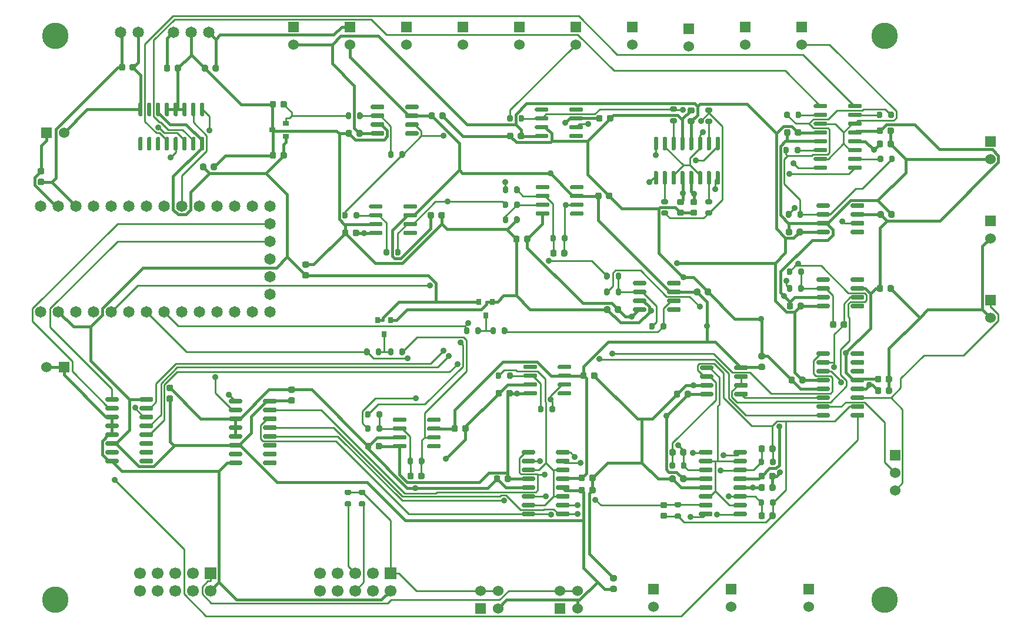
<source format=gtl>
%TF.GenerationSoftware,KiCad,Pcbnew,5.1.7-a382d34a8~87~ubuntu18.04.1*%
%TF.CreationDate,2022-10-25T10:50:56-07:00*%
%TF.ProjectId,potentiostat,706f7465-6e74-4696-9f73-7461742e6b69,rev?*%
%TF.SameCoordinates,Original*%
%TF.FileFunction,Copper,L1,Top*%
%TF.FilePolarity,Positive*%
%FSLAX46Y46*%
G04 Gerber Fmt 4.6, Leading zero omitted, Abs format (unit mm)*
G04 Created by KiCad (PCBNEW 5.1.7-a382d34a8~87~ubuntu18.04.1) date 2022-10-25 10:50:56*
%MOMM*%
%LPD*%
G01*
G04 APERTURE LIST*
%TA.AperFunction,ComponentPad*%
%ADD10C,1.651000*%
%TD*%
%TA.AperFunction,ComponentPad*%
%ADD11R,1.524000X1.524000*%
%TD*%
%TA.AperFunction,ComponentPad*%
%ADD12C,1.524000*%
%TD*%
%TA.AperFunction,ComponentPad*%
%ADD13C,1.700000*%
%TD*%
%TA.AperFunction,ComponentPad*%
%ADD14R,1.700000X1.700000*%
%TD*%
%TA.AperFunction,ComponentPad*%
%ADD15C,3.810000*%
%TD*%
%TA.AperFunction,SMDPad,CuDef*%
%ADD16R,0.800000X0.900000*%
%TD*%
%TA.AperFunction,SMDPad,CuDef*%
%ADD17R,0.900000X0.800000*%
%TD*%
%TA.AperFunction,ViaPad*%
%ADD18C,0.889000*%
%TD*%
%TA.AperFunction,Conductor*%
%ADD19C,0.381000*%
%TD*%
%TA.AperFunction,Conductor*%
%ADD20C,0.254000*%
%TD*%
G04 APERTURE END LIST*
D10*
%TO.P,U2,33*%
%TO.N,Net-(U2-Pad33)*%
X52540000Y-79180000D03*
%TO.P,U2,32*%
%TO.N,/GND*%
X55080000Y-79180000D03*
%TO.P,U2,31*%
%TO.N,/5V*%
X57620000Y-79180000D03*
%TO.P,U2,30*%
%TO.N,/SW_WRK_ELECT*%
X60160000Y-79180000D03*
%TO.P,U2,29*%
%TO.N,/SW_REF_ELECT*%
X62700000Y-79180000D03*
%TO.P,U2,28*%
%TO.N,/SW_CTR_ELECT*%
X65240000Y-79180000D03*
%TO.P,U2,27*%
%TO.N,/TIA_GAIN_A1*%
X67780000Y-79180000D03*
%TO.P,U2,26*%
%TO.N,/TIA_GAIN_A0*%
X70320000Y-79180000D03*
%TO.P,U2,25*%
%TO.N,/REF_GAIN_A1*%
X72860000Y-79180000D03*
%TO.P,U2,24*%
%TO.N,/REF_GAIN_A0*%
X75400000Y-79180000D03*
%TO.P,U2,23*%
%TO.N,/SCL*%
X77940000Y-79180000D03*
%TO.P,U2,22*%
%TO.N,/SDA*%
X80480000Y-79180000D03*
%TO.P,U2,21*%
%TO.N,/TX_D1*%
X83020000Y-79180000D03*
%TO.P,U2,20*%
%TO.N,/RX_D0*%
X85560000Y-79180000D03*
%TO.P,U2,19*%
%TO.N,/DAC_GAIN_A1*%
X85560000Y-81720000D03*
%TO.P,U2,18*%
%TO.N,/DAC_GAIN_A0*%
X85560000Y-84260000D03*
%TO.P,U2,17*%
%TO.N,Net-(U2-Pad17)*%
X85560000Y-86800000D03*
%TO.P,U2,16*%
%TO.N,Net-(U2-Pad16)*%
X85560000Y-89340000D03*
%TO.P,U2,15*%
%TO.N,Net-(U2-Pad15)*%
X85560000Y-91880000D03*
%TO.P,U2,14*%
%TO.N,/CS*%
X85560000Y-94420000D03*
%TO.P,U2,13*%
%TO.N,/POCI*%
X83020000Y-94420000D03*
%TO.P,U2,12*%
%TO.N,/PICO*%
X80480000Y-94420000D03*
%TO.P,U2,11*%
%TO.N,/SCK*%
X77940000Y-94420000D03*
%TO.P,U2,10*%
%TO.N,/A5_D19*%
X75400000Y-94420000D03*
%TO.P,U2,9*%
%TO.N,/A4_D18*%
X72860000Y-94420000D03*
%TO.P,U2,8*%
%TO.N,/REF_ELECT_UNI*%
X70320000Y-94420000D03*
%TO.P,U2,7*%
%TO.N,/TIA_OUT_UNI*%
X67780000Y-94420000D03*
%TO.P,U2,6*%
%TO.N,/A1_D15*%
X65240000Y-94420000D03*
%TO.P,U2,5*%
%TO.N,/DAC_UNI*%
X62700000Y-94420000D03*
%TO.P,U2,4*%
%TO.N,Net-(U2-Pad4)*%
X60160000Y-94420000D03*
%TO.P,U2,3*%
%TO.N,Net-(U2-Pad3)*%
X57620000Y-94420000D03*
%TO.P,U2,2*%
%TO.N,/3V3*%
X55080000Y-94420000D03*
%TO.P,U2,1*%
%TO.N,Net-(U2-Pad1)*%
X52540000Y-94420000D03*
%TD*%
D11*
%TO.P,P5,1*%
%TO.N,/GND*%
X53340000Y-68580000D03*
D12*
%TO.P,P5,2*%
X55880000Y-68580000D03*
%TD*%
%TO.P,C3,2*%
%TO.N,/GND*%
%TA.AperFunction,SMDPad,CuDef*%
G36*
G01*
X174188000Y-104390000D02*
X174188000Y-103890000D01*
G75*
G02*
X174413000Y-103665000I225000J0D01*
G01*
X174863000Y-103665000D01*
G75*
G02*
X175088000Y-103890000I0J-225000D01*
G01*
X175088000Y-104390000D01*
G75*
G02*
X174863000Y-104615000I-225000J0D01*
G01*
X174413000Y-104615000D01*
G75*
G02*
X174188000Y-104390000I0J225000D01*
G01*
G37*
%TD.AperFunction*%
%TO.P,C3,1*%
%TO.N,/+15V*%
%TA.AperFunction,SMDPad,CuDef*%
G36*
G01*
X172638000Y-104390000D02*
X172638000Y-103890000D01*
G75*
G02*
X172863000Y-103665000I225000J0D01*
G01*
X173313000Y-103665000D01*
G75*
G02*
X173538000Y-103890000I0J-225000D01*
G01*
X173538000Y-104390000D01*
G75*
G02*
X173313000Y-104615000I-225000J0D01*
G01*
X172863000Y-104615000D01*
G75*
G02*
X172638000Y-104390000I0J225000D01*
G01*
G37*
%TD.AperFunction*%
%TD*%
%TO.P,U11,1*%
%TO.N,Net-(U11-Pad1)*%
%TA.AperFunction,SMDPad,CuDef*%
G36*
G01*
X123804000Y-76604000D02*
X123804000Y-76304000D01*
G75*
G02*
X123954000Y-76154000I150000J0D01*
G01*
X125604000Y-76154000D01*
G75*
G02*
X125754000Y-76304000I0J-150000D01*
G01*
X125754000Y-76604000D01*
G75*
G02*
X125604000Y-76754000I-150000J0D01*
G01*
X123954000Y-76754000D01*
G75*
G02*
X123804000Y-76604000I0J150000D01*
G01*
G37*
%TD.AperFunction*%
%TO.P,U11,2*%
%TO.N,Net-(C6-Pad2)*%
%TA.AperFunction,SMDPad,CuDef*%
G36*
G01*
X123804000Y-77874000D02*
X123804000Y-77574000D01*
G75*
G02*
X123954000Y-77424000I150000J0D01*
G01*
X125604000Y-77424000D01*
G75*
G02*
X125754000Y-77574000I0J-150000D01*
G01*
X125754000Y-77874000D01*
G75*
G02*
X125604000Y-78024000I-150000J0D01*
G01*
X123954000Y-78024000D01*
G75*
G02*
X123804000Y-77874000I0J150000D01*
G01*
G37*
%TD.AperFunction*%
%TO.P,U11,3*%
%TO.N,Net-(R2-Pad1)*%
%TA.AperFunction,SMDPad,CuDef*%
G36*
G01*
X123804000Y-79144000D02*
X123804000Y-78844000D01*
G75*
G02*
X123954000Y-78694000I150000J0D01*
G01*
X125604000Y-78694000D01*
G75*
G02*
X125754000Y-78844000I0J-150000D01*
G01*
X125754000Y-79144000D01*
G75*
G02*
X125604000Y-79294000I-150000J0D01*
G01*
X123954000Y-79294000D01*
G75*
G02*
X123804000Y-79144000I0J150000D01*
G01*
G37*
%TD.AperFunction*%
%TO.P,U11,4*%
%TO.N,/-15V*%
%TA.AperFunction,SMDPad,CuDef*%
G36*
G01*
X123804000Y-80414000D02*
X123804000Y-80114000D01*
G75*
G02*
X123954000Y-79964000I150000J0D01*
G01*
X125604000Y-79964000D01*
G75*
G02*
X125754000Y-80114000I0J-150000D01*
G01*
X125754000Y-80414000D01*
G75*
G02*
X125604000Y-80564000I-150000J0D01*
G01*
X123954000Y-80564000D01*
G75*
G02*
X123804000Y-80414000I0J150000D01*
G01*
G37*
%TD.AperFunction*%
%TO.P,U11,5*%
%TO.N,Net-(U11-Pad5)*%
%TA.AperFunction,SMDPad,CuDef*%
G36*
G01*
X128754000Y-80414000D02*
X128754000Y-80114000D01*
G75*
G02*
X128904000Y-79964000I150000J0D01*
G01*
X130554000Y-79964000D01*
G75*
G02*
X130704000Y-80114000I0J-150000D01*
G01*
X130704000Y-80414000D01*
G75*
G02*
X130554000Y-80564000I-150000J0D01*
G01*
X128904000Y-80564000D01*
G75*
G02*
X128754000Y-80414000I0J150000D01*
G01*
G37*
%TD.AperFunction*%
%TO.P,U11,6*%
%TO.N,/DAC_BIP*%
%TA.AperFunction,SMDPad,CuDef*%
G36*
G01*
X128754000Y-79144000D02*
X128754000Y-78844000D01*
G75*
G02*
X128904000Y-78694000I150000J0D01*
G01*
X130554000Y-78694000D01*
G75*
G02*
X130704000Y-78844000I0J-150000D01*
G01*
X130704000Y-79144000D01*
G75*
G02*
X130554000Y-79294000I-150000J0D01*
G01*
X128904000Y-79294000D01*
G75*
G02*
X128754000Y-79144000I0J150000D01*
G01*
G37*
%TD.AperFunction*%
%TO.P,U11,7*%
%TO.N,/+15V*%
%TA.AperFunction,SMDPad,CuDef*%
G36*
G01*
X128754000Y-77874000D02*
X128754000Y-77574000D01*
G75*
G02*
X128904000Y-77424000I150000J0D01*
G01*
X130554000Y-77424000D01*
G75*
G02*
X130704000Y-77574000I0J-150000D01*
G01*
X130704000Y-77874000D01*
G75*
G02*
X130554000Y-78024000I-150000J0D01*
G01*
X128904000Y-78024000D01*
G75*
G02*
X128754000Y-77874000I0J150000D01*
G01*
G37*
%TD.AperFunction*%
%TO.P,U11,8*%
%TO.N,Net-(U11-Pad8)*%
%TA.AperFunction,SMDPad,CuDef*%
G36*
G01*
X128754000Y-76604000D02*
X128754000Y-76304000D01*
G75*
G02*
X128904000Y-76154000I150000J0D01*
G01*
X130554000Y-76154000D01*
G75*
G02*
X130704000Y-76304000I0J-150000D01*
G01*
X130704000Y-76604000D01*
G75*
G02*
X130554000Y-76754000I-150000J0D01*
G01*
X128904000Y-76754000D01*
G75*
G02*
X128754000Y-76604000I0J150000D01*
G01*
G37*
%TD.AperFunction*%
%TD*%
D11*
%TO.P,K1,1*%
%TO.N,/CTR_ELECT_OUT*%
X175514000Y-115062000D03*
D12*
%TO.P,K1,2*%
%TO.N,/REF_ELECT_OUT*%
X175514000Y-117602000D03*
%TO.P,K1,3*%
%TO.N,/WRK_ELECT_OUT*%
X175514000Y-120142000D03*
%TD*%
D13*
%TO.P,P14,10*%
%TO.N,Net-(P14-Pad10)*%
X66802000Y-134620000D03*
%TO.P,P14,9*%
%TO.N,Net-(P14-Pad9)*%
X66802000Y-132080000D03*
%TO.P,P14,8*%
%TO.N,Net-(P14-Pad8)*%
X69342000Y-134620000D03*
%TO.P,P14,7*%
%TO.N,Net-(P14-Pad7)*%
X69342000Y-132080000D03*
%TO.P,P14,6*%
%TO.N,Net-(P14-Pad6)*%
X71882000Y-134620000D03*
%TO.P,P14,5*%
%TO.N,/A5_D19*%
X71882000Y-132080000D03*
%TO.P,P14,4*%
%TO.N,/A4_D18*%
X74422000Y-134620000D03*
%TO.P,P14,3*%
%TO.N,/A1_D15*%
X74422000Y-132080000D03*
%TO.P,P14,2*%
%TO.N,/GND*%
X76962000Y-134620000D03*
D14*
%TO.P,P14,1*%
%TO.N,/VEXP*%
X76962000Y-132080000D03*
%TD*%
D13*
%TO.P,P13,10*%
%TO.N,/CS*%
X92710000Y-134620000D03*
%TO.P,P13,9*%
%TO.N,/SCK*%
X92710000Y-132080000D03*
%TO.P,P13,8*%
%TO.N,/PICO*%
X95250000Y-134620000D03*
%TO.P,P13,7*%
%TO.N,/POCI*%
X95250000Y-132080000D03*
%TO.P,P13,6*%
%TO.N,/SDA*%
X97790000Y-134620000D03*
%TO.P,P13,5*%
%TO.N,/SCL*%
X97790000Y-132080000D03*
%TO.P,P13,4*%
%TO.N,/RX_D0*%
X100330000Y-134620000D03*
%TO.P,P13,3*%
%TO.N,/TX_D1*%
X100330000Y-132080000D03*
%TO.P,P13,2*%
%TO.N,/GND*%
X102870000Y-134620000D03*
D14*
%TO.P,P13,1*%
%TO.N,/VUEXT*%
X102870000Y-132080000D03*
%TD*%
D11*
%TO.P,P7,1*%
%TO.N,/DAC_BIP*%
X129540000Y-53340000D03*
D12*
%TO.P,P7,2*%
X129540000Y-55880000D03*
%TD*%
D11*
%TO.P,P9,1*%
%TO.N,/DAC_BIP_NX*%
X137668000Y-53340000D03*
D12*
%TO.P,P9,2*%
X137668000Y-55880000D03*
%TD*%
D11*
%TO.P,P20,1*%
%TO.N,/CTR_ELECT*%
X163068000Y-134366000D03*
D12*
%TO.P,P20,2*%
X163068000Y-136906000D03*
%TD*%
%TO.P,P21,2*%
%TO.N,/REF_ELECT_UNI*%
X145796000Y-56134000D03*
D11*
%TO.P,P21,1*%
X145796000Y-53594000D03*
%TD*%
%TO.P,P19,1*%
%TO.N,/REF_ELECT_BUF*%
X153924000Y-53340000D03*
D12*
%TO.P,P19,2*%
X153924000Y-55880000D03*
%TD*%
D11*
%TO.P,P6,1*%
%TO.N,/DAC_UNI*%
X121412000Y-53340000D03*
D12*
%TO.P,P6,2*%
X121412000Y-55880000D03*
%TD*%
D11*
%TO.P,P10,1*%
%TO.N,/REF_0V6*%
X105156000Y-53340000D03*
D12*
%TO.P,P10,2*%
X105156000Y-55880000D03*
%TD*%
D11*
%TO.P,P12,1*%
%TO.N,/+15V*%
X97028000Y-53340000D03*
D12*
%TO.P,P12,2*%
X97028000Y-55880000D03*
%TD*%
D11*
%TO.P,P11,1*%
%TO.N,/-15V*%
X88900000Y-53340000D03*
D12*
%TO.P,P11,2*%
X88900000Y-55880000D03*
%TD*%
D11*
%TO.P,P4,1*%
%TO.N,/GND*%
X55880000Y-102362000D03*
D12*
%TO.P,P4,2*%
X53340000Y-102362000D03*
%TD*%
D11*
%TO.P,P18,1*%
%TO.N,/TIA_OUT_UNI*%
X140716000Y-134366000D03*
D12*
%TO.P,P18,2*%
X140716000Y-136906000D03*
%TD*%
D11*
%TO.P,P17,1*%
%TO.N,/TIA_OUT_BIP*%
X151892000Y-134366000D03*
D12*
%TO.P,P17,2*%
X151892000Y-136906000D03*
%TD*%
D11*
%TO.P,P8,1*%
%TO.N,/REF_NEG_0V6*%
X113284000Y-53340000D03*
D12*
%TO.P,P8,2*%
X113284000Y-55880000D03*
%TD*%
D11*
%TO.P,P16,1*%
%TO.N,/5V*%
X127254000Y-137160000D03*
D12*
%TO.P,P16,2*%
%TO.N,/VEXP*%
X127254000Y-134620000D03*
%TO.P,P16,3*%
%TO.N,/3V3*%
X129794000Y-137160000D03*
%TO.P,P16,4*%
%TO.N,/VEXP*%
X129794000Y-134620000D03*
%TD*%
D11*
%TO.P,P15,1*%
%TO.N,/5V*%
X115824000Y-137160000D03*
D12*
%TO.P,P15,2*%
%TO.N,/VUEXT*%
X115824000Y-134620000D03*
%TO.P,P15,3*%
%TO.N,/3V3*%
X118364000Y-137160000D03*
%TO.P,P15,4*%
%TO.N,/VUEXT*%
X118364000Y-134620000D03*
%TD*%
D15*
%TO.P,H3,*%
%TO.N,*%
X173990000Y-135890000D03*
%TD*%
%TO.P,H4,*%
%TO.N,*%
X54610000Y-135890000D03*
%TD*%
%TO.P,H1,*%
%TO.N,*%
X54610000Y-54610000D03*
%TD*%
%TO.P,H2,*%
%TO.N,*%
X173990000Y-54610000D03*
%TD*%
%TO.P,C1,2*%
%TO.N,/GND*%
%TA.AperFunction,SMDPad,CuDef*%
G36*
G01*
X86416000Y-71632000D02*
X86416000Y-72132000D01*
G75*
G02*
X86191000Y-72357000I-225000J0D01*
G01*
X85741000Y-72357000D01*
G75*
G02*
X85516000Y-72132000I0J225000D01*
G01*
X85516000Y-71632000D01*
G75*
G02*
X85741000Y-71407000I225000J0D01*
G01*
X86191000Y-71407000D01*
G75*
G02*
X86416000Y-71632000I0J-225000D01*
G01*
G37*
%TD.AperFunction*%
%TO.P,C1,1*%
%TO.N,/3V3*%
%TA.AperFunction,SMDPad,CuDef*%
G36*
G01*
X87966000Y-71632000D02*
X87966000Y-72132000D01*
G75*
G02*
X87741000Y-72357000I-225000J0D01*
G01*
X87291000Y-72357000D01*
G75*
G02*
X87066000Y-72132000I0J225000D01*
G01*
X87066000Y-71632000D01*
G75*
G02*
X87291000Y-71407000I225000J0D01*
G01*
X87741000Y-71407000D01*
G75*
G02*
X87966000Y-71632000I0J-225000D01*
G01*
G37*
%TD.AperFunction*%
%TD*%
%TO.P,C2,1*%
%TO.N,/-15V*%
%TA.AperFunction,SMDPad,CuDef*%
G36*
G01*
X162642000Y-104017000D02*
X162642000Y-104517000D01*
G75*
G02*
X162417000Y-104742000I-225000J0D01*
G01*
X161967000Y-104742000D01*
G75*
G02*
X161742000Y-104517000I0J225000D01*
G01*
X161742000Y-104017000D01*
G75*
G02*
X161967000Y-103792000I225000J0D01*
G01*
X162417000Y-103792000D01*
G75*
G02*
X162642000Y-104017000I0J-225000D01*
G01*
G37*
%TD.AperFunction*%
%TO.P,C2,2*%
%TO.N,/GND*%
%TA.AperFunction,SMDPad,CuDef*%
G36*
G01*
X161092000Y-104017000D02*
X161092000Y-104517000D01*
G75*
G02*
X160867000Y-104742000I-225000J0D01*
G01*
X160417000Y-104742000D01*
G75*
G02*
X160192000Y-104517000I0J225000D01*
G01*
X160192000Y-104017000D01*
G75*
G02*
X160417000Y-103792000I225000J0D01*
G01*
X160867000Y-103792000D01*
G75*
G02*
X161092000Y-104017000I0J-225000D01*
G01*
G37*
%TD.AperFunction*%
%TD*%
%TO.P,C4,2*%
%TO.N,/GND*%
%TA.AperFunction,SMDPad,CuDef*%
G36*
G01*
X174188000Y-106041000D02*
X174188000Y-105541000D01*
G75*
G02*
X174413000Y-105316000I225000J0D01*
G01*
X174863000Y-105316000D01*
G75*
G02*
X175088000Y-105541000I0J-225000D01*
G01*
X175088000Y-106041000D01*
G75*
G02*
X174863000Y-106266000I-225000J0D01*
G01*
X174413000Y-106266000D01*
G75*
G02*
X174188000Y-106041000I0J225000D01*
G01*
G37*
%TD.AperFunction*%
%TO.P,C4,1*%
%TO.N,/3V3*%
%TA.AperFunction,SMDPad,CuDef*%
G36*
G01*
X172638000Y-106041000D02*
X172638000Y-105541000D01*
G75*
G02*
X172863000Y-105316000I225000J0D01*
G01*
X173313000Y-105316000D01*
G75*
G02*
X173538000Y-105541000I0J-225000D01*
G01*
X173538000Y-106041000D01*
G75*
G02*
X173313000Y-106266000I-225000J0D01*
G01*
X172863000Y-106266000D01*
G75*
G02*
X172638000Y-106041000I0J225000D01*
G01*
G37*
%TD.AperFunction*%
%TD*%
%TO.P,C5,1*%
%TO.N,/REF_3V*%
%TA.AperFunction,SMDPad,CuDef*%
G36*
G01*
X87966000Y-64266000D02*
X87966000Y-64766000D01*
G75*
G02*
X87741000Y-64991000I-225000J0D01*
G01*
X87291000Y-64991000D01*
G75*
G02*
X87066000Y-64766000I0J225000D01*
G01*
X87066000Y-64266000D01*
G75*
G02*
X87291000Y-64041000I225000J0D01*
G01*
X87741000Y-64041000D01*
G75*
G02*
X87966000Y-64266000I0J-225000D01*
G01*
G37*
%TD.AperFunction*%
%TO.P,C5,2*%
%TO.N,/GND*%
%TA.AperFunction,SMDPad,CuDef*%
G36*
G01*
X86416000Y-64266000D02*
X86416000Y-64766000D01*
G75*
G02*
X86191000Y-64991000I-225000J0D01*
G01*
X85741000Y-64991000D01*
G75*
G02*
X85516000Y-64766000I0J225000D01*
G01*
X85516000Y-64266000D01*
G75*
G02*
X85741000Y-64041000I225000J0D01*
G01*
X86191000Y-64041000D01*
G75*
G02*
X86416000Y-64266000I0J-225000D01*
G01*
G37*
%TD.AperFunction*%
%TD*%
%TO.P,C6,2*%
%TO.N,Net-(C6-Pad2)*%
%TA.AperFunction,SMDPad,CuDef*%
G36*
G01*
X126802000Y-85729000D02*
X126802000Y-86229000D01*
G75*
G02*
X126577000Y-86454000I-225000J0D01*
G01*
X126127000Y-86454000D01*
G75*
G02*
X125902000Y-86229000I0J225000D01*
G01*
X125902000Y-85729000D01*
G75*
G02*
X126127000Y-85504000I225000J0D01*
G01*
X126577000Y-85504000D01*
G75*
G02*
X126802000Y-85729000I0J-225000D01*
G01*
G37*
%TD.AperFunction*%
%TO.P,C6,1*%
%TO.N,/DAC_BIP*%
%TA.AperFunction,SMDPad,CuDef*%
G36*
G01*
X128352000Y-85729000D02*
X128352000Y-86229000D01*
G75*
G02*
X128127000Y-86454000I-225000J0D01*
G01*
X127677000Y-86454000D01*
G75*
G02*
X127452000Y-86229000I0J225000D01*
G01*
X127452000Y-85729000D01*
G75*
G02*
X127677000Y-85504000I225000J0D01*
G01*
X128127000Y-85504000D01*
G75*
G02*
X128352000Y-85729000I0J-225000D01*
G01*
G37*
%TD.AperFunction*%
%TD*%
%TO.P,C7,1*%
%TO.N,/5V*%
%TA.AperFunction,SMDPad,CuDef*%
G36*
G01*
X52828000Y-76155000D02*
X52328000Y-76155000D01*
G75*
G02*
X52103000Y-75930000I0J225000D01*
G01*
X52103000Y-75480000D01*
G75*
G02*
X52328000Y-75255000I225000J0D01*
G01*
X52828000Y-75255000D01*
G75*
G02*
X53053000Y-75480000I0J-225000D01*
G01*
X53053000Y-75930000D01*
G75*
G02*
X52828000Y-76155000I-225000J0D01*
G01*
G37*
%TD.AperFunction*%
%TO.P,C7,2*%
%TO.N,/GND*%
%TA.AperFunction,SMDPad,CuDef*%
G36*
G01*
X52828000Y-74605000D02*
X52328000Y-74605000D01*
G75*
G02*
X52103000Y-74380000I0J225000D01*
G01*
X52103000Y-73930000D01*
G75*
G02*
X52328000Y-73705000I225000J0D01*
G01*
X52828000Y-73705000D01*
G75*
G02*
X53053000Y-73930000I0J-225000D01*
G01*
X53053000Y-74380000D01*
G75*
G02*
X52828000Y-74605000I-225000J0D01*
G01*
G37*
%TD.AperFunction*%
%TD*%
%TO.P,C8,2*%
%TO.N,/GND*%
%TA.AperFunction,SMDPad,CuDef*%
G36*
G01*
X90928000Y-88067000D02*
X90428000Y-88067000D01*
G75*
G02*
X90203000Y-87842000I0J225000D01*
G01*
X90203000Y-87392000D01*
G75*
G02*
X90428000Y-87167000I225000J0D01*
G01*
X90928000Y-87167000D01*
G75*
G02*
X91153000Y-87392000I0J-225000D01*
G01*
X91153000Y-87842000D01*
G75*
G02*
X90928000Y-88067000I-225000J0D01*
G01*
G37*
%TD.AperFunction*%
%TO.P,C8,1*%
%TO.N,/3V3*%
%TA.AperFunction,SMDPad,CuDef*%
G36*
G01*
X90928000Y-89617000D02*
X90428000Y-89617000D01*
G75*
G02*
X90203000Y-89392000I0J225000D01*
G01*
X90203000Y-88942000D01*
G75*
G02*
X90428000Y-88717000I225000J0D01*
G01*
X90928000Y-88717000D01*
G75*
G02*
X91153000Y-88942000I0J-225000D01*
G01*
X91153000Y-89392000D01*
G75*
G02*
X90928000Y-89617000I-225000J0D01*
G01*
G37*
%TD.AperFunction*%
%TD*%
%TO.P,C9,1*%
%TO.N,/3V3*%
%TA.AperFunction,SMDPad,CuDef*%
G36*
G01*
X135251000Y-134829000D02*
X134751000Y-134829000D01*
G75*
G02*
X134526000Y-134604000I0J225000D01*
G01*
X134526000Y-134154000D01*
G75*
G02*
X134751000Y-133929000I225000J0D01*
G01*
X135251000Y-133929000D01*
G75*
G02*
X135476000Y-134154000I0J-225000D01*
G01*
X135476000Y-134604000D01*
G75*
G02*
X135251000Y-134829000I-225000J0D01*
G01*
G37*
%TD.AperFunction*%
%TO.P,C9,2*%
%TO.N,/GND*%
%TA.AperFunction,SMDPad,CuDef*%
G36*
G01*
X135251000Y-133279000D02*
X134751000Y-133279000D01*
G75*
G02*
X134526000Y-133054000I0J225000D01*
G01*
X134526000Y-132604000D01*
G75*
G02*
X134751000Y-132379000I225000J0D01*
G01*
X135251000Y-132379000D01*
G75*
G02*
X135476000Y-132604000I0J-225000D01*
G01*
X135476000Y-133054000D01*
G75*
G02*
X135251000Y-133279000I-225000J0D01*
G01*
G37*
%TD.AperFunction*%
%TD*%
%TO.P,C10,2*%
%TO.N,/GND*%
%TA.AperFunction,SMDPad,CuDef*%
G36*
G01*
X71370000Y-105847000D02*
X70870000Y-105847000D01*
G75*
G02*
X70645000Y-105622000I0J225000D01*
G01*
X70645000Y-105172000D01*
G75*
G02*
X70870000Y-104947000I225000J0D01*
G01*
X71370000Y-104947000D01*
G75*
G02*
X71595000Y-105172000I0J-225000D01*
G01*
X71595000Y-105622000D01*
G75*
G02*
X71370000Y-105847000I-225000J0D01*
G01*
G37*
%TD.AperFunction*%
%TO.P,C10,1*%
%TO.N,/3V3*%
%TA.AperFunction,SMDPad,CuDef*%
G36*
G01*
X71370000Y-107397000D02*
X70870000Y-107397000D01*
G75*
G02*
X70645000Y-107172000I0J225000D01*
G01*
X70645000Y-106722000D01*
G75*
G02*
X70870000Y-106497000I225000J0D01*
G01*
X71370000Y-106497000D01*
G75*
G02*
X71595000Y-106722000I0J-225000D01*
G01*
X71595000Y-107172000D01*
G75*
G02*
X71370000Y-107397000I-225000J0D01*
G01*
G37*
%TD.AperFunction*%
%TD*%
%TO.P,C11,1*%
%TO.N,/-15V*%
%TA.AperFunction,SMDPad,CuDef*%
G36*
G01*
X123018000Y-83697000D02*
X123018000Y-84197000D01*
G75*
G02*
X122793000Y-84422000I-225000J0D01*
G01*
X122343000Y-84422000D01*
G75*
G02*
X122118000Y-84197000I0J225000D01*
G01*
X122118000Y-83697000D01*
G75*
G02*
X122343000Y-83472000I225000J0D01*
G01*
X122793000Y-83472000D01*
G75*
G02*
X123018000Y-83697000I0J-225000D01*
G01*
G37*
%TD.AperFunction*%
%TO.P,C11,2*%
%TO.N,/GND*%
%TA.AperFunction,SMDPad,CuDef*%
G36*
G01*
X121468000Y-83697000D02*
X121468000Y-84197000D01*
G75*
G02*
X121243000Y-84422000I-225000J0D01*
G01*
X120793000Y-84422000D01*
G75*
G02*
X120568000Y-84197000I0J225000D01*
G01*
X120568000Y-83697000D01*
G75*
G02*
X120793000Y-83472000I225000J0D01*
G01*
X121243000Y-83472000D01*
G75*
G02*
X121468000Y-83697000I0J-225000D01*
G01*
G37*
%TD.AperFunction*%
%TD*%
%TO.P,C12,2*%
%TO.N,/GND*%
%TA.AperFunction,SMDPad,CuDef*%
G36*
G01*
X97338000Y-68457000D02*
X97338000Y-68957000D01*
G75*
G02*
X97113000Y-69182000I-225000J0D01*
G01*
X96663000Y-69182000D01*
G75*
G02*
X96438000Y-68957000I0J225000D01*
G01*
X96438000Y-68457000D01*
G75*
G02*
X96663000Y-68232000I225000J0D01*
G01*
X97113000Y-68232000D01*
G75*
G02*
X97338000Y-68457000I0J-225000D01*
G01*
G37*
%TD.AperFunction*%
%TO.P,C12,1*%
%TO.N,/-15V*%
%TA.AperFunction,SMDPad,CuDef*%
G36*
G01*
X98888000Y-68457000D02*
X98888000Y-68957000D01*
G75*
G02*
X98663000Y-69182000I-225000J0D01*
G01*
X98213000Y-69182000D01*
G75*
G02*
X97988000Y-68957000I0J225000D01*
G01*
X97988000Y-68457000D01*
G75*
G02*
X98213000Y-68232000I225000J0D01*
G01*
X98663000Y-68232000D01*
G75*
G02*
X98888000Y-68457000I0J-225000D01*
G01*
G37*
%TD.AperFunction*%
%TD*%
%TO.P,C13,1*%
%TO.N,/3V3*%
%TA.AperFunction,SMDPad,CuDef*%
G36*
G01*
X144403000Y-78150000D02*
X144903000Y-78150000D01*
G75*
G02*
X145128000Y-78375000I0J-225000D01*
G01*
X145128000Y-78825000D01*
G75*
G02*
X144903000Y-79050000I-225000J0D01*
G01*
X144403000Y-79050000D01*
G75*
G02*
X144178000Y-78825000I0J225000D01*
G01*
X144178000Y-78375000D01*
G75*
G02*
X144403000Y-78150000I225000J0D01*
G01*
G37*
%TD.AperFunction*%
%TO.P,C13,2*%
%TO.N,/GND*%
%TA.AperFunction,SMDPad,CuDef*%
G36*
G01*
X144403000Y-79700000D02*
X144903000Y-79700000D01*
G75*
G02*
X145128000Y-79925000I0J-225000D01*
G01*
X145128000Y-80375000D01*
G75*
G02*
X144903000Y-80600000I-225000J0D01*
G01*
X144403000Y-80600000D01*
G75*
G02*
X144178000Y-80375000I0J225000D01*
G01*
X144178000Y-79925000D01*
G75*
G02*
X144403000Y-79700000I225000J0D01*
G01*
G37*
%TD.AperFunction*%
%TD*%
%TO.P,C14,1*%
%TO.N,/-15V*%
%TA.AperFunction,SMDPad,CuDef*%
G36*
G01*
X122129000Y-68838000D02*
X122129000Y-69338000D01*
G75*
G02*
X121904000Y-69563000I-225000J0D01*
G01*
X121454000Y-69563000D01*
G75*
G02*
X121229000Y-69338000I0J225000D01*
G01*
X121229000Y-68838000D01*
G75*
G02*
X121454000Y-68613000I225000J0D01*
G01*
X121904000Y-68613000D01*
G75*
G02*
X122129000Y-68838000I0J-225000D01*
G01*
G37*
%TD.AperFunction*%
%TO.P,C14,2*%
%TO.N,/GND*%
%TA.AperFunction,SMDPad,CuDef*%
G36*
G01*
X120579000Y-68838000D02*
X120579000Y-69338000D01*
G75*
G02*
X120354000Y-69563000I-225000J0D01*
G01*
X119904000Y-69563000D01*
G75*
G02*
X119679000Y-69338000I0J225000D01*
G01*
X119679000Y-68838000D01*
G75*
G02*
X119904000Y-68613000I225000J0D01*
G01*
X120354000Y-68613000D01*
G75*
G02*
X120579000Y-68838000I0J-225000D01*
G01*
G37*
%TD.AperFunction*%
%TD*%
%TO.P,C15,1*%
%TO.N,/-15V*%
%TA.AperFunction,SMDPad,CuDef*%
G36*
G01*
X98380000Y-82808000D02*
X98380000Y-83308000D01*
G75*
G02*
X98155000Y-83533000I-225000J0D01*
G01*
X97705000Y-83533000D01*
G75*
G02*
X97480000Y-83308000I0J225000D01*
G01*
X97480000Y-82808000D01*
G75*
G02*
X97705000Y-82583000I225000J0D01*
G01*
X98155000Y-82583000D01*
G75*
G02*
X98380000Y-82808000I0J-225000D01*
G01*
G37*
%TD.AperFunction*%
%TO.P,C15,2*%
%TO.N,/GND*%
%TA.AperFunction,SMDPad,CuDef*%
G36*
G01*
X96830000Y-82808000D02*
X96830000Y-83308000D01*
G75*
G02*
X96605000Y-83533000I-225000J0D01*
G01*
X96155000Y-83533000D01*
G75*
G02*
X95930000Y-83308000I0J225000D01*
G01*
X95930000Y-82808000D01*
G75*
G02*
X96155000Y-82583000I225000J0D01*
G01*
X96605000Y-82583000D01*
G75*
G02*
X96830000Y-82808000I0J-225000D01*
G01*
G37*
%TD.AperFunction*%
%TD*%
%TO.P,C16,2*%
%TO.N,/GND*%
%TA.AperFunction,SMDPad,CuDef*%
G36*
G01*
X133929000Y-77974000D02*
X133929000Y-77474000D01*
G75*
G02*
X134154000Y-77249000I225000J0D01*
G01*
X134604000Y-77249000D01*
G75*
G02*
X134829000Y-77474000I0J-225000D01*
G01*
X134829000Y-77974000D01*
G75*
G02*
X134604000Y-78199000I-225000J0D01*
G01*
X134154000Y-78199000D01*
G75*
G02*
X133929000Y-77974000I0J225000D01*
G01*
G37*
%TD.AperFunction*%
%TO.P,C16,1*%
%TO.N,/+15V*%
%TA.AperFunction,SMDPad,CuDef*%
G36*
G01*
X132379000Y-77974000D02*
X132379000Y-77474000D01*
G75*
G02*
X132604000Y-77249000I225000J0D01*
G01*
X133054000Y-77249000D01*
G75*
G02*
X133279000Y-77474000I0J-225000D01*
G01*
X133279000Y-77974000D01*
G75*
G02*
X133054000Y-78199000I-225000J0D01*
G01*
X132604000Y-78199000D01*
G75*
G02*
X132379000Y-77974000I0J225000D01*
G01*
G37*
%TD.AperFunction*%
%TD*%
%TO.P,C17,2*%
%TO.N,/GND*%
%TA.AperFunction,SMDPad,CuDef*%
G36*
G01*
X146427000Y-65842000D02*
X145927000Y-65842000D01*
G75*
G02*
X145702000Y-65617000I0J225000D01*
G01*
X145702000Y-65167000D01*
G75*
G02*
X145927000Y-64942000I225000J0D01*
G01*
X146427000Y-64942000D01*
G75*
G02*
X146652000Y-65167000I0J-225000D01*
G01*
X146652000Y-65617000D01*
G75*
G02*
X146427000Y-65842000I-225000J0D01*
G01*
G37*
%TD.AperFunction*%
%TO.P,C17,1*%
%TO.N,/-15V*%
%TA.AperFunction,SMDPad,CuDef*%
G36*
G01*
X146427000Y-67392000D02*
X145927000Y-67392000D01*
G75*
G02*
X145702000Y-67167000I0J225000D01*
G01*
X145702000Y-66717000D01*
G75*
G02*
X145927000Y-66492000I225000J0D01*
G01*
X146427000Y-66492000D01*
G75*
G02*
X146652000Y-66717000I0J-225000D01*
G01*
X146652000Y-67167000D01*
G75*
G02*
X146427000Y-67392000I-225000J0D01*
G01*
G37*
%TD.AperFunction*%
%TD*%
%TO.P,C18,2*%
%TO.N,/GND*%
%TA.AperFunction,SMDPad,CuDef*%
G36*
G01*
X109926000Y-66417000D02*
X109926000Y-65917000D01*
G75*
G02*
X110151000Y-65692000I225000J0D01*
G01*
X110601000Y-65692000D01*
G75*
G02*
X110826000Y-65917000I0J-225000D01*
G01*
X110826000Y-66417000D01*
G75*
G02*
X110601000Y-66642000I-225000J0D01*
G01*
X110151000Y-66642000D01*
G75*
G02*
X109926000Y-66417000I0J225000D01*
G01*
G37*
%TD.AperFunction*%
%TO.P,C18,1*%
%TO.N,/+15V*%
%TA.AperFunction,SMDPad,CuDef*%
G36*
G01*
X108376000Y-66417000D02*
X108376000Y-65917000D01*
G75*
G02*
X108601000Y-65692000I225000J0D01*
G01*
X109051000Y-65692000D01*
G75*
G02*
X109276000Y-65917000I0J-225000D01*
G01*
X109276000Y-66417000D01*
G75*
G02*
X109051000Y-66642000I-225000J0D01*
G01*
X108601000Y-66642000D01*
G75*
G02*
X108376000Y-66417000I0J225000D01*
G01*
G37*
%TD.AperFunction*%
%TD*%
%TO.P,C19,2*%
%TO.N,/GND*%
%TA.AperFunction,SMDPad,CuDef*%
G36*
G01*
X134056000Y-66798000D02*
X134056000Y-66298000D01*
G75*
G02*
X134281000Y-66073000I225000J0D01*
G01*
X134731000Y-66073000D01*
G75*
G02*
X134956000Y-66298000I0J-225000D01*
G01*
X134956000Y-66798000D01*
G75*
G02*
X134731000Y-67023000I-225000J0D01*
G01*
X134281000Y-67023000D01*
G75*
G02*
X134056000Y-66798000I0J225000D01*
G01*
G37*
%TD.AperFunction*%
%TO.P,C19,1*%
%TO.N,/+15V*%
%TA.AperFunction,SMDPad,CuDef*%
G36*
G01*
X132506000Y-66798000D02*
X132506000Y-66298000D01*
G75*
G02*
X132731000Y-66073000I225000J0D01*
G01*
X133181000Y-66073000D01*
G75*
G02*
X133406000Y-66298000I0J-225000D01*
G01*
X133406000Y-66798000D01*
G75*
G02*
X133181000Y-67023000I-225000J0D01*
G01*
X132731000Y-67023000D01*
G75*
G02*
X132506000Y-66798000I0J225000D01*
G01*
G37*
%TD.AperFunction*%
%TD*%
%TO.P,C20,1*%
%TO.N,/+15V*%
%TA.AperFunction,SMDPad,CuDef*%
G36*
G01*
X146308000Y-78150000D02*
X146808000Y-78150000D01*
G75*
G02*
X147033000Y-78375000I0J-225000D01*
G01*
X147033000Y-78825000D01*
G75*
G02*
X146808000Y-79050000I-225000J0D01*
G01*
X146308000Y-79050000D01*
G75*
G02*
X146083000Y-78825000I0J225000D01*
G01*
X146083000Y-78375000D01*
G75*
G02*
X146308000Y-78150000I225000J0D01*
G01*
G37*
%TD.AperFunction*%
%TO.P,C20,2*%
%TO.N,/GND*%
%TA.AperFunction,SMDPad,CuDef*%
G36*
G01*
X146308000Y-79700000D02*
X146808000Y-79700000D01*
G75*
G02*
X147033000Y-79925000I0J-225000D01*
G01*
X147033000Y-80375000D01*
G75*
G02*
X146808000Y-80600000I-225000J0D01*
G01*
X146308000Y-80600000D01*
G75*
G02*
X146083000Y-80375000I0J225000D01*
G01*
X146083000Y-79925000D01*
G75*
G02*
X146308000Y-79700000I225000J0D01*
G01*
G37*
%TD.AperFunction*%
%TD*%
%TO.P,C21,1*%
%TO.N,/+15V*%
%TA.AperFunction,SMDPad,CuDef*%
G36*
G01*
X108249000Y-80768000D02*
X108249000Y-80268000D01*
G75*
G02*
X108474000Y-80043000I225000J0D01*
G01*
X108924000Y-80043000D01*
G75*
G02*
X109149000Y-80268000I0J-225000D01*
G01*
X109149000Y-80768000D01*
G75*
G02*
X108924000Y-80993000I-225000J0D01*
G01*
X108474000Y-80993000D01*
G75*
G02*
X108249000Y-80768000I0J225000D01*
G01*
G37*
%TD.AperFunction*%
%TO.P,C21,2*%
%TO.N,/GND*%
%TA.AperFunction,SMDPad,CuDef*%
G36*
G01*
X109799000Y-80768000D02*
X109799000Y-80268000D01*
G75*
G02*
X110024000Y-80043000I225000J0D01*
G01*
X110474000Y-80043000D01*
G75*
G02*
X110699000Y-80268000I0J-225000D01*
G01*
X110699000Y-80768000D01*
G75*
G02*
X110474000Y-80993000I-225000J0D01*
G01*
X110024000Y-80993000D01*
G75*
G02*
X109799000Y-80768000I0J225000D01*
G01*
G37*
%TD.AperFunction*%
%TD*%
%TO.P,C22,1*%
%TO.N,/-15V*%
%TA.AperFunction,SMDPad,CuDef*%
G36*
G01*
X70276000Y-59559000D02*
X70276000Y-59059000D01*
G75*
G02*
X70501000Y-58834000I225000J0D01*
G01*
X70951000Y-58834000D01*
G75*
G02*
X71176000Y-59059000I0J-225000D01*
G01*
X71176000Y-59559000D01*
G75*
G02*
X70951000Y-59784000I-225000J0D01*
G01*
X70501000Y-59784000D01*
G75*
G02*
X70276000Y-59559000I0J225000D01*
G01*
G37*
%TD.AperFunction*%
%TO.P,C22,2*%
%TO.N,/GND*%
%TA.AperFunction,SMDPad,CuDef*%
G36*
G01*
X71826000Y-59559000D02*
X71826000Y-59059000D01*
G75*
G02*
X72051000Y-58834000I225000J0D01*
G01*
X72501000Y-58834000D01*
G75*
G02*
X72726000Y-59059000I0J-225000D01*
G01*
X72726000Y-59559000D01*
G75*
G02*
X72501000Y-59784000I-225000J0D01*
G01*
X72051000Y-59784000D01*
G75*
G02*
X71826000Y-59559000I0J225000D01*
G01*
G37*
%TD.AperFunction*%
%TD*%
%TO.P,C23,2*%
%TO.N,/GND*%
%TA.AperFunction,SMDPad,CuDef*%
G36*
G01*
X76637000Y-59059000D02*
X76637000Y-59559000D01*
G75*
G02*
X76412000Y-59784000I-225000J0D01*
G01*
X75962000Y-59784000D01*
G75*
G02*
X75737000Y-59559000I0J225000D01*
G01*
X75737000Y-59059000D01*
G75*
G02*
X75962000Y-58834000I225000J0D01*
G01*
X76412000Y-58834000D01*
G75*
G02*
X76637000Y-59059000I0J-225000D01*
G01*
G37*
%TD.AperFunction*%
%TO.P,C23,1*%
%TO.N,/+15V*%
%TA.AperFunction,SMDPad,CuDef*%
G36*
G01*
X78187000Y-59059000D02*
X78187000Y-59559000D01*
G75*
G02*
X77962000Y-59784000I-225000J0D01*
G01*
X77512000Y-59784000D01*
G75*
G02*
X77287000Y-59559000I0J225000D01*
G01*
X77287000Y-59059000D01*
G75*
G02*
X77512000Y-58834000I225000J0D01*
G01*
X77962000Y-58834000D01*
G75*
G02*
X78187000Y-59059000I0J-225000D01*
G01*
G37*
%TD.AperFunction*%
%TD*%
%TO.P,C24,2*%
%TO.N,/GND*%
%TA.AperFunction,SMDPad,CuDef*%
G36*
G01*
X65349000Y-59432000D02*
X65349000Y-58932000D01*
G75*
G02*
X65574000Y-58707000I225000J0D01*
G01*
X66024000Y-58707000D01*
G75*
G02*
X66249000Y-58932000I0J-225000D01*
G01*
X66249000Y-59432000D01*
G75*
G02*
X66024000Y-59657000I-225000J0D01*
G01*
X65574000Y-59657000D01*
G75*
G02*
X65349000Y-59432000I0J225000D01*
G01*
G37*
%TD.AperFunction*%
%TO.P,C24,1*%
%TO.N,/5V*%
%TA.AperFunction,SMDPad,CuDef*%
G36*
G01*
X63799000Y-59432000D02*
X63799000Y-58932000D01*
G75*
G02*
X64024000Y-58707000I225000J0D01*
G01*
X64474000Y-58707000D01*
G75*
G02*
X64699000Y-58932000I0J-225000D01*
G01*
X64699000Y-59432000D01*
G75*
G02*
X64474000Y-59657000I-225000J0D01*
G01*
X64024000Y-59657000D01*
G75*
G02*
X63799000Y-59432000I0J225000D01*
G01*
G37*
%TD.AperFunction*%
%TD*%
%TO.P,C25,1*%
%TO.N,Net-(C25-Pad1)*%
%TA.AperFunction,SMDPad,CuDef*%
G36*
G01*
X145497000Y-114431000D02*
X145497000Y-114931000D01*
G75*
G02*
X145272000Y-115156000I-225000J0D01*
G01*
X144822000Y-115156000D01*
G75*
G02*
X144597000Y-114931000I0J225000D01*
G01*
X144597000Y-114431000D01*
G75*
G02*
X144822000Y-114206000I225000J0D01*
G01*
X145272000Y-114206000D01*
G75*
G02*
X145497000Y-114431000I0J-225000D01*
G01*
G37*
%TD.AperFunction*%
%TO.P,C25,2*%
%TO.N,/WRK_ELECT*%
%TA.AperFunction,SMDPad,CuDef*%
G36*
G01*
X143947000Y-114431000D02*
X143947000Y-114931000D01*
G75*
G02*
X143722000Y-115156000I-225000J0D01*
G01*
X143272000Y-115156000D01*
G75*
G02*
X143047000Y-114931000I0J225000D01*
G01*
X143047000Y-114431000D01*
G75*
G02*
X143272000Y-114206000I225000J0D01*
G01*
X143722000Y-114206000D01*
G75*
G02*
X143947000Y-114431000I0J-225000D01*
G01*
G37*
%TD.AperFunction*%
%TD*%
%TO.P,C26,2*%
%TO.N,/WRK_ELECT*%
%TA.AperFunction,SMDPad,CuDef*%
G36*
G01*
X141990000Y-123388000D02*
X142490000Y-123388000D01*
G75*
G02*
X142715000Y-123613000I0J-225000D01*
G01*
X142715000Y-124063000D01*
G75*
G02*
X142490000Y-124288000I-225000J0D01*
G01*
X141990000Y-124288000D01*
G75*
G02*
X141765000Y-124063000I0J225000D01*
G01*
X141765000Y-123613000D01*
G75*
G02*
X141990000Y-123388000I225000J0D01*
G01*
G37*
%TD.AperFunction*%
%TO.P,C26,1*%
%TO.N,Net-(C26-Pad1)*%
%TA.AperFunction,SMDPad,CuDef*%
G36*
G01*
X141990000Y-121838000D02*
X142490000Y-121838000D01*
G75*
G02*
X142715000Y-122063000I0J-225000D01*
G01*
X142715000Y-122513000D01*
G75*
G02*
X142490000Y-122738000I-225000J0D01*
G01*
X141990000Y-122738000D01*
G75*
G02*
X141765000Y-122513000I0J225000D01*
G01*
X141765000Y-122063000D01*
G75*
G02*
X141990000Y-121838000I225000J0D01*
G01*
G37*
%TD.AperFunction*%
%TD*%
%TO.P,C27,1*%
%TO.N,Net-(C27-Pad1)*%
%TA.AperFunction,SMDPad,CuDef*%
G36*
G01*
X155874000Y-124075000D02*
X155874000Y-123575000D01*
G75*
G02*
X156099000Y-123350000I225000J0D01*
G01*
X156549000Y-123350000D01*
G75*
G02*
X156774000Y-123575000I0J-225000D01*
G01*
X156774000Y-124075000D01*
G75*
G02*
X156549000Y-124300000I-225000J0D01*
G01*
X156099000Y-124300000D01*
G75*
G02*
X155874000Y-124075000I0J225000D01*
G01*
G37*
%TD.AperFunction*%
%TO.P,C27,2*%
%TO.N,/WRK_ELECT*%
%TA.AperFunction,SMDPad,CuDef*%
G36*
G01*
X157424000Y-124075000D02*
X157424000Y-123575000D01*
G75*
G02*
X157649000Y-123350000I225000J0D01*
G01*
X158099000Y-123350000D01*
G75*
G02*
X158324000Y-123575000I0J-225000D01*
G01*
X158324000Y-124075000D01*
G75*
G02*
X158099000Y-124300000I-225000J0D01*
G01*
X157649000Y-124300000D01*
G75*
G02*
X157424000Y-124075000I0J225000D01*
G01*
G37*
%TD.AperFunction*%
%TD*%
%TO.P,C28,1*%
%TO.N,Net-(C28-Pad1)*%
%TA.AperFunction,SMDPad,CuDef*%
G36*
G01*
X155874000Y-114423000D02*
X155874000Y-113923000D01*
G75*
G02*
X156099000Y-113698000I225000J0D01*
G01*
X156549000Y-113698000D01*
G75*
G02*
X156774000Y-113923000I0J-225000D01*
G01*
X156774000Y-114423000D01*
G75*
G02*
X156549000Y-114648000I-225000J0D01*
G01*
X156099000Y-114648000D01*
G75*
G02*
X155874000Y-114423000I0J225000D01*
G01*
G37*
%TD.AperFunction*%
%TO.P,C28,2*%
%TO.N,/WRK_ELECT*%
%TA.AperFunction,SMDPad,CuDef*%
G36*
G01*
X157424000Y-114423000D02*
X157424000Y-113923000D01*
G75*
G02*
X157649000Y-113698000I225000J0D01*
G01*
X158099000Y-113698000D01*
G75*
G02*
X158324000Y-113923000I0J-225000D01*
G01*
X158324000Y-114423000D01*
G75*
G02*
X158099000Y-114648000I-225000J0D01*
G01*
X157649000Y-114648000D01*
G75*
G02*
X157424000Y-114423000I0J225000D01*
G01*
G37*
%TD.AperFunction*%
%TD*%
%TO.P,C29,2*%
%TO.N,Net-(C29-Pad2)*%
%TA.AperFunction,SMDPad,CuDef*%
G36*
G01*
X167061000Y-96016000D02*
X167061000Y-96516000D01*
G75*
G02*
X166836000Y-96741000I-225000J0D01*
G01*
X166386000Y-96741000D01*
G75*
G02*
X166161000Y-96516000I0J225000D01*
G01*
X166161000Y-96016000D01*
G75*
G02*
X166386000Y-95791000I225000J0D01*
G01*
X166836000Y-95791000D01*
G75*
G02*
X167061000Y-96016000I0J-225000D01*
G01*
G37*
%TD.AperFunction*%
%TO.P,C29,1*%
%TO.N,/CTR_ELECT*%
%TA.AperFunction,SMDPad,CuDef*%
G36*
G01*
X168611000Y-96016000D02*
X168611000Y-96516000D01*
G75*
G02*
X168386000Y-96741000I-225000J0D01*
G01*
X167936000Y-96741000D01*
G75*
G02*
X167711000Y-96516000I0J225000D01*
G01*
X167711000Y-96016000D01*
G75*
G02*
X167936000Y-95791000I225000J0D01*
G01*
X168386000Y-95791000D01*
G75*
G02*
X168611000Y-96016000I0J-225000D01*
G01*
G37*
%TD.AperFunction*%
%TD*%
%TO.P,C30,1*%
%TO.N,Net-(C30-Pad1)*%
%TA.AperFunction,SMDPad,CuDef*%
G36*
G01*
X107778000Y-117860000D02*
X107778000Y-118360000D01*
G75*
G02*
X107553000Y-118585000I-225000J0D01*
G01*
X107103000Y-118585000D01*
G75*
G02*
X106878000Y-118360000I0J225000D01*
G01*
X106878000Y-117860000D01*
G75*
G02*
X107103000Y-117635000I225000J0D01*
G01*
X107553000Y-117635000D01*
G75*
G02*
X107778000Y-117860000I0J-225000D01*
G01*
G37*
%TD.AperFunction*%
%TO.P,C30,2*%
%TO.N,Net-(C30-Pad2)*%
%TA.AperFunction,SMDPad,CuDef*%
G36*
G01*
X106228000Y-117860000D02*
X106228000Y-118360000D01*
G75*
G02*
X106003000Y-118585000I-225000J0D01*
G01*
X105553000Y-118585000D01*
G75*
G02*
X105328000Y-118360000I0J225000D01*
G01*
X105328000Y-117860000D01*
G75*
G02*
X105553000Y-117635000I225000J0D01*
G01*
X106003000Y-117635000D01*
G75*
G02*
X106228000Y-117860000I0J-225000D01*
G01*
G37*
%TD.AperFunction*%
%TD*%
%TO.P,C31,2*%
%TO.N,/GND*%
%TA.AperFunction,SMDPad,CuDef*%
G36*
G01*
X160457000Y-68330000D02*
X160457000Y-68830000D01*
G75*
G02*
X160232000Y-69055000I-225000J0D01*
G01*
X159782000Y-69055000D01*
G75*
G02*
X159557000Y-68830000I0J225000D01*
G01*
X159557000Y-68330000D01*
G75*
G02*
X159782000Y-68105000I225000J0D01*
G01*
X160232000Y-68105000D01*
G75*
G02*
X160457000Y-68330000I0J-225000D01*
G01*
G37*
%TD.AperFunction*%
%TO.P,C31,1*%
%TO.N,/-15V*%
%TA.AperFunction,SMDPad,CuDef*%
G36*
G01*
X162007000Y-68330000D02*
X162007000Y-68830000D01*
G75*
G02*
X161782000Y-69055000I-225000J0D01*
G01*
X161332000Y-69055000D01*
G75*
G02*
X161107000Y-68830000I0J225000D01*
G01*
X161107000Y-68330000D01*
G75*
G02*
X161332000Y-68105000I225000J0D01*
G01*
X161782000Y-68105000D01*
G75*
G02*
X162007000Y-68330000I0J-225000D01*
G01*
G37*
%TD.AperFunction*%
%TD*%
%TO.P,C32,2*%
%TO.N,/GND*%
%TA.AperFunction,SMDPad,CuDef*%
G36*
G01*
X160838000Y-93349000D02*
X160838000Y-93849000D01*
G75*
G02*
X160613000Y-94074000I-225000J0D01*
G01*
X160163000Y-94074000D01*
G75*
G02*
X159938000Y-93849000I0J225000D01*
G01*
X159938000Y-93349000D01*
G75*
G02*
X160163000Y-93124000I225000J0D01*
G01*
X160613000Y-93124000D01*
G75*
G02*
X160838000Y-93349000I0J-225000D01*
G01*
G37*
%TD.AperFunction*%
%TO.P,C32,1*%
%TO.N,/-15V*%
%TA.AperFunction,SMDPad,CuDef*%
G36*
G01*
X162388000Y-93349000D02*
X162388000Y-93849000D01*
G75*
G02*
X162163000Y-94074000I-225000J0D01*
G01*
X161713000Y-94074000D01*
G75*
G02*
X161488000Y-93849000I0J225000D01*
G01*
X161488000Y-93349000D01*
G75*
G02*
X161713000Y-93124000I225000J0D01*
G01*
X162163000Y-93124000D01*
G75*
G02*
X162388000Y-93349000I0J-225000D01*
G01*
G37*
%TD.AperFunction*%
%TD*%
%TO.P,C33,1*%
%TO.N,/-15V*%
%TA.AperFunction,SMDPad,CuDef*%
G36*
G01*
X145497000Y-118241000D02*
X145497000Y-118741000D01*
G75*
G02*
X145272000Y-118966000I-225000J0D01*
G01*
X144822000Y-118966000D01*
G75*
G02*
X144597000Y-118741000I0J225000D01*
G01*
X144597000Y-118241000D01*
G75*
G02*
X144822000Y-118016000I225000J0D01*
G01*
X145272000Y-118016000D01*
G75*
G02*
X145497000Y-118241000I0J-225000D01*
G01*
G37*
%TD.AperFunction*%
%TO.P,C33,2*%
%TO.N,/GND*%
%TA.AperFunction,SMDPad,CuDef*%
G36*
G01*
X143947000Y-118241000D02*
X143947000Y-118741000D01*
G75*
G02*
X143722000Y-118966000I-225000J0D01*
G01*
X143272000Y-118966000D01*
G75*
G02*
X143047000Y-118741000I0J225000D01*
G01*
X143047000Y-118241000D01*
G75*
G02*
X143272000Y-118016000I225000J0D01*
G01*
X143722000Y-118016000D01*
G75*
G02*
X143947000Y-118241000I0J-225000D01*
G01*
G37*
%TD.AperFunction*%
%TD*%
%TO.P,C34,2*%
%TO.N,/GND*%
%TA.AperFunction,SMDPad,CuDef*%
G36*
G01*
X144582000Y-106049000D02*
X144582000Y-106549000D01*
G75*
G02*
X144357000Y-106774000I-225000J0D01*
G01*
X143907000Y-106774000D01*
G75*
G02*
X143682000Y-106549000I0J225000D01*
G01*
X143682000Y-106049000D01*
G75*
G02*
X143907000Y-105824000I225000J0D01*
G01*
X144357000Y-105824000D01*
G75*
G02*
X144582000Y-106049000I0J-225000D01*
G01*
G37*
%TD.AperFunction*%
%TO.P,C34,1*%
%TO.N,/-15V*%
%TA.AperFunction,SMDPad,CuDef*%
G36*
G01*
X146132000Y-106049000D02*
X146132000Y-106549000D01*
G75*
G02*
X145907000Y-106774000I-225000J0D01*
G01*
X145457000Y-106774000D01*
G75*
G02*
X145232000Y-106549000I0J225000D01*
G01*
X145232000Y-106049000D01*
G75*
G02*
X145457000Y-105824000I225000J0D01*
G01*
X145907000Y-105824000D01*
G75*
G02*
X146132000Y-106049000I0J-225000D01*
G01*
G37*
%TD.AperFunction*%
%TD*%
%TO.P,C35,1*%
%TO.N,/+15V*%
%TA.AperFunction,SMDPad,CuDef*%
G36*
G01*
X172892000Y-68576000D02*
X172892000Y-68076000D01*
G75*
G02*
X173117000Y-67851000I225000J0D01*
G01*
X173567000Y-67851000D01*
G75*
G02*
X173792000Y-68076000I0J-225000D01*
G01*
X173792000Y-68576000D01*
G75*
G02*
X173567000Y-68801000I-225000J0D01*
G01*
X173117000Y-68801000D01*
G75*
G02*
X172892000Y-68576000I0J225000D01*
G01*
G37*
%TD.AperFunction*%
%TO.P,C35,2*%
%TO.N,/GND*%
%TA.AperFunction,SMDPad,CuDef*%
G36*
G01*
X174442000Y-68576000D02*
X174442000Y-68076000D01*
G75*
G02*
X174667000Y-67851000I225000J0D01*
G01*
X175117000Y-67851000D01*
G75*
G02*
X175342000Y-68076000I0J-225000D01*
G01*
X175342000Y-68576000D01*
G75*
G02*
X175117000Y-68801000I-225000J0D01*
G01*
X174667000Y-68801000D01*
G75*
G02*
X174442000Y-68576000I0J225000D01*
G01*
G37*
%TD.AperFunction*%
%TD*%
%TO.P,C36,2*%
%TO.N,/GND*%
%TA.AperFunction,SMDPad,CuDef*%
G36*
G01*
X160711000Y-82681000D02*
X160711000Y-83181000D01*
G75*
G02*
X160486000Y-83406000I-225000J0D01*
G01*
X160036000Y-83406000D01*
G75*
G02*
X159811000Y-83181000I0J225000D01*
G01*
X159811000Y-82681000D01*
G75*
G02*
X160036000Y-82456000I225000J0D01*
G01*
X160486000Y-82456000D01*
G75*
G02*
X160711000Y-82681000I0J-225000D01*
G01*
G37*
%TD.AperFunction*%
%TO.P,C36,1*%
%TO.N,/-15V*%
%TA.AperFunction,SMDPad,CuDef*%
G36*
G01*
X162261000Y-82681000D02*
X162261000Y-83181000D01*
G75*
G02*
X162036000Y-83406000I-225000J0D01*
G01*
X161586000Y-83406000D01*
G75*
G02*
X161361000Y-83181000I0J225000D01*
G01*
X161361000Y-82681000D01*
G75*
G02*
X161586000Y-82456000I225000J0D01*
G01*
X162036000Y-82456000D01*
G75*
G02*
X162261000Y-82681000I0J-225000D01*
G01*
G37*
%TD.AperFunction*%
%TD*%
%TO.P,C37,2*%
%TO.N,/GND*%
%TA.AperFunction,SMDPad,CuDef*%
G36*
G01*
X157424000Y-118360000D02*
X157424000Y-117860000D01*
G75*
G02*
X157649000Y-117635000I225000J0D01*
G01*
X158099000Y-117635000D01*
G75*
G02*
X158324000Y-117860000I0J-225000D01*
G01*
X158324000Y-118360000D01*
G75*
G02*
X158099000Y-118585000I-225000J0D01*
G01*
X157649000Y-118585000D01*
G75*
G02*
X157424000Y-118360000I0J225000D01*
G01*
G37*
%TD.AperFunction*%
%TO.P,C37,1*%
%TO.N,/+15V*%
%TA.AperFunction,SMDPad,CuDef*%
G36*
G01*
X155874000Y-118360000D02*
X155874000Y-117860000D01*
G75*
G02*
X156099000Y-117635000I225000J0D01*
G01*
X156549000Y-117635000D01*
G75*
G02*
X156774000Y-117860000I0J-225000D01*
G01*
X156774000Y-118360000D01*
G75*
G02*
X156549000Y-118585000I-225000J0D01*
G01*
X156099000Y-118585000D01*
G75*
G02*
X155874000Y-118360000I0J225000D01*
G01*
G37*
%TD.AperFunction*%
%TD*%
%TO.P,C38,1*%
%TO.N,/+15V*%
%TA.AperFunction,SMDPad,CuDef*%
G36*
G01*
X156587000Y-102825000D02*
X156087000Y-102825000D01*
G75*
G02*
X155862000Y-102600000I0J225000D01*
G01*
X155862000Y-102150000D01*
G75*
G02*
X156087000Y-101925000I225000J0D01*
G01*
X156587000Y-101925000D01*
G75*
G02*
X156812000Y-102150000I0J-225000D01*
G01*
X156812000Y-102600000D01*
G75*
G02*
X156587000Y-102825000I-225000J0D01*
G01*
G37*
%TD.AperFunction*%
%TO.P,C38,2*%
%TO.N,/GND*%
%TA.AperFunction,SMDPad,CuDef*%
G36*
G01*
X156587000Y-101275000D02*
X156087000Y-101275000D01*
G75*
G02*
X155862000Y-101050000I0J225000D01*
G01*
X155862000Y-100600000D01*
G75*
G02*
X156087000Y-100375000I225000J0D01*
G01*
X156587000Y-100375000D01*
G75*
G02*
X156812000Y-100600000I0J-225000D01*
G01*
X156812000Y-101050000D01*
G75*
G02*
X156587000Y-101275000I-225000J0D01*
G01*
G37*
%TD.AperFunction*%
%TD*%
%TO.P,C39,1*%
%TO.N,/-15V*%
%TA.AperFunction,SMDPad,CuDef*%
G36*
G01*
X136099000Y-93857000D02*
X136099000Y-94357000D01*
G75*
G02*
X135874000Y-94582000I-225000J0D01*
G01*
X135424000Y-94582000D01*
G75*
G02*
X135199000Y-94357000I0J225000D01*
G01*
X135199000Y-93857000D01*
G75*
G02*
X135424000Y-93632000I225000J0D01*
G01*
X135874000Y-93632000D01*
G75*
G02*
X136099000Y-93857000I0J-225000D01*
G01*
G37*
%TD.AperFunction*%
%TO.P,C39,2*%
%TO.N,/GND*%
%TA.AperFunction,SMDPad,CuDef*%
G36*
G01*
X134549000Y-93857000D02*
X134549000Y-94357000D01*
G75*
G02*
X134324000Y-94582000I-225000J0D01*
G01*
X133874000Y-94582000D01*
G75*
G02*
X133649000Y-94357000I0J225000D01*
G01*
X133649000Y-93857000D01*
G75*
G02*
X133874000Y-93632000I225000J0D01*
G01*
X134324000Y-93632000D01*
G75*
G02*
X134549000Y-93857000I0J-225000D01*
G01*
G37*
%TD.AperFunction*%
%TD*%
%TO.P,C40,1*%
%TO.N,/3V3*%
%TA.AperFunction,SMDPad,CuDef*%
G36*
G01*
X172892000Y-70481000D02*
X172892000Y-69981000D01*
G75*
G02*
X173117000Y-69756000I225000J0D01*
G01*
X173567000Y-69756000D01*
G75*
G02*
X173792000Y-69981000I0J-225000D01*
G01*
X173792000Y-70481000D01*
G75*
G02*
X173567000Y-70706000I-225000J0D01*
G01*
X173117000Y-70706000D01*
G75*
G02*
X172892000Y-70481000I0J225000D01*
G01*
G37*
%TD.AperFunction*%
%TO.P,C40,2*%
%TO.N,/GND*%
%TA.AperFunction,SMDPad,CuDef*%
G36*
G01*
X174442000Y-70481000D02*
X174442000Y-69981000D01*
G75*
G02*
X174667000Y-69756000I225000J0D01*
G01*
X175117000Y-69756000D01*
G75*
G02*
X175342000Y-69981000I0J-225000D01*
G01*
X175342000Y-70481000D01*
G75*
G02*
X175117000Y-70706000I-225000J0D01*
G01*
X174667000Y-70706000D01*
G75*
G02*
X174442000Y-70481000I0J225000D01*
G01*
G37*
%TD.AperFunction*%
%TD*%
%TO.P,C41,2*%
%TO.N,/GND*%
%TA.AperFunction,SMDPad,CuDef*%
G36*
G01*
X157424000Y-120011000D02*
X157424000Y-119511000D01*
G75*
G02*
X157649000Y-119286000I225000J0D01*
G01*
X158099000Y-119286000D01*
G75*
G02*
X158324000Y-119511000I0J-225000D01*
G01*
X158324000Y-120011000D01*
G75*
G02*
X158099000Y-120236000I-225000J0D01*
G01*
X157649000Y-120236000D01*
G75*
G02*
X157424000Y-120011000I0J225000D01*
G01*
G37*
%TD.AperFunction*%
%TO.P,C41,1*%
%TO.N,/3V3*%
%TA.AperFunction,SMDPad,CuDef*%
G36*
G01*
X155874000Y-120011000D02*
X155874000Y-119511000D01*
G75*
G02*
X156099000Y-119286000I225000J0D01*
G01*
X156549000Y-119286000D01*
G75*
G02*
X156774000Y-119511000I0J-225000D01*
G01*
X156774000Y-120011000D01*
G75*
G02*
X156549000Y-120236000I-225000J0D01*
G01*
X156099000Y-120236000D01*
G75*
G02*
X155874000Y-120011000I0J225000D01*
G01*
G37*
%TD.AperFunction*%
%TD*%
%TO.P,C42,1*%
%TO.N,/-15V*%
%TA.AperFunction,SMDPad,CuDef*%
G36*
G01*
X120478000Y-105922000D02*
X120478000Y-106422000D01*
G75*
G02*
X120253000Y-106647000I-225000J0D01*
G01*
X119803000Y-106647000D01*
G75*
G02*
X119578000Y-106422000I0J225000D01*
G01*
X119578000Y-105922000D01*
G75*
G02*
X119803000Y-105697000I225000J0D01*
G01*
X120253000Y-105697000D01*
G75*
G02*
X120478000Y-105922000I0J-225000D01*
G01*
G37*
%TD.AperFunction*%
%TO.P,C42,2*%
%TO.N,/GND*%
%TA.AperFunction,SMDPad,CuDef*%
G36*
G01*
X118928000Y-105922000D02*
X118928000Y-106422000D01*
G75*
G02*
X118703000Y-106647000I-225000J0D01*
G01*
X118253000Y-106647000D01*
G75*
G02*
X118028000Y-106422000I0J225000D01*
G01*
X118028000Y-105922000D01*
G75*
G02*
X118253000Y-105697000I225000J0D01*
G01*
X118703000Y-105697000D01*
G75*
G02*
X118928000Y-105922000I0J-225000D01*
G01*
G37*
%TD.AperFunction*%
%TD*%
%TO.P,C43,2*%
%TO.N,/GND*%
%TA.AperFunction,SMDPad,CuDef*%
G36*
G01*
X174442000Y-91309000D02*
X174442000Y-90809000D01*
G75*
G02*
X174667000Y-90584000I225000J0D01*
G01*
X175117000Y-90584000D01*
G75*
G02*
X175342000Y-90809000I0J-225000D01*
G01*
X175342000Y-91309000D01*
G75*
G02*
X175117000Y-91534000I-225000J0D01*
G01*
X174667000Y-91534000D01*
G75*
G02*
X174442000Y-91309000I0J225000D01*
G01*
G37*
%TD.AperFunction*%
%TO.P,C43,1*%
%TO.N,/+15V*%
%TA.AperFunction,SMDPad,CuDef*%
G36*
G01*
X172892000Y-91309000D02*
X172892000Y-90809000D01*
G75*
G02*
X173117000Y-90584000I225000J0D01*
G01*
X173567000Y-90584000D01*
G75*
G02*
X173792000Y-90809000I0J-225000D01*
G01*
X173792000Y-91309000D01*
G75*
G02*
X173567000Y-91534000I-225000J0D01*
G01*
X173117000Y-91534000D01*
G75*
G02*
X172892000Y-91309000I0J225000D01*
G01*
G37*
%TD.AperFunction*%
%TD*%
%TO.P,C44,2*%
%TO.N,/GND*%
%TA.AperFunction,SMDPad,CuDef*%
G36*
G01*
X100132000Y-113542000D02*
X100132000Y-114042000D01*
G75*
G02*
X99907000Y-114267000I-225000J0D01*
G01*
X99457000Y-114267000D01*
G75*
G02*
X99232000Y-114042000I0J225000D01*
G01*
X99232000Y-113542000D01*
G75*
G02*
X99457000Y-113317000I225000J0D01*
G01*
X99907000Y-113317000D01*
G75*
G02*
X100132000Y-113542000I0J-225000D01*
G01*
G37*
%TD.AperFunction*%
%TO.P,C44,1*%
%TO.N,/-15V*%
%TA.AperFunction,SMDPad,CuDef*%
G36*
G01*
X101682000Y-113542000D02*
X101682000Y-114042000D01*
G75*
G02*
X101457000Y-114267000I-225000J0D01*
G01*
X101007000Y-114267000D01*
G75*
G02*
X100782000Y-114042000I0J225000D01*
G01*
X100782000Y-113542000D01*
G75*
G02*
X101007000Y-113317000I225000J0D01*
G01*
X101457000Y-113317000D01*
G75*
G02*
X101682000Y-113542000I0J-225000D01*
G01*
G37*
%TD.AperFunction*%
%TD*%
%TO.P,C45,1*%
%TO.N,/+15V*%
%TA.AperFunction,SMDPad,CuDef*%
G36*
G01*
X173019000Y-80641000D02*
X173019000Y-80141000D01*
G75*
G02*
X173244000Y-79916000I225000J0D01*
G01*
X173694000Y-79916000D01*
G75*
G02*
X173919000Y-80141000I0J-225000D01*
G01*
X173919000Y-80641000D01*
G75*
G02*
X173694000Y-80866000I-225000J0D01*
G01*
X173244000Y-80866000D01*
G75*
G02*
X173019000Y-80641000I0J225000D01*
G01*
G37*
%TD.AperFunction*%
%TO.P,C45,2*%
%TO.N,/GND*%
%TA.AperFunction,SMDPad,CuDef*%
G36*
G01*
X174569000Y-80641000D02*
X174569000Y-80141000D01*
G75*
G02*
X174794000Y-79916000I225000J0D01*
G01*
X175244000Y-79916000D01*
G75*
G02*
X175469000Y-80141000I0J-225000D01*
G01*
X175469000Y-80641000D01*
G75*
G02*
X175244000Y-80866000I-225000J0D01*
G01*
X174794000Y-80866000D01*
G75*
G02*
X174569000Y-80641000I0J225000D01*
G01*
G37*
%TD.AperFunction*%
%TD*%
%TO.P,C46,1*%
%TO.N,/3V3*%
%TA.AperFunction,SMDPad,CuDef*%
G36*
G01*
X88896000Y-107651000D02*
X88396000Y-107651000D01*
G75*
G02*
X88171000Y-107426000I0J225000D01*
G01*
X88171000Y-106976000D01*
G75*
G02*
X88396000Y-106751000I225000J0D01*
G01*
X88896000Y-106751000D01*
G75*
G02*
X89121000Y-106976000I0J-225000D01*
G01*
X89121000Y-107426000D01*
G75*
G02*
X88896000Y-107651000I-225000J0D01*
G01*
G37*
%TD.AperFunction*%
%TO.P,C46,2*%
%TO.N,/GND*%
%TA.AperFunction,SMDPad,CuDef*%
G36*
G01*
X88896000Y-106101000D02*
X88396000Y-106101000D01*
G75*
G02*
X88171000Y-105876000I0J225000D01*
G01*
X88171000Y-105426000D01*
G75*
G02*
X88396000Y-105201000I225000J0D01*
G01*
X88896000Y-105201000D01*
G75*
G02*
X89121000Y-105426000I0J-225000D01*
G01*
X89121000Y-105876000D01*
G75*
G02*
X88896000Y-106101000I-225000J0D01*
G01*
G37*
%TD.AperFunction*%
%TD*%
%TO.P,C47,1*%
%TO.N,/3V3*%
%TA.AperFunction,SMDPad,CuDef*%
G36*
G01*
X75483000Y-73783000D02*
X75483000Y-73283000D01*
G75*
G02*
X75708000Y-73058000I225000J0D01*
G01*
X76158000Y-73058000D01*
G75*
G02*
X76383000Y-73283000I0J-225000D01*
G01*
X76383000Y-73783000D01*
G75*
G02*
X76158000Y-74008000I-225000J0D01*
G01*
X75708000Y-74008000D01*
G75*
G02*
X75483000Y-73783000I0J225000D01*
G01*
G37*
%TD.AperFunction*%
%TO.P,C47,2*%
%TO.N,/GND*%
%TA.AperFunction,SMDPad,CuDef*%
G36*
G01*
X77033000Y-73783000D02*
X77033000Y-73283000D01*
G75*
G02*
X77258000Y-73058000I225000J0D01*
G01*
X77708000Y-73058000D01*
G75*
G02*
X77933000Y-73283000I0J-225000D01*
G01*
X77933000Y-73783000D01*
G75*
G02*
X77708000Y-74008000I-225000J0D01*
G01*
X77258000Y-74008000D01*
G75*
G02*
X77033000Y-73783000I0J225000D01*
G01*
G37*
%TD.AperFunction*%
%TD*%
%TO.P,C48,1*%
%TO.N,/+15V*%
%TA.AperFunction,SMDPad,CuDef*%
G36*
G01*
X130220000Y-103882000D02*
X130220000Y-103382000D01*
G75*
G02*
X130445000Y-103157000I225000J0D01*
G01*
X130895000Y-103157000D01*
G75*
G02*
X131120000Y-103382000I0J-225000D01*
G01*
X131120000Y-103882000D01*
G75*
G02*
X130895000Y-104107000I-225000J0D01*
G01*
X130445000Y-104107000D01*
G75*
G02*
X130220000Y-103882000I0J225000D01*
G01*
G37*
%TD.AperFunction*%
%TO.P,C48,2*%
%TO.N,/GND*%
%TA.AperFunction,SMDPad,CuDef*%
G36*
G01*
X131770000Y-103882000D02*
X131770000Y-103382000D01*
G75*
G02*
X131995000Y-103157000I225000J0D01*
G01*
X132445000Y-103157000D01*
G75*
G02*
X132670000Y-103382000I0J-225000D01*
G01*
X132670000Y-103882000D01*
G75*
G02*
X132445000Y-104107000I-225000J0D01*
G01*
X131995000Y-104107000D01*
G75*
G02*
X131770000Y-103882000I0J225000D01*
G01*
G37*
%TD.AperFunction*%
%TD*%
%TO.P,C50,1*%
%TO.N,/+15V*%
%TA.AperFunction,SMDPad,CuDef*%
G36*
G01*
X146603000Y-91817000D02*
X146603000Y-91317000D01*
G75*
G02*
X146828000Y-91092000I225000J0D01*
G01*
X147278000Y-91092000D01*
G75*
G02*
X147503000Y-91317000I0J-225000D01*
G01*
X147503000Y-91817000D01*
G75*
G02*
X147278000Y-92042000I-225000J0D01*
G01*
X146828000Y-92042000D01*
G75*
G02*
X146603000Y-91817000I0J225000D01*
G01*
G37*
%TD.AperFunction*%
%TO.P,C50,2*%
%TO.N,/GND*%
%TA.AperFunction,SMDPad,CuDef*%
G36*
G01*
X148153000Y-91817000D02*
X148153000Y-91317000D01*
G75*
G02*
X148378000Y-91092000I225000J0D01*
G01*
X148828000Y-91092000D01*
G75*
G02*
X149053000Y-91317000I0J-225000D01*
G01*
X149053000Y-91817000D01*
G75*
G02*
X148828000Y-92042000I-225000J0D01*
G01*
X148378000Y-92042000D01*
G75*
G02*
X148153000Y-91817000I0J225000D01*
G01*
G37*
%TD.AperFunction*%
%TD*%
%TO.P,C52,2*%
%TO.N,/GND*%
%TA.AperFunction,SMDPad,CuDef*%
G36*
G01*
X113228000Y-111502000D02*
X113228000Y-111002000D01*
G75*
G02*
X113453000Y-110777000I225000J0D01*
G01*
X113903000Y-110777000D01*
G75*
G02*
X114128000Y-111002000I0J-225000D01*
G01*
X114128000Y-111502000D01*
G75*
G02*
X113903000Y-111727000I-225000J0D01*
G01*
X113453000Y-111727000D01*
G75*
G02*
X113228000Y-111502000I0J225000D01*
G01*
G37*
%TD.AperFunction*%
%TO.P,C52,1*%
%TO.N,/+15V*%
%TA.AperFunction,SMDPad,CuDef*%
G36*
G01*
X111678000Y-111502000D02*
X111678000Y-111002000D01*
G75*
G02*
X111903000Y-110777000I225000J0D01*
G01*
X112353000Y-110777000D01*
G75*
G02*
X112578000Y-111002000I0J-225000D01*
G01*
X112578000Y-111502000D01*
G75*
G02*
X112353000Y-111727000I-225000J0D01*
G01*
X111903000Y-111727000D01*
G75*
G02*
X111678000Y-111502000I0J225000D01*
G01*
G37*
%TD.AperFunction*%
%TD*%
D16*
%TO.P,D1,1*%
%TO.N,/GND*%
X117536000Y-92980000D03*
%TO.P,D1,2*%
%TO.N,/3V3*%
X115636000Y-92980000D03*
%TO.P,D1,3*%
%TO.N,Net-(D1-Pad3)*%
X116586000Y-94980000D03*
%TD*%
%TO.P,D2,1*%
%TO.N,/GND*%
X102931000Y-95647000D03*
%TO.P,D2,2*%
%TO.N,/3V3*%
X101031000Y-95647000D03*
%TO.P,D2,3*%
%TO.N,Net-(D2-Pad3)*%
X101981000Y-97647000D03*
%TD*%
D11*
%TO.P,P22,1*%
%TO.N,/REF_ELECT_BIP*%
X162052000Y-53340000D03*
D12*
%TO.P,P22,2*%
X162052000Y-55880000D03*
%TD*%
%TO.P,R1,2*%
%TO.N,/DAC_UNI*%
%TA.AperFunction,SMDPad,CuDef*%
G36*
G01*
X119844000Y-76560000D02*
X119844000Y-77110000D01*
G75*
G02*
X119644000Y-77310000I-200000J0D01*
G01*
X119244000Y-77310000D01*
G75*
G02*
X119044000Y-77110000I0J200000D01*
G01*
X119044000Y-76560000D01*
G75*
G02*
X119244000Y-76360000I200000J0D01*
G01*
X119644000Y-76360000D01*
G75*
G02*
X119844000Y-76560000I0J-200000D01*
G01*
G37*
%TD.AperFunction*%
%TO.P,R1,1*%
%TO.N,Net-(C6-Pad2)*%
%TA.AperFunction,SMDPad,CuDef*%
G36*
G01*
X121494000Y-76560000D02*
X121494000Y-77110000D01*
G75*
G02*
X121294000Y-77310000I-200000J0D01*
G01*
X120894000Y-77310000D01*
G75*
G02*
X120694000Y-77110000I0J200000D01*
G01*
X120694000Y-76560000D01*
G75*
G02*
X120894000Y-76360000I200000J0D01*
G01*
X121294000Y-76360000D01*
G75*
G02*
X121494000Y-76560000I0J-200000D01*
G01*
G37*
%TD.AperFunction*%
%TD*%
%TO.P,R2,2*%
%TO.N,/REF_0V6*%
%TA.AperFunction,SMDPad,CuDef*%
G36*
G01*
X119844000Y-78719000D02*
X119844000Y-79269000D01*
G75*
G02*
X119644000Y-79469000I-200000J0D01*
G01*
X119244000Y-79469000D01*
G75*
G02*
X119044000Y-79269000I0J200000D01*
G01*
X119044000Y-78719000D01*
G75*
G02*
X119244000Y-78519000I200000J0D01*
G01*
X119644000Y-78519000D01*
G75*
G02*
X119844000Y-78719000I0J-200000D01*
G01*
G37*
%TD.AperFunction*%
%TO.P,R2,1*%
%TO.N,Net-(R2-Pad1)*%
%TA.AperFunction,SMDPad,CuDef*%
G36*
G01*
X121494000Y-78719000D02*
X121494000Y-79269000D01*
G75*
G02*
X121294000Y-79469000I-200000J0D01*
G01*
X120894000Y-79469000D01*
G75*
G02*
X120694000Y-79269000I0J200000D01*
G01*
X120694000Y-78719000D01*
G75*
G02*
X120894000Y-78519000I200000J0D01*
G01*
X121294000Y-78519000D01*
G75*
G02*
X121494000Y-78719000I0J-200000D01*
G01*
G37*
%TD.AperFunction*%
%TD*%
%TO.P,R3,1*%
%TO.N,Net-(R2-Pad1)*%
%TA.AperFunction,SMDPad,CuDef*%
G36*
G01*
X119044000Y-81428000D02*
X119044000Y-80878000D01*
G75*
G02*
X119244000Y-80678000I200000J0D01*
G01*
X119644000Y-80678000D01*
G75*
G02*
X119844000Y-80878000I0J-200000D01*
G01*
X119844000Y-81428000D01*
G75*
G02*
X119644000Y-81628000I-200000J0D01*
G01*
X119244000Y-81628000D01*
G75*
G02*
X119044000Y-81428000I0J200000D01*
G01*
G37*
%TD.AperFunction*%
%TO.P,R3,2*%
%TO.N,/GND*%
%TA.AperFunction,SMDPad,CuDef*%
G36*
G01*
X120694000Y-81428000D02*
X120694000Y-80878000D01*
G75*
G02*
X120894000Y-80678000I200000J0D01*
G01*
X121294000Y-80678000D01*
G75*
G02*
X121494000Y-80878000I0J-200000D01*
G01*
X121494000Y-81428000D01*
G75*
G02*
X121294000Y-81628000I-200000J0D01*
G01*
X120894000Y-81628000D01*
G75*
G02*
X120694000Y-81428000I0J200000D01*
G01*
G37*
%TD.AperFunction*%
%TD*%
%TO.P,R4,2*%
%TO.N,/REF_3V*%
%TA.AperFunction,SMDPad,CuDef*%
G36*
G01*
X97238000Y-65892000D02*
X97238000Y-66442000D01*
G75*
G02*
X97038000Y-66642000I-200000J0D01*
G01*
X96638000Y-66642000D01*
G75*
G02*
X96438000Y-66442000I0J200000D01*
G01*
X96438000Y-65892000D01*
G75*
G02*
X96638000Y-65692000I200000J0D01*
G01*
X97038000Y-65692000D01*
G75*
G02*
X97238000Y-65892000I0J-200000D01*
G01*
G37*
%TD.AperFunction*%
%TO.P,R4,1*%
%TO.N,Net-(R4-Pad1)*%
%TA.AperFunction,SMDPad,CuDef*%
G36*
G01*
X98888000Y-65892000D02*
X98888000Y-66442000D01*
G75*
G02*
X98688000Y-66642000I-200000J0D01*
G01*
X98288000Y-66642000D01*
G75*
G02*
X98088000Y-66442000I0J200000D01*
G01*
X98088000Y-65892000D01*
G75*
G02*
X98288000Y-65692000I200000J0D01*
G01*
X98688000Y-65692000D01*
G75*
G02*
X98888000Y-65892000I0J-200000D01*
G01*
G37*
%TD.AperFunction*%
%TD*%
%TO.P,R5,1*%
%TO.N,/DAC_BIP*%
%TA.AperFunction,SMDPad,CuDef*%
G36*
G01*
X128352000Y-83545000D02*
X128352000Y-84095000D01*
G75*
G02*
X128152000Y-84295000I-200000J0D01*
G01*
X127752000Y-84295000D01*
G75*
G02*
X127552000Y-84095000I0J200000D01*
G01*
X127552000Y-83545000D01*
G75*
G02*
X127752000Y-83345000I200000J0D01*
G01*
X128152000Y-83345000D01*
G75*
G02*
X128352000Y-83545000I0J-200000D01*
G01*
G37*
%TD.AperFunction*%
%TO.P,R5,2*%
%TO.N,Net-(C6-Pad2)*%
%TA.AperFunction,SMDPad,CuDef*%
G36*
G01*
X126702000Y-83545000D02*
X126702000Y-84095000D01*
G75*
G02*
X126502000Y-84295000I-200000J0D01*
G01*
X126102000Y-84295000D01*
G75*
G02*
X125902000Y-84095000I0J200000D01*
G01*
X125902000Y-83545000D01*
G75*
G02*
X126102000Y-83345000I200000J0D01*
G01*
X126502000Y-83345000D01*
G75*
G02*
X126702000Y-83545000I0J-200000D01*
G01*
G37*
%TD.AperFunction*%
%TD*%
%TO.P,R6,1*%
%TO.N,/REF_NEG_0V6*%
%TA.AperFunction,SMDPad,CuDef*%
G36*
G01*
X104984000Y-71480000D02*
X104984000Y-72030000D01*
G75*
G02*
X104784000Y-72230000I-200000J0D01*
G01*
X104384000Y-72230000D01*
G75*
G02*
X104184000Y-72030000I0J200000D01*
G01*
X104184000Y-71480000D01*
G75*
G02*
X104384000Y-71280000I200000J0D01*
G01*
X104784000Y-71280000D01*
G75*
G02*
X104984000Y-71480000I0J-200000D01*
G01*
G37*
%TD.AperFunction*%
%TO.P,R6,2*%
%TO.N,Net-(R4-Pad1)*%
%TA.AperFunction,SMDPad,CuDef*%
G36*
G01*
X103334000Y-71480000D02*
X103334000Y-72030000D01*
G75*
G02*
X103134000Y-72230000I-200000J0D01*
G01*
X102734000Y-72230000D01*
G75*
G02*
X102534000Y-72030000I0J200000D01*
G01*
X102534000Y-71480000D01*
G75*
G02*
X102734000Y-71280000I200000J0D01*
G01*
X103134000Y-71280000D01*
G75*
G02*
X103334000Y-71480000I0J-200000D01*
G01*
G37*
%TD.AperFunction*%
%TD*%
%TO.P,R7,1*%
%TO.N,Net-(R10-Pad2)*%
%TA.AperFunction,SMDPad,CuDef*%
G36*
G01*
X122129000Y-66273000D02*
X122129000Y-66823000D01*
G75*
G02*
X121929000Y-67023000I-200000J0D01*
G01*
X121529000Y-67023000D01*
G75*
G02*
X121329000Y-66823000I0J200000D01*
G01*
X121329000Y-66273000D01*
G75*
G02*
X121529000Y-66073000I200000J0D01*
G01*
X121929000Y-66073000D01*
G75*
G02*
X122129000Y-66273000I0J-200000D01*
G01*
G37*
%TD.AperFunction*%
%TO.P,R7,2*%
%TO.N,/DAC_BIP*%
%TA.AperFunction,SMDPad,CuDef*%
G36*
G01*
X120479000Y-66273000D02*
X120479000Y-66823000D01*
G75*
G02*
X120279000Y-67023000I-200000J0D01*
G01*
X119879000Y-67023000D01*
G75*
G02*
X119679000Y-66823000I0J200000D01*
G01*
X119679000Y-66273000D01*
G75*
G02*
X119879000Y-66073000I200000J0D01*
G01*
X120279000Y-66073000D01*
G75*
G02*
X120479000Y-66273000I0J-200000D01*
G01*
G37*
%TD.AperFunction*%
%TD*%
%TO.P,R8,2*%
%TO.N,/REF_NEG_0V6*%
%TA.AperFunction,SMDPad,CuDef*%
G36*
G01*
X96730000Y-80243000D02*
X96730000Y-80793000D01*
G75*
G02*
X96530000Y-80993000I-200000J0D01*
G01*
X96130000Y-80993000D01*
G75*
G02*
X95930000Y-80793000I0J200000D01*
G01*
X95930000Y-80243000D01*
G75*
G02*
X96130000Y-80043000I200000J0D01*
G01*
X96530000Y-80043000D01*
G75*
G02*
X96730000Y-80243000I0J-200000D01*
G01*
G37*
%TD.AperFunction*%
%TO.P,R8,1*%
%TO.N,Net-(R13-Pad2)*%
%TA.AperFunction,SMDPad,CuDef*%
G36*
G01*
X98380000Y-80243000D02*
X98380000Y-80793000D01*
G75*
G02*
X98180000Y-80993000I-200000J0D01*
G01*
X97780000Y-80993000D01*
G75*
G02*
X97580000Y-80793000I0J200000D01*
G01*
X97580000Y-80243000D01*
G75*
G02*
X97780000Y-80043000I200000J0D01*
G01*
X98180000Y-80043000D01*
G75*
G02*
X98380000Y-80243000I0J-200000D01*
G01*
G37*
%TD.AperFunction*%
%TD*%
%TO.P,R9,2*%
%TO.N,Net-(R10-Pad2)*%
%TA.AperFunction,SMDPad,CuDef*%
G36*
G01*
X148992000Y-65742000D02*
X148442000Y-65742000D01*
G75*
G02*
X148242000Y-65542000I0J200000D01*
G01*
X148242000Y-65142000D01*
G75*
G02*
X148442000Y-64942000I200000J0D01*
G01*
X148992000Y-64942000D01*
G75*
G02*
X149192000Y-65142000I0J-200000D01*
G01*
X149192000Y-65542000D01*
G75*
G02*
X148992000Y-65742000I-200000J0D01*
G01*
G37*
%TD.AperFunction*%
%TO.P,R9,1*%
%TO.N,Net-(R9-Pad1)*%
%TA.AperFunction,SMDPad,CuDef*%
G36*
G01*
X148992000Y-67392000D02*
X148442000Y-67392000D01*
G75*
G02*
X148242000Y-67192000I0J200000D01*
G01*
X148242000Y-66792000D01*
G75*
G02*
X148442000Y-66592000I200000J0D01*
G01*
X148992000Y-66592000D01*
G75*
G02*
X149192000Y-66792000I0J-200000D01*
G01*
X149192000Y-67192000D01*
G75*
G02*
X148992000Y-67392000I-200000J0D01*
G01*
G37*
%TD.AperFunction*%
%TD*%
%TO.P,R10,1*%
%TO.N,Net-(R10-Pad1)*%
%TA.AperFunction,SMDPad,CuDef*%
G36*
G01*
X143912000Y-67265000D02*
X143362000Y-67265000D01*
G75*
G02*
X143162000Y-67065000I0J200000D01*
G01*
X143162000Y-66665000D01*
G75*
G02*
X143362000Y-66465000I200000J0D01*
G01*
X143912000Y-66465000D01*
G75*
G02*
X144112000Y-66665000I0J-200000D01*
G01*
X144112000Y-67065000D01*
G75*
G02*
X143912000Y-67265000I-200000J0D01*
G01*
G37*
%TD.AperFunction*%
%TO.P,R10,2*%
%TO.N,Net-(R10-Pad2)*%
%TA.AperFunction,SMDPad,CuDef*%
G36*
G01*
X143912000Y-65615000D02*
X143362000Y-65615000D01*
G75*
G02*
X143162000Y-65415000I0J200000D01*
G01*
X143162000Y-65015000D01*
G75*
G02*
X143362000Y-64815000I200000J0D01*
G01*
X143912000Y-64815000D01*
G75*
G02*
X144112000Y-65015000I0J-200000D01*
G01*
X144112000Y-65415000D01*
G75*
G02*
X143912000Y-65615000I-200000J0D01*
G01*
G37*
%TD.AperFunction*%
%TD*%
%TO.P,R11,2*%
%TO.N,Net-(R10-Pad2)*%
%TA.AperFunction,SMDPad,CuDef*%
G36*
G01*
X142092000Y-79800000D02*
X142642000Y-79800000D01*
G75*
G02*
X142842000Y-80000000I0J-200000D01*
G01*
X142842000Y-80400000D01*
G75*
G02*
X142642000Y-80600000I-200000J0D01*
G01*
X142092000Y-80600000D01*
G75*
G02*
X141892000Y-80400000I0J200000D01*
G01*
X141892000Y-80000000D01*
G75*
G02*
X142092000Y-79800000I200000J0D01*
G01*
G37*
%TD.AperFunction*%
%TO.P,R11,1*%
%TO.N,Net-(R11-Pad1)*%
%TA.AperFunction,SMDPad,CuDef*%
G36*
G01*
X142092000Y-78150000D02*
X142642000Y-78150000D01*
G75*
G02*
X142842000Y-78350000I0J-200000D01*
G01*
X142842000Y-78750000D01*
G75*
G02*
X142642000Y-78950000I-200000J0D01*
G01*
X142092000Y-78950000D01*
G75*
G02*
X141892000Y-78750000I0J200000D01*
G01*
X141892000Y-78350000D01*
G75*
G02*
X142092000Y-78150000I200000J0D01*
G01*
G37*
%TD.AperFunction*%
%TD*%
%TO.P,R12,1*%
%TO.N,Net-(R12-Pad1)*%
%TA.AperFunction,SMDPad,CuDef*%
G36*
G01*
X148442000Y-78150000D02*
X148992000Y-78150000D01*
G75*
G02*
X149192000Y-78350000I0J-200000D01*
G01*
X149192000Y-78750000D01*
G75*
G02*
X148992000Y-78950000I-200000J0D01*
G01*
X148442000Y-78950000D01*
G75*
G02*
X148242000Y-78750000I0J200000D01*
G01*
X148242000Y-78350000D01*
G75*
G02*
X148442000Y-78150000I200000J0D01*
G01*
G37*
%TD.AperFunction*%
%TO.P,R12,2*%
%TO.N,Net-(R10-Pad2)*%
%TA.AperFunction,SMDPad,CuDef*%
G36*
G01*
X148442000Y-79800000D02*
X148992000Y-79800000D01*
G75*
G02*
X149192000Y-80000000I0J-200000D01*
G01*
X149192000Y-80400000D01*
G75*
G02*
X148992000Y-80600000I-200000J0D01*
G01*
X148442000Y-80600000D01*
G75*
G02*
X148242000Y-80400000I0J200000D01*
G01*
X148242000Y-80000000D01*
G75*
G02*
X148442000Y-79800000I200000J0D01*
G01*
G37*
%TD.AperFunction*%
%TD*%
%TO.P,R13,2*%
%TO.N,Net-(R13-Pad2)*%
%TA.AperFunction,SMDPad,CuDef*%
G36*
G01*
X102699000Y-85577000D02*
X102699000Y-86127000D01*
G75*
G02*
X102499000Y-86327000I-200000J0D01*
G01*
X102099000Y-86327000D01*
G75*
G02*
X101899000Y-86127000I0J200000D01*
G01*
X101899000Y-85577000D01*
G75*
G02*
X102099000Y-85377000I200000J0D01*
G01*
X102499000Y-85377000D01*
G75*
G02*
X102699000Y-85577000I0J-200000D01*
G01*
G37*
%TD.AperFunction*%
%TO.P,R13,1*%
%TO.N,/REF_0V6*%
%TA.AperFunction,SMDPad,CuDef*%
G36*
G01*
X104349000Y-85577000D02*
X104349000Y-86127000D01*
G75*
G02*
X104149000Y-86327000I-200000J0D01*
G01*
X103749000Y-86327000D01*
G75*
G02*
X103549000Y-86127000I0J200000D01*
G01*
X103549000Y-85577000D01*
G75*
G02*
X103749000Y-85377000I200000J0D01*
G01*
X104149000Y-85377000D01*
G75*
G02*
X104349000Y-85577000I0J-200000D01*
G01*
G37*
%TD.AperFunction*%
%TD*%
%TO.P,R14,2*%
%TO.N,/WRK_ELECT*%
%TA.AperFunction,SMDPad,CuDef*%
G36*
G01*
X143847000Y-116311000D02*
X143847000Y-116861000D01*
G75*
G02*
X143647000Y-117061000I-200000J0D01*
G01*
X143247000Y-117061000D01*
G75*
G02*
X143047000Y-116861000I0J200000D01*
G01*
X143047000Y-116311000D01*
G75*
G02*
X143247000Y-116111000I200000J0D01*
G01*
X143647000Y-116111000D01*
G75*
G02*
X143847000Y-116311000I0J-200000D01*
G01*
G37*
%TD.AperFunction*%
%TO.P,R14,1*%
%TO.N,Net-(C25-Pad1)*%
%TA.AperFunction,SMDPad,CuDef*%
G36*
G01*
X145497000Y-116311000D02*
X145497000Y-116861000D01*
G75*
G02*
X145297000Y-117061000I-200000J0D01*
G01*
X144897000Y-117061000D01*
G75*
G02*
X144697000Y-116861000I0J200000D01*
G01*
X144697000Y-116311000D01*
G75*
G02*
X144897000Y-116111000I200000J0D01*
G01*
X145297000Y-116111000D01*
G75*
G02*
X145497000Y-116311000I0J-200000D01*
G01*
G37*
%TD.AperFunction*%
%TD*%
%TO.P,R15,2*%
%TO.N,/WRK_ELECT*%
%TA.AperFunction,SMDPad,CuDef*%
G36*
G01*
X143997000Y-123488000D02*
X144547000Y-123488000D01*
G75*
G02*
X144747000Y-123688000I0J-200000D01*
G01*
X144747000Y-124088000D01*
G75*
G02*
X144547000Y-124288000I-200000J0D01*
G01*
X143997000Y-124288000D01*
G75*
G02*
X143797000Y-124088000I0J200000D01*
G01*
X143797000Y-123688000D01*
G75*
G02*
X143997000Y-123488000I200000J0D01*
G01*
G37*
%TD.AperFunction*%
%TO.P,R15,1*%
%TO.N,Net-(C26-Pad1)*%
%TA.AperFunction,SMDPad,CuDef*%
G36*
G01*
X143997000Y-121838000D02*
X144547000Y-121838000D01*
G75*
G02*
X144747000Y-122038000I0J-200000D01*
G01*
X144747000Y-122438000D01*
G75*
G02*
X144547000Y-122638000I-200000J0D01*
G01*
X143997000Y-122638000D01*
G75*
G02*
X143797000Y-122438000I0J200000D01*
G01*
X143797000Y-122038000D01*
G75*
G02*
X143997000Y-121838000I200000J0D01*
G01*
G37*
%TD.AperFunction*%
%TD*%
%TO.P,R16,1*%
%TO.N,Net-(C27-Pad1)*%
%TA.AperFunction,SMDPad,CuDef*%
G36*
G01*
X155874000Y-122195000D02*
X155874000Y-121645000D01*
G75*
G02*
X156074000Y-121445000I200000J0D01*
G01*
X156474000Y-121445000D01*
G75*
G02*
X156674000Y-121645000I0J-200000D01*
G01*
X156674000Y-122195000D01*
G75*
G02*
X156474000Y-122395000I-200000J0D01*
G01*
X156074000Y-122395000D01*
G75*
G02*
X155874000Y-122195000I0J200000D01*
G01*
G37*
%TD.AperFunction*%
%TO.P,R16,2*%
%TO.N,/WRK_ELECT*%
%TA.AperFunction,SMDPad,CuDef*%
G36*
G01*
X157524000Y-122195000D02*
X157524000Y-121645000D01*
G75*
G02*
X157724000Y-121445000I200000J0D01*
G01*
X158124000Y-121445000D01*
G75*
G02*
X158324000Y-121645000I0J-200000D01*
G01*
X158324000Y-122195000D01*
G75*
G02*
X158124000Y-122395000I-200000J0D01*
G01*
X157724000Y-122395000D01*
G75*
G02*
X157524000Y-122195000I0J200000D01*
G01*
G37*
%TD.AperFunction*%
%TD*%
%TO.P,R17,2*%
%TO.N,/WRK_ELECT*%
%TA.AperFunction,SMDPad,CuDef*%
G36*
G01*
X157524000Y-116353000D02*
X157524000Y-115803000D01*
G75*
G02*
X157724000Y-115603000I200000J0D01*
G01*
X158124000Y-115603000D01*
G75*
G02*
X158324000Y-115803000I0J-200000D01*
G01*
X158324000Y-116353000D01*
G75*
G02*
X158124000Y-116553000I-200000J0D01*
G01*
X157724000Y-116553000D01*
G75*
G02*
X157524000Y-116353000I0J200000D01*
G01*
G37*
%TD.AperFunction*%
%TO.P,R17,1*%
%TO.N,Net-(C28-Pad1)*%
%TA.AperFunction,SMDPad,CuDef*%
G36*
G01*
X155874000Y-116353000D02*
X155874000Y-115803000D01*
G75*
G02*
X156074000Y-115603000I200000J0D01*
G01*
X156474000Y-115603000D01*
G75*
G02*
X156674000Y-115803000I0J-200000D01*
G01*
X156674000Y-116353000D01*
G75*
G02*
X156474000Y-116553000I-200000J0D01*
G01*
X156074000Y-116553000D01*
G75*
G02*
X155874000Y-116353000I0J200000D01*
G01*
G37*
%TD.AperFunction*%
%TD*%
%TO.P,R18,2*%
%TO.N,/DAC_BIP_NX*%
%TA.AperFunction,SMDPad,CuDef*%
G36*
G01*
X160738000Y-90784000D02*
X160738000Y-91334000D01*
G75*
G02*
X160538000Y-91534000I-200000J0D01*
G01*
X160138000Y-91534000D01*
G75*
G02*
X159938000Y-91334000I0J200000D01*
G01*
X159938000Y-90784000D01*
G75*
G02*
X160138000Y-90584000I200000J0D01*
G01*
X160538000Y-90584000D01*
G75*
G02*
X160738000Y-90784000I0J-200000D01*
G01*
G37*
%TD.AperFunction*%
%TO.P,R18,1*%
%TO.N,Net-(C29-Pad2)*%
%TA.AperFunction,SMDPad,CuDef*%
G36*
G01*
X162388000Y-90784000D02*
X162388000Y-91334000D01*
G75*
G02*
X162188000Y-91534000I-200000J0D01*
G01*
X161788000Y-91534000D01*
G75*
G02*
X161588000Y-91334000I0J200000D01*
G01*
X161588000Y-90784000D01*
G75*
G02*
X161788000Y-90584000I200000J0D01*
G01*
X162188000Y-90584000D01*
G75*
G02*
X162388000Y-90784000I0J-200000D01*
G01*
G37*
%TD.AperFunction*%
%TD*%
%TO.P,R19,1*%
%TO.N,/REF_ELECT_BUF*%
%TA.AperFunction,SMDPad,CuDef*%
G36*
G01*
X159938000Y-88921000D02*
X159938000Y-88371000D01*
G75*
G02*
X160138000Y-88171000I200000J0D01*
G01*
X160538000Y-88171000D01*
G75*
G02*
X160738000Y-88371000I0J-200000D01*
G01*
X160738000Y-88921000D01*
G75*
G02*
X160538000Y-89121000I-200000J0D01*
G01*
X160138000Y-89121000D01*
G75*
G02*
X159938000Y-88921000I0J200000D01*
G01*
G37*
%TD.AperFunction*%
%TO.P,R19,2*%
%TO.N,Net-(C29-Pad2)*%
%TA.AperFunction,SMDPad,CuDef*%
G36*
G01*
X161588000Y-88921000D02*
X161588000Y-88371000D01*
G75*
G02*
X161788000Y-88171000I200000J0D01*
G01*
X162188000Y-88171000D01*
G75*
G02*
X162388000Y-88371000I0J-200000D01*
G01*
X162388000Y-88921000D01*
G75*
G02*
X162188000Y-89121000I-200000J0D01*
G01*
X161788000Y-89121000D01*
G75*
G02*
X161588000Y-88921000I0J200000D01*
G01*
G37*
%TD.AperFunction*%
%TD*%
%TO.P,R20,1*%
%TO.N,Net-(R20-Pad1)*%
%TA.AperFunction,SMDPad,CuDef*%
G36*
G01*
X162261000Y-80116000D02*
X162261000Y-80666000D01*
G75*
G02*
X162061000Y-80866000I-200000J0D01*
G01*
X161661000Y-80866000D01*
G75*
G02*
X161461000Y-80666000I0J200000D01*
G01*
X161461000Y-80116000D01*
G75*
G02*
X161661000Y-79916000I200000J0D01*
G01*
X162061000Y-79916000D01*
G75*
G02*
X162261000Y-80116000I0J-200000D01*
G01*
G37*
%TD.AperFunction*%
%TO.P,R20,2*%
%TO.N,/REF_ELECT_BUF*%
%TA.AperFunction,SMDPad,CuDef*%
G36*
G01*
X160611000Y-80116000D02*
X160611000Y-80666000D01*
G75*
G02*
X160411000Y-80866000I-200000J0D01*
G01*
X160011000Y-80866000D01*
G75*
G02*
X159811000Y-80666000I0J200000D01*
G01*
X159811000Y-80116000D01*
G75*
G02*
X160011000Y-79916000I200000J0D01*
G01*
X160411000Y-79916000D01*
G75*
G02*
X160611000Y-80116000I0J-200000D01*
G01*
G37*
%TD.AperFunction*%
%TD*%
%TO.P,R21,2*%
%TO.N,Net-(R20-Pad1)*%
%TA.AperFunction,SMDPad,CuDef*%
G36*
G01*
X160357000Y-65765000D02*
X160357000Y-66315000D01*
G75*
G02*
X160157000Y-66515000I-200000J0D01*
G01*
X159757000Y-66515000D01*
G75*
G02*
X159557000Y-66315000I0J200000D01*
G01*
X159557000Y-65765000D01*
G75*
G02*
X159757000Y-65565000I200000J0D01*
G01*
X160157000Y-65565000D01*
G75*
G02*
X160357000Y-65765000I0J-200000D01*
G01*
G37*
%TD.AperFunction*%
%TO.P,R21,1*%
%TO.N,Net-(R21-Pad1)*%
%TA.AperFunction,SMDPad,CuDef*%
G36*
G01*
X162007000Y-65765000D02*
X162007000Y-66315000D01*
G75*
G02*
X161807000Y-66515000I-200000J0D01*
G01*
X161407000Y-66515000D01*
G75*
G02*
X161207000Y-66315000I0J200000D01*
G01*
X161207000Y-65765000D01*
G75*
G02*
X161407000Y-65565000I200000J0D01*
G01*
X161807000Y-65565000D01*
G75*
G02*
X162007000Y-65765000I0J-200000D01*
G01*
G37*
%TD.AperFunction*%
%TD*%
%TO.P,R22,2*%
%TO.N,Net-(R20-Pad1)*%
%TA.AperFunction,SMDPad,CuDef*%
G36*
G01*
X160230000Y-70845000D02*
X160230000Y-71395000D01*
G75*
G02*
X160030000Y-71595000I-200000J0D01*
G01*
X159630000Y-71595000D01*
G75*
G02*
X159430000Y-71395000I0J200000D01*
G01*
X159430000Y-70845000D01*
G75*
G02*
X159630000Y-70645000I200000J0D01*
G01*
X160030000Y-70645000D01*
G75*
G02*
X160230000Y-70845000I0J-200000D01*
G01*
G37*
%TD.AperFunction*%
%TO.P,R22,1*%
%TO.N,Net-(R22-Pad1)*%
%TA.AperFunction,SMDPad,CuDef*%
G36*
G01*
X161880000Y-70845000D02*
X161880000Y-71395000D01*
G75*
G02*
X161680000Y-71595000I-200000J0D01*
G01*
X161280000Y-71595000D01*
G75*
G02*
X161080000Y-71395000I0J200000D01*
G01*
X161080000Y-70845000D01*
G75*
G02*
X161280000Y-70645000I200000J0D01*
G01*
X161680000Y-70645000D01*
G75*
G02*
X161880000Y-70845000I0J-200000D01*
G01*
G37*
%TD.AperFunction*%
%TD*%
%TO.P,R23,1*%
%TO.N,Net-(R23-Pad1)*%
%TA.AperFunction,SMDPad,CuDef*%
G36*
G01*
X173019000Y-72665000D02*
X173019000Y-72115000D01*
G75*
G02*
X173219000Y-71915000I200000J0D01*
G01*
X173619000Y-71915000D01*
G75*
G02*
X173819000Y-72115000I0J-200000D01*
G01*
X173819000Y-72665000D01*
G75*
G02*
X173619000Y-72865000I-200000J0D01*
G01*
X173219000Y-72865000D01*
G75*
G02*
X173019000Y-72665000I0J200000D01*
G01*
G37*
%TD.AperFunction*%
%TO.P,R23,2*%
%TO.N,Net-(R20-Pad1)*%
%TA.AperFunction,SMDPad,CuDef*%
G36*
G01*
X174669000Y-72665000D02*
X174669000Y-72115000D01*
G75*
G02*
X174869000Y-71915000I200000J0D01*
G01*
X175269000Y-71915000D01*
G75*
G02*
X175469000Y-72115000I0J-200000D01*
G01*
X175469000Y-72665000D01*
G75*
G02*
X175269000Y-72865000I-200000J0D01*
G01*
X174869000Y-72865000D01*
G75*
G02*
X174669000Y-72665000I0J200000D01*
G01*
G37*
%TD.AperFunction*%
%TD*%
%TO.P,R24,2*%
%TO.N,Net-(R20-Pad1)*%
%TA.AperFunction,SMDPad,CuDef*%
G36*
G01*
X174542000Y-66315000D02*
X174542000Y-65765000D01*
G75*
G02*
X174742000Y-65565000I200000J0D01*
G01*
X175142000Y-65565000D01*
G75*
G02*
X175342000Y-65765000I0J-200000D01*
G01*
X175342000Y-66315000D01*
G75*
G02*
X175142000Y-66515000I-200000J0D01*
G01*
X174742000Y-66515000D01*
G75*
G02*
X174542000Y-66315000I0J200000D01*
G01*
G37*
%TD.AperFunction*%
%TO.P,R24,1*%
%TO.N,Net-(R24-Pad1)*%
%TA.AperFunction,SMDPad,CuDef*%
G36*
G01*
X172892000Y-66315000D02*
X172892000Y-65765000D01*
G75*
G02*
X173092000Y-65565000I200000J0D01*
G01*
X173492000Y-65565000D01*
G75*
G02*
X173692000Y-65765000I0J-200000D01*
G01*
X173692000Y-66315000D01*
G75*
G02*
X173492000Y-66515000I-200000J0D01*
G01*
X173092000Y-66515000D01*
G75*
G02*
X172892000Y-66315000I0J200000D01*
G01*
G37*
%TD.AperFunction*%
%TD*%
%TO.P,R25,1*%
%TO.N,Net-(R25-Pad1)*%
%TA.AperFunction,SMDPad,CuDef*%
G36*
G01*
X136099000Y-91292000D02*
X136099000Y-91842000D01*
G75*
G02*
X135899000Y-92042000I-200000J0D01*
G01*
X135499000Y-92042000D01*
G75*
G02*
X135299000Y-91842000I0J200000D01*
G01*
X135299000Y-91292000D01*
G75*
G02*
X135499000Y-91092000I200000J0D01*
G01*
X135899000Y-91092000D01*
G75*
G02*
X136099000Y-91292000I0J-200000D01*
G01*
G37*
%TD.AperFunction*%
%TO.P,R25,2*%
%TO.N,/REF_ELECT_BIP*%
%TA.AperFunction,SMDPad,CuDef*%
G36*
G01*
X134449000Y-91292000D02*
X134449000Y-91842000D01*
G75*
G02*
X134249000Y-92042000I-200000J0D01*
G01*
X133849000Y-92042000D01*
G75*
G02*
X133649000Y-91842000I0J200000D01*
G01*
X133649000Y-91292000D01*
G75*
G02*
X133849000Y-91092000I200000J0D01*
G01*
X134249000Y-91092000D01*
G75*
G02*
X134449000Y-91292000I0J-200000D01*
G01*
G37*
%TD.AperFunction*%
%TD*%
%TO.P,R26,1*%
%TO.N,Net-(R25-Pad1)*%
%TA.AperFunction,SMDPad,CuDef*%
G36*
G01*
X136099000Y-89006000D02*
X136099000Y-89556000D01*
G75*
G02*
X135899000Y-89756000I-200000J0D01*
G01*
X135499000Y-89756000D01*
G75*
G02*
X135299000Y-89556000I0J200000D01*
G01*
X135299000Y-89006000D01*
G75*
G02*
X135499000Y-88806000I200000J0D01*
G01*
X135899000Y-88806000D01*
G75*
G02*
X136099000Y-89006000I0J-200000D01*
G01*
G37*
%TD.AperFunction*%
%TO.P,R26,2*%
%TO.N,/REF_NEG_0V6*%
%TA.AperFunction,SMDPad,CuDef*%
G36*
G01*
X134449000Y-89006000D02*
X134449000Y-89556000D01*
G75*
G02*
X134249000Y-89756000I-200000J0D01*
G01*
X133849000Y-89756000D01*
G75*
G02*
X133649000Y-89556000I0J200000D01*
G01*
X133649000Y-89006000D01*
G75*
G02*
X133849000Y-88806000I200000J0D01*
G01*
X134249000Y-88806000D01*
G75*
G02*
X134449000Y-89006000I0J-200000D01*
G01*
G37*
%TD.AperFunction*%
%TD*%
%TO.P,R27,1*%
%TO.N,Net-(R27-Pad1)*%
%TA.AperFunction,SMDPad,CuDef*%
G36*
G01*
X120478000Y-103357000D02*
X120478000Y-103907000D01*
G75*
G02*
X120278000Y-104107000I-200000J0D01*
G01*
X119878000Y-104107000D01*
G75*
G02*
X119678000Y-103907000I0J200000D01*
G01*
X119678000Y-103357000D01*
G75*
G02*
X119878000Y-103157000I200000J0D01*
G01*
X120278000Y-103157000D01*
G75*
G02*
X120478000Y-103357000I0J-200000D01*
G01*
G37*
%TD.AperFunction*%
%TO.P,R27,2*%
%TO.N,Net-(R27-Pad2)*%
%TA.AperFunction,SMDPad,CuDef*%
G36*
G01*
X118828000Y-103357000D02*
X118828000Y-103907000D01*
G75*
G02*
X118628000Y-104107000I-200000J0D01*
G01*
X118228000Y-104107000D01*
G75*
G02*
X118028000Y-103907000I0J200000D01*
G01*
X118028000Y-103357000D01*
G75*
G02*
X118228000Y-103157000I200000J0D01*
G01*
X118628000Y-103157000D01*
G75*
G02*
X118828000Y-103357000I0J-200000D01*
G01*
G37*
%TD.AperFunction*%
%TD*%
%TO.P,R28,2*%
%TO.N,Net-(R25-Pad1)*%
%TA.AperFunction,SMDPad,CuDef*%
G36*
G01*
X140926000Y-96245000D02*
X140926000Y-96795000D01*
G75*
G02*
X140726000Y-96995000I-200000J0D01*
G01*
X140326000Y-96995000D01*
G75*
G02*
X140126000Y-96795000I0J200000D01*
G01*
X140126000Y-96245000D01*
G75*
G02*
X140326000Y-96045000I200000J0D01*
G01*
X140726000Y-96045000D01*
G75*
G02*
X140926000Y-96245000I0J-200000D01*
G01*
G37*
%TD.AperFunction*%
%TO.P,R28,1*%
%TO.N,Net-(R28-Pad1)*%
%TA.AperFunction,SMDPad,CuDef*%
G36*
G01*
X142576000Y-96245000D02*
X142576000Y-96795000D01*
G75*
G02*
X142376000Y-96995000I-200000J0D01*
G01*
X141976000Y-96995000D01*
G75*
G02*
X141776000Y-96795000I0J200000D01*
G01*
X141776000Y-96245000D01*
G75*
G02*
X141976000Y-96045000I200000J0D01*
G01*
X142376000Y-96045000D01*
G75*
G02*
X142576000Y-96245000I0J-200000D01*
G01*
G37*
%TD.AperFunction*%
%TD*%
%TO.P,R29,2*%
%TO.N,Net-(R27-Pad1)*%
%TA.AperFunction,SMDPad,CuDef*%
G36*
G01*
X124924000Y-108183000D02*
X124924000Y-108733000D01*
G75*
G02*
X124724000Y-108933000I-200000J0D01*
G01*
X124324000Y-108933000D01*
G75*
G02*
X124124000Y-108733000I0J200000D01*
G01*
X124124000Y-108183000D01*
G75*
G02*
X124324000Y-107983000I200000J0D01*
G01*
X124724000Y-107983000D01*
G75*
G02*
X124924000Y-108183000I0J-200000D01*
G01*
G37*
%TD.AperFunction*%
%TO.P,R29,1*%
%TO.N,/TIA_OUT_BIP*%
%TA.AperFunction,SMDPad,CuDef*%
G36*
G01*
X126574000Y-108183000D02*
X126574000Y-108733000D01*
G75*
G02*
X126374000Y-108933000I-200000J0D01*
G01*
X125974000Y-108933000D01*
G75*
G02*
X125774000Y-108733000I0J200000D01*
G01*
X125774000Y-108183000D01*
G75*
G02*
X125974000Y-107983000I200000J0D01*
G01*
X126374000Y-107983000D01*
G75*
G02*
X126574000Y-108183000I0J-200000D01*
G01*
G37*
%TD.AperFunction*%
%TD*%
%TO.P,R30,1*%
%TO.N,Net-(D1-Pad3)*%
%TA.AperFunction,SMDPad,CuDef*%
G36*
G01*
X117266000Y-97430000D02*
X117266000Y-96880000D01*
G75*
G02*
X117466000Y-96680000I200000J0D01*
G01*
X117866000Y-96680000D01*
G75*
G02*
X118066000Y-96880000I0J-200000D01*
G01*
X118066000Y-97430000D01*
G75*
G02*
X117866000Y-97630000I-200000J0D01*
G01*
X117466000Y-97630000D01*
G75*
G02*
X117266000Y-97430000I0J200000D01*
G01*
G37*
%TD.AperFunction*%
%TO.P,R30,2*%
%TO.N,Net-(R28-Pad1)*%
%TA.AperFunction,SMDPad,CuDef*%
G36*
G01*
X118916000Y-97430000D02*
X118916000Y-96880000D01*
G75*
G02*
X119116000Y-96680000I200000J0D01*
G01*
X119516000Y-96680000D01*
G75*
G02*
X119716000Y-96880000I0J-200000D01*
G01*
X119716000Y-97430000D01*
G75*
G02*
X119516000Y-97630000I-200000J0D01*
G01*
X119116000Y-97630000D01*
G75*
G02*
X118916000Y-97430000I0J200000D01*
G01*
G37*
%TD.AperFunction*%
%TD*%
%TO.P,R31,1*%
%TO.N,/REF_ELECT_UNI*%
%TA.AperFunction,SMDPad,CuDef*%
G36*
G01*
X113456000Y-97430000D02*
X113456000Y-96880000D01*
G75*
G02*
X113656000Y-96680000I200000J0D01*
G01*
X114056000Y-96680000D01*
G75*
G02*
X114256000Y-96880000I0J-200000D01*
G01*
X114256000Y-97430000D01*
G75*
G02*
X114056000Y-97630000I-200000J0D01*
G01*
X113656000Y-97630000D01*
G75*
G02*
X113456000Y-97430000I0J200000D01*
G01*
G37*
%TD.AperFunction*%
%TO.P,R31,2*%
%TO.N,Net-(D1-Pad3)*%
%TA.AperFunction,SMDPad,CuDef*%
G36*
G01*
X115106000Y-97430000D02*
X115106000Y-96880000D01*
G75*
G02*
X115306000Y-96680000I200000J0D01*
G01*
X115706000Y-96680000D01*
G75*
G02*
X115906000Y-96880000I0J-200000D01*
G01*
X115906000Y-97430000D01*
G75*
G02*
X115706000Y-97630000I-200000J0D01*
G01*
X115306000Y-97630000D01*
G75*
G02*
X115106000Y-97430000I0J200000D01*
G01*
G37*
%TD.AperFunction*%
%TD*%
%TO.P,R32,1*%
%TO.N,/VUEXT*%
%TA.AperFunction,SMDPad,CuDef*%
G36*
G01*
X96499000Y-120060000D02*
X97049000Y-120060000D01*
G75*
G02*
X97249000Y-120260000I0J-200000D01*
G01*
X97249000Y-120660000D01*
G75*
G02*
X97049000Y-120860000I-200000J0D01*
G01*
X96499000Y-120860000D01*
G75*
G02*
X96299000Y-120660000I0J200000D01*
G01*
X96299000Y-120260000D01*
G75*
G02*
X96499000Y-120060000I200000J0D01*
G01*
G37*
%TD.AperFunction*%
%TO.P,R32,2*%
%TO.N,/SCL*%
%TA.AperFunction,SMDPad,CuDef*%
G36*
G01*
X96499000Y-121710000D02*
X97049000Y-121710000D01*
G75*
G02*
X97249000Y-121910000I0J-200000D01*
G01*
X97249000Y-122310000D01*
G75*
G02*
X97049000Y-122510000I-200000J0D01*
G01*
X96499000Y-122510000D01*
G75*
G02*
X96299000Y-122310000I0J200000D01*
G01*
X96299000Y-121910000D01*
G75*
G02*
X96499000Y-121710000I200000J0D01*
G01*
G37*
%TD.AperFunction*%
%TD*%
%TO.P,R33,2*%
%TO.N,/TIA_OUT_BIP*%
%TA.AperFunction,SMDPad,CuDef*%
G36*
G01*
X100032000Y-110977000D02*
X100032000Y-111527000D01*
G75*
G02*
X99832000Y-111727000I-200000J0D01*
G01*
X99432000Y-111727000D01*
G75*
G02*
X99232000Y-111527000I0J200000D01*
G01*
X99232000Y-110977000D01*
G75*
G02*
X99432000Y-110777000I200000J0D01*
G01*
X99832000Y-110777000D01*
G75*
G02*
X100032000Y-110977000I0J-200000D01*
G01*
G37*
%TD.AperFunction*%
%TO.P,R33,1*%
%TO.N,Net-(C30-Pad2)*%
%TA.AperFunction,SMDPad,CuDef*%
G36*
G01*
X101682000Y-110977000D02*
X101682000Y-111527000D01*
G75*
G02*
X101482000Y-111727000I-200000J0D01*
G01*
X101082000Y-111727000D01*
G75*
G02*
X100882000Y-111527000I0J200000D01*
G01*
X100882000Y-110977000D01*
G75*
G02*
X101082000Y-110777000I200000J0D01*
G01*
X101482000Y-110777000D01*
G75*
G02*
X101682000Y-110977000I0J-200000D01*
G01*
G37*
%TD.AperFunction*%
%TD*%
%TO.P,R34,1*%
%TO.N,Net-(C30-Pad2)*%
%TA.AperFunction,SMDPad,CuDef*%
G36*
G01*
X101682000Y-108945000D02*
X101682000Y-109495000D01*
G75*
G02*
X101482000Y-109695000I-200000J0D01*
G01*
X101082000Y-109695000D01*
G75*
G02*
X100882000Y-109495000I0J200000D01*
G01*
X100882000Y-108945000D01*
G75*
G02*
X101082000Y-108745000I200000J0D01*
G01*
X101482000Y-108745000D01*
G75*
G02*
X101682000Y-108945000I0J-200000D01*
G01*
G37*
%TD.AperFunction*%
%TO.P,R34,2*%
%TO.N,/REF_NEG_0V6*%
%TA.AperFunction,SMDPad,CuDef*%
G36*
G01*
X100032000Y-108945000D02*
X100032000Y-109495000D01*
G75*
G02*
X99832000Y-109695000I-200000J0D01*
G01*
X99432000Y-109695000D01*
G75*
G02*
X99232000Y-109495000I0J200000D01*
G01*
X99232000Y-108945000D01*
G75*
G02*
X99432000Y-108745000I200000J0D01*
G01*
X99832000Y-108745000D01*
G75*
G02*
X100032000Y-108945000I0J-200000D01*
G01*
G37*
%TD.AperFunction*%
%TD*%
%TO.P,R35,1*%
%TO.N,/VUEXT*%
%TA.AperFunction,SMDPad,CuDef*%
G36*
G01*
X98531000Y-120060000D02*
X99081000Y-120060000D01*
G75*
G02*
X99281000Y-120260000I0J-200000D01*
G01*
X99281000Y-120660000D01*
G75*
G02*
X99081000Y-120860000I-200000J0D01*
G01*
X98531000Y-120860000D01*
G75*
G02*
X98331000Y-120660000I0J200000D01*
G01*
X98331000Y-120260000D01*
G75*
G02*
X98531000Y-120060000I200000J0D01*
G01*
G37*
%TD.AperFunction*%
%TO.P,R35,2*%
%TO.N,/SDA*%
%TA.AperFunction,SMDPad,CuDef*%
G36*
G01*
X98531000Y-121710000D02*
X99081000Y-121710000D01*
G75*
G02*
X99281000Y-121910000I0J-200000D01*
G01*
X99281000Y-122310000D01*
G75*
G02*
X99081000Y-122510000I-200000J0D01*
G01*
X98531000Y-122510000D01*
G75*
G02*
X98331000Y-122310000I0J200000D01*
G01*
X98331000Y-121910000D01*
G75*
G02*
X98531000Y-121710000I200000J0D01*
G01*
G37*
%TD.AperFunction*%
%TD*%
%TO.P,R36,2*%
%TO.N,Net-(C30-Pad2)*%
%TA.AperFunction,SMDPad,CuDef*%
G36*
G01*
X106128000Y-115676000D02*
X106128000Y-116226000D01*
G75*
G02*
X105928000Y-116426000I-200000J0D01*
G01*
X105528000Y-116426000D01*
G75*
G02*
X105328000Y-116226000I0J200000D01*
G01*
X105328000Y-115676000D01*
G75*
G02*
X105528000Y-115476000I200000J0D01*
G01*
X105928000Y-115476000D01*
G75*
G02*
X106128000Y-115676000I0J-200000D01*
G01*
G37*
%TD.AperFunction*%
%TO.P,R36,1*%
%TO.N,Net-(C30-Pad1)*%
%TA.AperFunction,SMDPad,CuDef*%
G36*
G01*
X107778000Y-115676000D02*
X107778000Y-116226000D01*
G75*
G02*
X107578000Y-116426000I-200000J0D01*
G01*
X107178000Y-116426000D01*
G75*
G02*
X106978000Y-116226000I0J200000D01*
G01*
X106978000Y-115676000D01*
G75*
G02*
X107178000Y-115476000I200000J0D01*
G01*
X107578000Y-115476000D01*
G75*
G02*
X107778000Y-115676000I0J-200000D01*
G01*
G37*
%TD.AperFunction*%
%TD*%
%TO.P,R37,1*%
%TO.N,Net-(D2-Pad3)*%
%TA.AperFunction,SMDPad,CuDef*%
G36*
G01*
X102534000Y-100478000D02*
X102534000Y-99928000D01*
G75*
G02*
X102734000Y-99728000I200000J0D01*
G01*
X103134000Y-99728000D01*
G75*
G02*
X103334000Y-99928000I0J-200000D01*
G01*
X103334000Y-100478000D01*
G75*
G02*
X103134000Y-100678000I-200000J0D01*
G01*
X102734000Y-100678000D01*
G75*
G02*
X102534000Y-100478000I0J200000D01*
G01*
G37*
%TD.AperFunction*%
%TO.P,R37,2*%
%TO.N,Net-(C30-Pad1)*%
%TA.AperFunction,SMDPad,CuDef*%
G36*
G01*
X104184000Y-100478000D02*
X104184000Y-99928000D01*
G75*
G02*
X104384000Y-99728000I200000J0D01*
G01*
X104784000Y-99728000D01*
G75*
G02*
X104984000Y-99928000I0J-200000D01*
G01*
X104984000Y-100478000D01*
G75*
G02*
X104784000Y-100678000I-200000J0D01*
G01*
X104384000Y-100678000D01*
G75*
G02*
X104184000Y-100478000I0J200000D01*
G01*
G37*
%TD.AperFunction*%
%TD*%
%TO.P,R38,2*%
%TO.N,Net-(D2-Pad3)*%
%TA.AperFunction,SMDPad,CuDef*%
G36*
G01*
X100755000Y-100478000D02*
X100755000Y-99928000D01*
G75*
G02*
X100955000Y-99728000I200000J0D01*
G01*
X101355000Y-99728000D01*
G75*
G02*
X101555000Y-99928000I0J-200000D01*
G01*
X101555000Y-100478000D01*
G75*
G02*
X101355000Y-100678000I-200000J0D01*
G01*
X100955000Y-100678000D01*
G75*
G02*
X100755000Y-100478000I0J200000D01*
G01*
G37*
%TD.AperFunction*%
%TO.P,R38,1*%
%TO.N,/TIA_OUT_UNI*%
%TA.AperFunction,SMDPad,CuDef*%
G36*
G01*
X99105000Y-100478000D02*
X99105000Y-99928000D01*
G75*
G02*
X99305000Y-99728000I200000J0D01*
G01*
X99705000Y-99728000D01*
G75*
G02*
X99905000Y-99928000I0J-200000D01*
G01*
X99905000Y-100478000D01*
G75*
G02*
X99705000Y-100678000I-200000J0D01*
G01*
X99305000Y-100678000D01*
G75*
G02*
X99105000Y-100478000I0J200000D01*
G01*
G37*
%TD.AperFunction*%
%TD*%
%TO.P,U1,16*%
%TO.N,/3V3*%
%TA.AperFunction,SMDPad,CuDef*%
G36*
G01*
X66778000Y-107211000D02*
X66778000Y-106911000D01*
G75*
G02*
X66928000Y-106761000I150000J0D01*
G01*
X68578000Y-106761000D01*
G75*
G02*
X68728000Y-106911000I0J-150000D01*
G01*
X68728000Y-107211000D01*
G75*
G02*
X68578000Y-107361000I-150000J0D01*
G01*
X66928000Y-107361000D01*
G75*
G02*
X66778000Y-107211000I0J150000D01*
G01*
G37*
%TD.AperFunction*%
%TO.P,U1,15*%
%TO.N,/SW_GAIN_1X*%
%TA.AperFunction,SMDPad,CuDef*%
G36*
G01*
X66778000Y-108481000D02*
X66778000Y-108181000D01*
G75*
G02*
X66928000Y-108031000I150000J0D01*
G01*
X68578000Y-108031000D01*
G75*
G02*
X68728000Y-108181000I0J-150000D01*
G01*
X68728000Y-108481000D01*
G75*
G02*
X68578000Y-108631000I-150000J0D01*
G01*
X66928000Y-108631000D01*
G75*
G02*
X66778000Y-108481000I0J150000D01*
G01*
G37*
%TD.AperFunction*%
%TO.P,U1,14*%
%TO.N,/SW_GAIN_2X*%
%TA.AperFunction,SMDPad,CuDef*%
G36*
G01*
X66778000Y-109751000D02*
X66778000Y-109451000D01*
G75*
G02*
X66928000Y-109301000I150000J0D01*
G01*
X68578000Y-109301000D01*
G75*
G02*
X68728000Y-109451000I0J-150000D01*
G01*
X68728000Y-109751000D01*
G75*
G02*
X68578000Y-109901000I-150000J0D01*
G01*
X66928000Y-109901000D01*
G75*
G02*
X66778000Y-109751000I0J150000D01*
G01*
G37*
%TD.AperFunction*%
%TO.P,U1,13*%
%TO.N,/SW_GAIN_5X*%
%TA.AperFunction,SMDPad,CuDef*%
G36*
G01*
X66778000Y-111021000D02*
X66778000Y-110721000D01*
G75*
G02*
X66928000Y-110571000I150000J0D01*
G01*
X68578000Y-110571000D01*
G75*
G02*
X68728000Y-110721000I0J-150000D01*
G01*
X68728000Y-111021000D01*
G75*
G02*
X68578000Y-111171000I-150000J0D01*
G01*
X66928000Y-111171000D01*
G75*
G02*
X66778000Y-111021000I0J150000D01*
G01*
G37*
%TD.AperFunction*%
%TO.P,U1,12*%
%TO.N,/SW_GAIN_10X*%
%TA.AperFunction,SMDPad,CuDef*%
G36*
G01*
X66778000Y-112291000D02*
X66778000Y-111991000D01*
G75*
G02*
X66928000Y-111841000I150000J0D01*
G01*
X68578000Y-111841000D01*
G75*
G02*
X68728000Y-111991000I0J-150000D01*
G01*
X68728000Y-112291000D01*
G75*
G02*
X68578000Y-112441000I-150000J0D01*
G01*
X66928000Y-112441000D01*
G75*
G02*
X66778000Y-112291000I0J150000D01*
G01*
G37*
%TD.AperFunction*%
%TO.P,U1,11*%
%TO.N,Net-(U1-Pad11)*%
%TA.AperFunction,SMDPad,CuDef*%
G36*
G01*
X66778000Y-113561000D02*
X66778000Y-113261000D01*
G75*
G02*
X66928000Y-113111000I150000J0D01*
G01*
X68578000Y-113111000D01*
G75*
G02*
X68728000Y-113261000I0J-150000D01*
G01*
X68728000Y-113561000D01*
G75*
G02*
X68578000Y-113711000I-150000J0D01*
G01*
X66928000Y-113711000D01*
G75*
G02*
X66778000Y-113561000I0J150000D01*
G01*
G37*
%TD.AperFunction*%
%TO.P,U1,10*%
%TO.N,Net-(U1-Pad10)*%
%TA.AperFunction,SMDPad,CuDef*%
G36*
G01*
X66778000Y-114831000D02*
X66778000Y-114531000D01*
G75*
G02*
X66928000Y-114381000I150000J0D01*
G01*
X68578000Y-114381000D01*
G75*
G02*
X68728000Y-114531000I0J-150000D01*
G01*
X68728000Y-114831000D01*
G75*
G02*
X68578000Y-114981000I-150000J0D01*
G01*
X66928000Y-114981000D01*
G75*
G02*
X66778000Y-114831000I0J150000D01*
G01*
G37*
%TD.AperFunction*%
%TO.P,U1,9*%
%TO.N,Net-(U1-Pad9)*%
%TA.AperFunction,SMDPad,CuDef*%
G36*
G01*
X66778000Y-116101000D02*
X66778000Y-115801000D01*
G75*
G02*
X66928000Y-115651000I150000J0D01*
G01*
X68578000Y-115651000D01*
G75*
G02*
X68728000Y-115801000I0J-150000D01*
G01*
X68728000Y-116101000D01*
G75*
G02*
X68578000Y-116251000I-150000J0D01*
G01*
X66928000Y-116251000D01*
G75*
G02*
X66778000Y-116101000I0J150000D01*
G01*
G37*
%TD.AperFunction*%
%TO.P,U1,8*%
%TO.N,/GND*%
%TA.AperFunction,SMDPad,CuDef*%
G36*
G01*
X61828000Y-116101000D02*
X61828000Y-115801000D01*
G75*
G02*
X61978000Y-115651000I150000J0D01*
G01*
X63628000Y-115651000D01*
G75*
G02*
X63778000Y-115801000I0J-150000D01*
G01*
X63778000Y-116101000D01*
G75*
G02*
X63628000Y-116251000I-150000J0D01*
G01*
X61978000Y-116251000D01*
G75*
G02*
X61828000Y-116101000I0J150000D01*
G01*
G37*
%TD.AperFunction*%
%TO.P,U1,7*%
%TO.N,Net-(U1-Pad7)*%
%TA.AperFunction,SMDPad,CuDef*%
G36*
G01*
X61828000Y-114831000D02*
X61828000Y-114531000D01*
G75*
G02*
X61978000Y-114381000I150000J0D01*
G01*
X63628000Y-114381000D01*
G75*
G02*
X63778000Y-114531000I0J-150000D01*
G01*
X63778000Y-114831000D01*
G75*
G02*
X63628000Y-114981000I-150000J0D01*
G01*
X61978000Y-114981000D01*
G75*
G02*
X61828000Y-114831000I0J150000D01*
G01*
G37*
%TD.AperFunction*%
%TO.P,U1,6*%
%TO.N,/3V3*%
%TA.AperFunction,SMDPad,CuDef*%
G36*
G01*
X61828000Y-113561000D02*
X61828000Y-113261000D01*
G75*
G02*
X61978000Y-113111000I150000J0D01*
G01*
X63628000Y-113111000D01*
G75*
G02*
X63778000Y-113261000I0J-150000D01*
G01*
X63778000Y-113561000D01*
G75*
G02*
X63628000Y-113711000I-150000J0D01*
G01*
X61978000Y-113711000D01*
G75*
G02*
X61828000Y-113561000I0J150000D01*
G01*
G37*
%TD.AperFunction*%
%TO.P,U1,5*%
%TO.N,/GND*%
%TA.AperFunction,SMDPad,CuDef*%
G36*
G01*
X61828000Y-112291000D02*
X61828000Y-111991000D01*
G75*
G02*
X61978000Y-111841000I150000J0D01*
G01*
X63628000Y-111841000D01*
G75*
G02*
X63778000Y-111991000I0J-150000D01*
G01*
X63778000Y-112291000D01*
G75*
G02*
X63628000Y-112441000I-150000J0D01*
G01*
X61978000Y-112441000D01*
G75*
G02*
X61828000Y-112291000I0J150000D01*
G01*
G37*
%TD.AperFunction*%
%TO.P,U1,4*%
%TA.AperFunction,SMDPad,CuDef*%
G36*
G01*
X61828000Y-111021000D02*
X61828000Y-110721000D01*
G75*
G02*
X61978000Y-110571000I150000J0D01*
G01*
X63628000Y-110571000D01*
G75*
G02*
X63778000Y-110721000I0J-150000D01*
G01*
X63778000Y-111021000D01*
G75*
G02*
X63628000Y-111171000I-150000J0D01*
G01*
X61978000Y-111171000D01*
G75*
G02*
X61828000Y-111021000I0J150000D01*
G01*
G37*
%TD.AperFunction*%
%TO.P,U1,3*%
%TA.AperFunction,SMDPad,CuDef*%
G36*
G01*
X61828000Y-109751000D02*
X61828000Y-109451000D01*
G75*
G02*
X61978000Y-109301000I150000J0D01*
G01*
X63628000Y-109301000D01*
G75*
G02*
X63778000Y-109451000I0J-150000D01*
G01*
X63778000Y-109751000D01*
G75*
G02*
X63628000Y-109901000I-150000J0D01*
G01*
X61978000Y-109901000D01*
G75*
G02*
X61828000Y-109751000I0J150000D01*
G01*
G37*
%TD.AperFunction*%
%TO.P,U1,2*%
%TO.N,/DAC_GAIN_A1*%
%TA.AperFunction,SMDPad,CuDef*%
G36*
G01*
X61828000Y-108481000D02*
X61828000Y-108181000D01*
G75*
G02*
X61978000Y-108031000I150000J0D01*
G01*
X63628000Y-108031000D01*
G75*
G02*
X63778000Y-108181000I0J-150000D01*
G01*
X63778000Y-108481000D01*
G75*
G02*
X63628000Y-108631000I-150000J0D01*
G01*
X61978000Y-108631000D01*
G75*
G02*
X61828000Y-108481000I0J150000D01*
G01*
G37*
%TD.AperFunction*%
%TO.P,U1,1*%
%TO.N,/DAC_GAIN_A0*%
%TA.AperFunction,SMDPad,CuDef*%
G36*
G01*
X61828000Y-107211000D02*
X61828000Y-106911000D01*
G75*
G02*
X61978000Y-106761000I150000J0D01*
G01*
X63628000Y-106761000D01*
G75*
G02*
X63778000Y-106911000I0J-150000D01*
G01*
X63778000Y-107211000D01*
G75*
G02*
X63628000Y-107361000I-150000J0D01*
G01*
X61978000Y-107361000D01*
G75*
G02*
X61828000Y-107211000I0J150000D01*
G01*
G37*
%TD.AperFunction*%
%TD*%
%TO.P,U3,1*%
%TO.N,/SW_GAIN_1X*%
%TA.AperFunction,SMDPad,CuDef*%
G36*
G01*
X149837000Y-69194000D02*
X150137000Y-69194000D01*
G75*
G02*
X150287000Y-69344000I0J-150000D01*
G01*
X150287000Y-70994000D01*
G75*
G02*
X150137000Y-71144000I-150000J0D01*
G01*
X149837000Y-71144000D01*
G75*
G02*
X149687000Y-70994000I0J150000D01*
G01*
X149687000Y-69344000D01*
G75*
G02*
X149837000Y-69194000I150000J0D01*
G01*
G37*
%TD.AperFunction*%
%TO.P,U3,2*%
%TO.N,Net-(R9-Pad1)*%
%TA.AperFunction,SMDPad,CuDef*%
G36*
G01*
X148567000Y-69194000D02*
X148867000Y-69194000D01*
G75*
G02*
X149017000Y-69344000I0J-150000D01*
G01*
X149017000Y-70994000D01*
G75*
G02*
X148867000Y-71144000I-150000J0D01*
G01*
X148567000Y-71144000D01*
G75*
G02*
X148417000Y-70994000I0J150000D01*
G01*
X148417000Y-69344000D01*
G75*
G02*
X148567000Y-69194000I150000J0D01*
G01*
G37*
%TD.AperFunction*%
%TO.P,U3,3*%
%TO.N,/DAC_BIP_NX*%
%TA.AperFunction,SMDPad,CuDef*%
G36*
G01*
X147297000Y-69194000D02*
X147597000Y-69194000D01*
G75*
G02*
X147747000Y-69344000I0J-150000D01*
G01*
X147747000Y-70994000D01*
G75*
G02*
X147597000Y-71144000I-150000J0D01*
G01*
X147297000Y-71144000D01*
G75*
G02*
X147147000Y-70994000I0J150000D01*
G01*
X147147000Y-69344000D01*
G75*
G02*
X147297000Y-69194000I150000J0D01*
G01*
G37*
%TD.AperFunction*%
%TO.P,U3,4*%
%TO.N,/-15V*%
%TA.AperFunction,SMDPad,CuDef*%
G36*
G01*
X146027000Y-69194000D02*
X146327000Y-69194000D01*
G75*
G02*
X146477000Y-69344000I0J-150000D01*
G01*
X146477000Y-70994000D01*
G75*
G02*
X146327000Y-71144000I-150000J0D01*
G01*
X146027000Y-71144000D01*
G75*
G02*
X145877000Y-70994000I0J150000D01*
G01*
X145877000Y-69344000D01*
G75*
G02*
X146027000Y-69194000I150000J0D01*
G01*
G37*
%TD.AperFunction*%
%TO.P,U3,5*%
%TO.N,/GND*%
%TA.AperFunction,SMDPad,CuDef*%
G36*
G01*
X144757000Y-69194000D02*
X145057000Y-69194000D01*
G75*
G02*
X145207000Y-69344000I0J-150000D01*
G01*
X145207000Y-70994000D01*
G75*
G02*
X145057000Y-71144000I-150000J0D01*
G01*
X144757000Y-71144000D01*
G75*
G02*
X144607000Y-70994000I0J150000D01*
G01*
X144607000Y-69344000D01*
G75*
G02*
X144757000Y-69194000I150000J0D01*
G01*
G37*
%TD.AperFunction*%
%TO.P,U3,6*%
%TO.N,Net-(R10-Pad1)*%
%TA.AperFunction,SMDPad,CuDef*%
G36*
G01*
X143487000Y-69194000D02*
X143787000Y-69194000D01*
G75*
G02*
X143937000Y-69344000I0J-150000D01*
G01*
X143937000Y-70994000D01*
G75*
G02*
X143787000Y-71144000I-150000J0D01*
G01*
X143487000Y-71144000D01*
G75*
G02*
X143337000Y-70994000I0J150000D01*
G01*
X143337000Y-69344000D01*
G75*
G02*
X143487000Y-69194000I150000J0D01*
G01*
G37*
%TD.AperFunction*%
%TO.P,U3,7*%
%TO.N,/DAC_BIP_NX*%
%TA.AperFunction,SMDPad,CuDef*%
G36*
G01*
X142217000Y-69194000D02*
X142517000Y-69194000D01*
G75*
G02*
X142667000Y-69344000I0J-150000D01*
G01*
X142667000Y-70994000D01*
G75*
G02*
X142517000Y-71144000I-150000J0D01*
G01*
X142217000Y-71144000D01*
G75*
G02*
X142067000Y-70994000I0J150000D01*
G01*
X142067000Y-69344000D01*
G75*
G02*
X142217000Y-69194000I150000J0D01*
G01*
G37*
%TD.AperFunction*%
%TO.P,U3,8*%
%TO.N,/SW_GAIN_2X*%
%TA.AperFunction,SMDPad,CuDef*%
G36*
G01*
X140947000Y-69194000D02*
X141247000Y-69194000D01*
G75*
G02*
X141397000Y-69344000I0J-150000D01*
G01*
X141397000Y-70994000D01*
G75*
G02*
X141247000Y-71144000I-150000J0D01*
G01*
X140947000Y-71144000D01*
G75*
G02*
X140797000Y-70994000I0J150000D01*
G01*
X140797000Y-69344000D01*
G75*
G02*
X140947000Y-69194000I150000J0D01*
G01*
G37*
%TD.AperFunction*%
%TO.P,U3,9*%
%TO.N,/SW_GAIN_5X*%
%TA.AperFunction,SMDPad,CuDef*%
G36*
G01*
X140947000Y-74144000D02*
X141247000Y-74144000D01*
G75*
G02*
X141397000Y-74294000I0J-150000D01*
G01*
X141397000Y-75944000D01*
G75*
G02*
X141247000Y-76094000I-150000J0D01*
G01*
X140947000Y-76094000D01*
G75*
G02*
X140797000Y-75944000I0J150000D01*
G01*
X140797000Y-74294000D01*
G75*
G02*
X140947000Y-74144000I150000J0D01*
G01*
G37*
%TD.AperFunction*%
%TO.P,U3,10*%
%TO.N,Net-(R11-Pad1)*%
%TA.AperFunction,SMDPad,CuDef*%
G36*
G01*
X142217000Y-74144000D02*
X142517000Y-74144000D01*
G75*
G02*
X142667000Y-74294000I0J-150000D01*
G01*
X142667000Y-75944000D01*
G75*
G02*
X142517000Y-76094000I-150000J0D01*
G01*
X142217000Y-76094000D01*
G75*
G02*
X142067000Y-75944000I0J150000D01*
G01*
X142067000Y-74294000D01*
G75*
G02*
X142217000Y-74144000I150000J0D01*
G01*
G37*
%TD.AperFunction*%
%TO.P,U3,11*%
%TO.N,/DAC_BIP_NX*%
%TA.AperFunction,SMDPad,CuDef*%
G36*
G01*
X143487000Y-74144000D02*
X143787000Y-74144000D01*
G75*
G02*
X143937000Y-74294000I0J-150000D01*
G01*
X143937000Y-75944000D01*
G75*
G02*
X143787000Y-76094000I-150000J0D01*
G01*
X143487000Y-76094000D01*
G75*
G02*
X143337000Y-75944000I0J150000D01*
G01*
X143337000Y-74294000D01*
G75*
G02*
X143487000Y-74144000I150000J0D01*
G01*
G37*
%TD.AperFunction*%
%TO.P,U3,12*%
%TO.N,/3V3*%
%TA.AperFunction,SMDPad,CuDef*%
G36*
G01*
X144757000Y-74144000D02*
X145057000Y-74144000D01*
G75*
G02*
X145207000Y-74294000I0J-150000D01*
G01*
X145207000Y-75944000D01*
G75*
G02*
X145057000Y-76094000I-150000J0D01*
G01*
X144757000Y-76094000D01*
G75*
G02*
X144607000Y-75944000I0J150000D01*
G01*
X144607000Y-74294000D01*
G75*
G02*
X144757000Y-74144000I150000J0D01*
G01*
G37*
%TD.AperFunction*%
%TO.P,U3,13*%
%TO.N,/+15V*%
%TA.AperFunction,SMDPad,CuDef*%
G36*
G01*
X146027000Y-74144000D02*
X146327000Y-74144000D01*
G75*
G02*
X146477000Y-74294000I0J-150000D01*
G01*
X146477000Y-75944000D01*
G75*
G02*
X146327000Y-76094000I-150000J0D01*
G01*
X146027000Y-76094000D01*
G75*
G02*
X145877000Y-75944000I0J150000D01*
G01*
X145877000Y-74294000D01*
G75*
G02*
X146027000Y-74144000I150000J0D01*
G01*
G37*
%TD.AperFunction*%
%TO.P,U3,14*%
%TO.N,/DAC_BIP_NX*%
%TA.AperFunction,SMDPad,CuDef*%
G36*
G01*
X147297000Y-74144000D02*
X147597000Y-74144000D01*
G75*
G02*
X147747000Y-74294000I0J-150000D01*
G01*
X147747000Y-75944000D01*
G75*
G02*
X147597000Y-76094000I-150000J0D01*
G01*
X147297000Y-76094000D01*
G75*
G02*
X147147000Y-75944000I0J150000D01*
G01*
X147147000Y-74294000D01*
G75*
G02*
X147297000Y-74144000I150000J0D01*
G01*
G37*
%TD.AperFunction*%
%TO.P,U3,15*%
%TO.N,Net-(R12-Pad1)*%
%TA.AperFunction,SMDPad,CuDef*%
G36*
G01*
X148567000Y-74144000D02*
X148867000Y-74144000D01*
G75*
G02*
X149017000Y-74294000I0J-150000D01*
G01*
X149017000Y-75944000D01*
G75*
G02*
X148867000Y-76094000I-150000J0D01*
G01*
X148567000Y-76094000D01*
G75*
G02*
X148417000Y-75944000I0J150000D01*
G01*
X148417000Y-74294000D01*
G75*
G02*
X148567000Y-74144000I150000J0D01*
G01*
G37*
%TD.AperFunction*%
%TO.P,U3,16*%
%TO.N,/SW_GAIN_10X*%
%TA.AperFunction,SMDPad,CuDef*%
G36*
G01*
X149837000Y-74144000D02*
X150137000Y-74144000D01*
G75*
G02*
X150287000Y-74294000I0J-150000D01*
G01*
X150287000Y-75944000D01*
G75*
G02*
X150137000Y-76094000I-150000J0D01*
G01*
X149837000Y-76094000D01*
G75*
G02*
X149687000Y-75944000I0J150000D01*
G01*
X149687000Y-74294000D01*
G75*
G02*
X149837000Y-74144000I150000J0D01*
G01*
G37*
%TD.AperFunction*%
%TD*%
%TO.P,U4,1*%
%TO.N,/SW_CTR_ELECT*%
%TA.AperFunction,SMDPad,CuDef*%
G36*
G01*
X164190000Y-100607000D02*
X164190000Y-100307000D01*
G75*
G02*
X164340000Y-100157000I150000J0D01*
G01*
X165990000Y-100157000D01*
G75*
G02*
X166140000Y-100307000I0J-150000D01*
G01*
X166140000Y-100607000D01*
G75*
G02*
X165990000Y-100757000I-150000J0D01*
G01*
X164340000Y-100757000D01*
G75*
G02*
X164190000Y-100607000I0J150000D01*
G01*
G37*
%TD.AperFunction*%
%TO.P,U4,2*%
%TO.N,/CTR_ELECT*%
%TA.AperFunction,SMDPad,CuDef*%
G36*
G01*
X164190000Y-101877000D02*
X164190000Y-101577000D01*
G75*
G02*
X164340000Y-101427000I150000J0D01*
G01*
X165990000Y-101427000D01*
G75*
G02*
X166140000Y-101577000I0J-150000D01*
G01*
X166140000Y-101877000D01*
G75*
G02*
X165990000Y-102027000I-150000J0D01*
G01*
X164340000Y-102027000D01*
G75*
G02*
X164190000Y-101877000I0J150000D01*
G01*
G37*
%TD.AperFunction*%
%TO.P,U4,3*%
%TO.N,/CTR_ELECT_OUT*%
%TA.AperFunction,SMDPad,CuDef*%
G36*
G01*
X164190000Y-103147000D02*
X164190000Y-102847000D01*
G75*
G02*
X164340000Y-102697000I150000J0D01*
G01*
X165990000Y-102697000D01*
G75*
G02*
X166140000Y-102847000I0J-150000D01*
G01*
X166140000Y-103147000D01*
G75*
G02*
X165990000Y-103297000I-150000J0D01*
G01*
X164340000Y-103297000D01*
G75*
G02*
X164190000Y-103147000I0J150000D01*
G01*
G37*
%TD.AperFunction*%
%TO.P,U4,4*%
%TO.N,/-15V*%
%TA.AperFunction,SMDPad,CuDef*%
G36*
G01*
X164190000Y-104417000D02*
X164190000Y-104117000D01*
G75*
G02*
X164340000Y-103967000I150000J0D01*
G01*
X165990000Y-103967000D01*
G75*
G02*
X166140000Y-104117000I0J-150000D01*
G01*
X166140000Y-104417000D01*
G75*
G02*
X165990000Y-104567000I-150000J0D01*
G01*
X164340000Y-104567000D01*
G75*
G02*
X164190000Y-104417000I0J150000D01*
G01*
G37*
%TD.AperFunction*%
%TO.P,U4,5*%
%TO.N,/GND*%
%TA.AperFunction,SMDPad,CuDef*%
G36*
G01*
X164190000Y-105687000D02*
X164190000Y-105387000D01*
G75*
G02*
X164340000Y-105237000I150000J0D01*
G01*
X165990000Y-105237000D01*
G75*
G02*
X166140000Y-105387000I0J-150000D01*
G01*
X166140000Y-105687000D01*
G75*
G02*
X165990000Y-105837000I-150000J0D01*
G01*
X164340000Y-105837000D01*
G75*
G02*
X164190000Y-105687000I0J150000D01*
G01*
G37*
%TD.AperFunction*%
%TO.P,U4,6*%
%TO.N,/REF_ELECT*%
%TA.AperFunction,SMDPad,CuDef*%
G36*
G01*
X164190000Y-106957000D02*
X164190000Y-106657000D01*
G75*
G02*
X164340000Y-106507000I150000J0D01*
G01*
X165990000Y-106507000D01*
G75*
G02*
X166140000Y-106657000I0J-150000D01*
G01*
X166140000Y-106957000D01*
G75*
G02*
X165990000Y-107107000I-150000J0D01*
G01*
X164340000Y-107107000D01*
G75*
G02*
X164190000Y-106957000I0J150000D01*
G01*
G37*
%TD.AperFunction*%
%TO.P,U4,7*%
%TO.N,/REF_ELECT_OUT*%
%TA.AperFunction,SMDPad,CuDef*%
G36*
G01*
X164190000Y-108227000D02*
X164190000Y-107927000D01*
G75*
G02*
X164340000Y-107777000I150000J0D01*
G01*
X165990000Y-107777000D01*
G75*
G02*
X166140000Y-107927000I0J-150000D01*
G01*
X166140000Y-108227000D01*
G75*
G02*
X165990000Y-108377000I-150000J0D01*
G01*
X164340000Y-108377000D01*
G75*
G02*
X164190000Y-108227000I0J150000D01*
G01*
G37*
%TD.AperFunction*%
%TO.P,U4,8*%
%TO.N,/SW_REF_ELECT*%
%TA.AperFunction,SMDPad,CuDef*%
G36*
G01*
X164190000Y-109497000D02*
X164190000Y-109197000D01*
G75*
G02*
X164340000Y-109047000I150000J0D01*
G01*
X165990000Y-109047000D01*
G75*
G02*
X166140000Y-109197000I0J-150000D01*
G01*
X166140000Y-109497000D01*
G75*
G02*
X165990000Y-109647000I-150000J0D01*
G01*
X164340000Y-109647000D01*
G75*
G02*
X164190000Y-109497000I0J150000D01*
G01*
G37*
%TD.AperFunction*%
%TO.P,U4,9*%
%TO.N,/SW_WRK_ELECT*%
%TA.AperFunction,SMDPad,CuDef*%
G36*
G01*
X169140000Y-109497000D02*
X169140000Y-109197000D01*
G75*
G02*
X169290000Y-109047000I150000J0D01*
G01*
X170940000Y-109047000D01*
G75*
G02*
X171090000Y-109197000I0J-150000D01*
G01*
X171090000Y-109497000D01*
G75*
G02*
X170940000Y-109647000I-150000J0D01*
G01*
X169290000Y-109647000D01*
G75*
G02*
X169140000Y-109497000I0J150000D01*
G01*
G37*
%TD.AperFunction*%
%TO.P,U4,10*%
%TO.N,/WRK_ELECT*%
%TA.AperFunction,SMDPad,CuDef*%
G36*
G01*
X169140000Y-108227000D02*
X169140000Y-107927000D01*
G75*
G02*
X169290000Y-107777000I150000J0D01*
G01*
X170940000Y-107777000D01*
G75*
G02*
X171090000Y-107927000I0J-150000D01*
G01*
X171090000Y-108227000D01*
G75*
G02*
X170940000Y-108377000I-150000J0D01*
G01*
X169290000Y-108377000D01*
G75*
G02*
X169140000Y-108227000I0J150000D01*
G01*
G37*
%TD.AperFunction*%
%TO.P,U4,11*%
%TO.N,/WRK_ELECT_OUT*%
%TA.AperFunction,SMDPad,CuDef*%
G36*
G01*
X169140000Y-106957000D02*
X169140000Y-106657000D01*
G75*
G02*
X169290000Y-106507000I150000J0D01*
G01*
X170940000Y-106507000D01*
G75*
G02*
X171090000Y-106657000I0J-150000D01*
G01*
X171090000Y-106957000D01*
G75*
G02*
X170940000Y-107107000I-150000J0D01*
G01*
X169290000Y-107107000D01*
G75*
G02*
X169140000Y-106957000I0J150000D01*
G01*
G37*
%TD.AperFunction*%
%TO.P,U4,12*%
%TO.N,/3V3*%
%TA.AperFunction,SMDPad,CuDef*%
G36*
G01*
X169140000Y-105687000D02*
X169140000Y-105387000D01*
G75*
G02*
X169290000Y-105237000I150000J0D01*
G01*
X170940000Y-105237000D01*
G75*
G02*
X171090000Y-105387000I0J-150000D01*
G01*
X171090000Y-105687000D01*
G75*
G02*
X170940000Y-105837000I-150000J0D01*
G01*
X169290000Y-105837000D01*
G75*
G02*
X169140000Y-105687000I0J150000D01*
G01*
G37*
%TD.AperFunction*%
%TO.P,U4,13*%
%TO.N,/+15V*%
%TA.AperFunction,SMDPad,CuDef*%
G36*
G01*
X169140000Y-104417000D02*
X169140000Y-104117000D01*
G75*
G02*
X169290000Y-103967000I150000J0D01*
G01*
X170940000Y-103967000D01*
G75*
G02*
X171090000Y-104117000I0J-150000D01*
G01*
X171090000Y-104417000D01*
G75*
G02*
X170940000Y-104567000I-150000J0D01*
G01*
X169290000Y-104567000D01*
G75*
G02*
X169140000Y-104417000I0J150000D01*
G01*
G37*
%TD.AperFunction*%
%TO.P,U4,14*%
%TO.N,Net-(U4-Pad14)*%
%TA.AperFunction,SMDPad,CuDef*%
G36*
G01*
X169140000Y-103147000D02*
X169140000Y-102847000D01*
G75*
G02*
X169290000Y-102697000I150000J0D01*
G01*
X170940000Y-102697000D01*
G75*
G02*
X171090000Y-102847000I0J-150000D01*
G01*
X171090000Y-103147000D01*
G75*
G02*
X170940000Y-103297000I-150000J0D01*
G01*
X169290000Y-103297000D01*
G75*
G02*
X169140000Y-103147000I0J150000D01*
G01*
G37*
%TD.AperFunction*%
%TO.P,U4,15*%
%TO.N,Net-(U4-Pad15)*%
%TA.AperFunction,SMDPad,CuDef*%
G36*
G01*
X169140000Y-101877000D02*
X169140000Y-101577000D01*
G75*
G02*
X169290000Y-101427000I150000J0D01*
G01*
X170940000Y-101427000D01*
G75*
G02*
X171090000Y-101577000I0J-150000D01*
G01*
X171090000Y-101877000D01*
G75*
G02*
X170940000Y-102027000I-150000J0D01*
G01*
X169290000Y-102027000D01*
G75*
G02*
X169140000Y-101877000I0J150000D01*
G01*
G37*
%TD.AperFunction*%
%TO.P,U4,16*%
%TO.N,Net-(U4-Pad16)*%
%TA.AperFunction,SMDPad,CuDef*%
G36*
G01*
X169140000Y-100607000D02*
X169140000Y-100307000D01*
G75*
G02*
X169290000Y-100157000I150000J0D01*
G01*
X170940000Y-100157000D01*
G75*
G02*
X171090000Y-100307000I0J-150000D01*
G01*
X171090000Y-100607000D01*
G75*
G02*
X170940000Y-100757000I-150000J0D01*
G01*
X169290000Y-100757000D01*
G75*
G02*
X169140000Y-100607000I0J150000D01*
G01*
G37*
%TD.AperFunction*%
%TD*%
%TO.P,U5,1*%
%TO.N,/SW_GAIN_INV_1X*%
%TA.AperFunction,SMDPad,CuDef*%
G36*
G01*
X163809000Y-64920000D02*
X163809000Y-64620000D01*
G75*
G02*
X163959000Y-64470000I150000J0D01*
G01*
X165609000Y-64470000D01*
G75*
G02*
X165759000Y-64620000I0J-150000D01*
G01*
X165759000Y-64920000D01*
G75*
G02*
X165609000Y-65070000I-150000J0D01*
G01*
X163959000Y-65070000D01*
G75*
G02*
X163809000Y-64920000I0J150000D01*
G01*
G37*
%TD.AperFunction*%
%TO.P,U5,2*%
%TO.N,Net-(R21-Pad1)*%
%TA.AperFunction,SMDPad,CuDef*%
G36*
G01*
X163809000Y-66190000D02*
X163809000Y-65890000D01*
G75*
G02*
X163959000Y-65740000I150000J0D01*
G01*
X165609000Y-65740000D01*
G75*
G02*
X165759000Y-65890000I0J-150000D01*
G01*
X165759000Y-66190000D01*
G75*
G02*
X165609000Y-66340000I-150000J0D01*
G01*
X163959000Y-66340000D01*
G75*
G02*
X163809000Y-66190000I0J150000D01*
G01*
G37*
%TD.AperFunction*%
%TO.P,U5,3*%
%TO.N,/REF_ELECT_BIP*%
%TA.AperFunction,SMDPad,CuDef*%
G36*
G01*
X163809000Y-67460000D02*
X163809000Y-67160000D01*
G75*
G02*
X163959000Y-67010000I150000J0D01*
G01*
X165609000Y-67010000D01*
G75*
G02*
X165759000Y-67160000I0J-150000D01*
G01*
X165759000Y-67460000D01*
G75*
G02*
X165609000Y-67610000I-150000J0D01*
G01*
X163959000Y-67610000D01*
G75*
G02*
X163809000Y-67460000I0J150000D01*
G01*
G37*
%TD.AperFunction*%
%TO.P,U5,4*%
%TO.N,/-15V*%
%TA.AperFunction,SMDPad,CuDef*%
G36*
G01*
X163809000Y-68730000D02*
X163809000Y-68430000D01*
G75*
G02*
X163959000Y-68280000I150000J0D01*
G01*
X165609000Y-68280000D01*
G75*
G02*
X165759000Y-68430000I0J-150000D01*
G01*
X165759000Y-68730000D01*
G75*
G02*
X165609000Y-68880000I-150000J0D01*
G01*
X163959000Y-68880000D01*
G75*
G02*
X163809000Y-68730000I0J150000D01*
G01*
G37*
%TD.AperFunction*%
%TO.P,U5,5*%
%TO.N,/GND*%
%TA.AperFunction,SMDPad,CuDef*%
G36*
G01*
X163809000Y-70000000D02*
X163809000Y-69700000D01*
G75*
G02*
X163959000Y-69550000I150000J0D01*
G01*
X165609000Y-69550000D01*
G75*
G02*
X165759000Y-69700000I0J-150000D01*
G01*
X165759000Y-70000000D01*
G75*
G02*
X165609000Y-70150000I-150000J0D01*
G01*
X163959000Y-70150000D01*
G75*
G02*
X163809000Y-70000000I0J150000D01*
G01*
G37*
%TD.AperFunction*%
%TO.P,U5,6*%
%TO.N,Net-(R22-Pad1)*%
%TA.AperFunction,SMDPad,CuDef*%
G36*
G01*
X163809000Y-71270000D02*
X163809000Y-70970000D01*
G75*
G02*
X163959000Y-70820000I150000J0D01*
G01*
X165609000Y-70820000D01*
G75*
G02*
X165759000Y-70970000I0J-150000D01*
G01*
X165759000Y-71270000D01*
G75*
G02*
X165609000Y-71420000I-150000J0D01*
G01*
X163959000Y-71420000D01*
G75*
G02*
X163809000Y-71270000I0J150000D01*
G01*
G37*
%TD.AperFunction*%
%TO.P,U5,7*%
%TO.N,/REF_ELECT_BIP*%
%TA.AperFunction,SMDPad,CuDef*%
G36*
G01*
X163809000Y-72540000D02*
X163809000Y-72240000D01*
G75*
G02*
X163959000Y-72090000I150000J0D01*
G01*
X165609000Y-72090000D01*
G75*
G02*
X165759000Y-72240000I0J-150000D01*
G01*
X165759000Y-72540000D01*
G75*
G02*
X165609000Y-72690000I-150000J0D01*
G01*
X163959000Y-72690000D01*
G75*
G02*
X163809000Y-72540000I0J150000D01*
G01*
G37*
%TD.AperFunction*%
%TO.P,U5,8*%
%TO.N,/SW_GAIN_INV_2X*%
%TA.AperFunction,SMDPad,CuDef*%
G36*
G01*
X163809000Y-73810000D02*
X163809000Y-73510000D01*
G75*
G02*
X163959000Y-73360000I150000J0D01*
G01*
X165609000Y-73360000D01*
G75*
G02*
X165759000Y-73510000I0J-150000D01*
G01*
X165759000Y-73810000D01*
G75*
G02*
X165609000Y-73960000I-150000J0D01*
G01*
X163959000Y-73960000D01*
G75*
G02*
X163809000Y-73810000I0J150000D01*
G01*
G37*
%TD.AperFunction*%
%TO.P,U5,9*%
%TO.N,/SW_GAIN_INV_5X*%
%TA.AperFunction,SMDPad,CuDef*%
G36*
G01*
X168759000Y-73810000D02*
X168759000Y-73510000D01*
G75*
G02*
X168909000Y-73360000I150000J0D01*
G01*
X170559000Y-73360000D01*
G75*
G02*
X170709000Y-73510000I0J-150000D01*
G01*
X170709000Y-73810000D01*
G75*
G02*
X170559000Y-73960000I-150000J0D01*
G01*
X168909000Y-73960000D01*
G75*
G02*
X168759000Y-73810000I0J150000D01*
G01*
G37*
%TD.AperFunction*%
%TO.P,U5,10*%
%TO.N,Net-(R23-Pad1)*%
%TA.AperFunction,SMDPad,CuDef*%
G36*
G01*
X168759000Y-72540000D02*
X168759000Y-72240000D01*
G75*
G02*
X168909000Y-72090000I150000J0D01*
G01*
X170559000Y-72090000D01*
G75*
G02*
X170709000Y-72240000I0J-150000D01*
G01*
X170709000Y-72540000D01*
G75*
G02*
X170559000Y-72690000I-150000J0D01*
G01*
X168909000Y-72690000D01*
G75*
G02*
X168759000Y-72540000I0J150000D01*
G01*
G37*
%TD.AperFunction*%
%TO.P,U5,11*%
%TO.N,/REF_ELECT_BIP*%
%TA.AperFunction,SMDPad,CuDef*%
G36*
G01*
X168759000Y-71270000D02*
X168759000Y-70970000D01*
G75*
G02*
X168909000Y-70820000I150000J0D01*
G01*
X170559000Y-70820000D01*
G75*
G02*
X170709000Y-70970000I0J-150000D01*
G01*
X170709000Y-71270000D01*
G75*
G02*
X170559000Y-71420000I-150000J0D01*
G01*
X168909000Y-71420000D01*
G75*
G02*
X168759000Y-71270000I0J150000D01*
G01*
G37*
%TD.AperFunction*%
%TO.P,U5,12*%
%TO.N,/3V3*%
%TA.AperFunction,SMDPad,CuDef*%
G36*
G01*
X168759000Y-70000000D02*
X168759000Y-69700000D01*
G75*
G02*
X168909000Y-69550000I150000J0D01*
G01*
X170559000Y-69550000D01*
G75*
G02*
X170709000Y-69700000I0J-150000D01*
G01*
X170709000Y-70000000D01*
G75*
G02*
X170559000Y-70150000I-150000J0D01*
G01*
X168909000Y-70150000D01*
G75*
G02*
X168759000Y-70000000I0J150000D01*
G01*
G37*
%TD.AperFunction*%
%TO.P,U5,13*%
%TO.N,/+15V*%
%TA.AperFunction,SMDPad,CuDef*%
G36*
G01*
X168759000Y-68730000D02*
X168759000Y-68430000D01*
G75*
G02*
X168909000Y-68280000I150000J0D01*
G01*
X170559000Y-68280000D01*
G75*
G02*
X170709000Y-68430000I0J-150000D01*
G01*
X170709000Y-68730000D01*
G75*
G02*
X170559000Y-68880000I-150000J0D01*
G01*
X168909000Y-68880000D01*
G75*
G02*
X168759000Y-68730000I0J150000D01*
G01*
G37*
%TD.AperFunction*%
%TO.P,U5,14*%
%TO.N,/REF_ELECT_BIP*%
%TA.AperFunction,SMDPad,CuDef*%
G36*
G01*
X168759000Y-67460000D02*
X168759000Y-67160000D01*
G75*
G02*
X168909000Y-67010000I150000J0D01*
G01*
X170559000Y-67010000D01*
G75*
G02*
X170709000Y-67160000I0J-150000D01*
G01*
X170709000Y-67460000D01*
G75*
G02*
X170559000Y-67610000I-150000J0D01*
G01*
X168909000Y-67610000D01*
G75*
G02*
X168759000Y-67460000I0J150000D01*
G01*
G37*
%TD.AperFunction*%
%TO.P,U5,15*%
%TO.N,Net-(R24-Pad1)*%
%TA.AperFunction,SMDPad,CuDef*%
G36*
G01*
X168759000Y-66190000D02*
X168759000Y-65890000D01*
G75*
G02*
X168909000Y-65740000I150000J0D01*
G01*
X170559000Y-65740000D01*
G75*
G02*
X170709000Y-65890000I0J-150000D01*
G01*
X170709000Y-66190000D01*
G75*
G02*
X170559000Y-66340000I-150000J0D01*
G01*
X168909000Y-66340000D01*
G75*
G02*
X168759000Y-66190000I0J150000D01*
G01*
G37*
%TD.AperFunction*%
%TO.P,U5,16*%
%TO.N,/SW_GAIN_INV_10X*%
%TA.AperFunction,SMDPad,CuDef*%
G36*
G01*
X168759000Y-64920000D02*
X168759000Y-64620000D01*
G75*
G02*
X168909000Y-64470000I150000J0D01*
G01*
X170559000Y-64470000D01*
G75*
G02*
X170709000Y-64620000I0J-150000D01*
G01*
X170709000Y-64920000D01*
G75*
G02*
X170559000Y-65070000I-150000J0D01*
G01*
X168909000Y-65070000D01*
G75*
G02*
X168759000Y-64920000I0J150000D01*
G01*
G37*
%TD.AperFunction*%
%TD*%
%TO.P,U7,16*%
%TO.N,/SW_TIA_GAIN_4*%
%TA.AperFunction,SMDPad,CuDef*%
G36*
G01*
X152249000Y-114831000D02*
X152249000Y-114531000D01*
G75*
G02*
X152399000Y-114381000I150000J0D01*
G01*
X154049000Y-114381000D01*
G75*
G02*
X154199000Y-114531000I0J-150000D01*
G01*
X154199000Y-114831000D01*
G75*
G02*
X154049000Y-114981000I-150000J0D01*
G01*
X152399000Y-114981000D01*
G75*
G02*
X152249000Y-114831000I0J150000D01*
G01*
G37*
%TD.AperFunction*%
%TO.P,U7,15*%
%TO.N,Net-(U7-Pad10)*%
%TA.AperFunction,SMDPad,CuDef*%
G36*
G01*
X152249000Y-116101000D02*
X152249000Y-115801000D01*
G75*
G02*
X152399000Y-115651000I150000J0D01*
G01*
X154049000Y-115651000D01*
G75*
G02*
X154199000Y-115801000I0J-150000D01*
G01*
X154199000Y-116101000D01*
G75*
G02*
X154049000Y-116251000I-150000J0D01*
G01*
X152399000Y-116251000D01*
G75*
G02*
X152249000Y-116101000I0J150000D01*
G01*
G37*
%TD.AperFunction*%
%TO.P,U7,14*%
%TO.N,Net-(C28-Pad1)*%
%TA.AperFunction,SMDPad,CuDef*%
G36*
G01*
X152249000Y-117371000D02*
X152249000Y-117071000D01*
G75*
G02*
X152399000Y-116921000I150000J0D01*
G01*
X154049000Y-116921000D01*
G75*
G02*
X154199000Y-117071000I0J-150000D01*
G01*
X154199000Y-117371000D01*
G75*
G02*
X154049000Y-117521000I-150000J0D01*
G01*
X152399000Y-117521000D01*
G75*
G02*
X152249000Y-117371000I0J150000D01*
G01*
G37*
%TD.AperFunction*%
%TO.P,U7,13*%
%TO.N,/+15V*%
%TA.AperFunction,SMDPad,CuDef*%
G36*
G01*
X152249000Y-118641000D02*
X152249000Y-118341000D01*
G75*
G02*
X152399000Y-118191000I150000J0D01*
G01*
X154049000Y-118191000D01*
G75*
G02*
X154199000Y-118341000I0J-150000D01*
G01*
X154199000Y-118641000D01*
G75*
G02*
X154049000Y-118791000I-150000J0D01*
G01*
X152399000Y-118791000D01*
G75*
G02*
X152249000Y-118641000I0J150000D01*
G01*
G37*
%TD.AperFunction*%
%TO.P,U7,12*%
%TO.N,/3V3*%
%TA.AperFunction,SMDPad,CuDef*%
G36*
G01*
X152249000Y-119911000D02*
X152249000Y-119611000D01*
G75*
G02*
X152399000Y-119461000I150000J0D01*
G01*
X154049000Y-119461000D01*
G75*
G02*
X154199000Y-119611000I0J-150000D01*
G01*
X154199000Y-119911000D01*
G75*
G02*
X154049000Y-120061000I-150000J0D01*
G01*
X152399000Y-120061000D01*
G75*
G02*
X152249000Y-119911000I0J150000D01*
G01*
G37*
%TD.AperFunction*%
%TO.P,U7,11*%
%TO.N,Net-(C27-Pad1)*%
%TA.AperFunction,SMDPad,CuDef*%
G36*
G01*
X152249000Y-121181000D02*
X152249000Y-120881000D01*
G75*
G02*
X152399000Y-120731000I150000J0D01*
G01*
X154049000Y-120731000D01*
G75*
G02*
X154199000Y-120881000I0J-150000D01*
G01*
X154199000Y-121181000D01*
G75*
G02*
X154049000Y-121331000I-150000J0D01*
G01*
X152399000Y-121331000D01*
G75*
G02*
X152249000Y-121181000I0J150000D01*
G01*
G37*
%TD.AperFunction*%
%TO.P,U7,10*%
%TO.N,Net-(U7-Pad10)*%
%TA.AperFunction,SMDPad,CuDef*%
G36*
G01*
X152249000Y-122451000D02*
X152249000Y-122151000D01*
G75*
G02*
X152399000Y-122001000I150000J0D01*
G01*
X154049000Y-122001000D01*
G75*
G02*
X154199000Y-122151000I0J-150000D01*
G01*
X154199000Y-122451000D01*
G75*
G02*
X154049000Y-122601000I-150000J0D01*
G01*
X152399000Y-122601000D01*
G75*
G02*
X152249000Y-122451000I0J150000D01*
G01*
G37*
%TD.AperFunction*%
%TO.P,U7,9*%
%TO.N,/SW_TIA_GAIN_3*%
%TA.AperFunction,SMDPad,CuDef*%
G36*
G01*
X152249000Y-123721000D02*
X152249000Y-123421000D01*
G75*
G02*
X152399000Y-123271000I150000J0D01*
G01*
X154049000Y-123271000D01*
G75*
G02*
X154199000Y-123421000I0J-150000D01*
G01*
X154199000Y-123721000D01*
G75*
G02*
X154049000Y-123871000I-150000J0D01*
G01*
X152399000Y-123871000D01*
G75*
G02*
X152249000Y-123721000I0J150000D01*
G01*
G37*
%TD.AperFunction*%
%TO.P,U7,8*%
%TO.N,/SW_TIA_GAIN_2*%
%TA.AperFunction,SMDPad,CuDef*%
G36*
G01*
X147299000Y-123721000D02*
X147299000Y-123421000D01*
G75*
G02*
X147449000Y-123271000I150000J0D01*
G01*
X149099000Y-123271000D01*
G75*
G02*
X149249000Y-123421000I0J-150000D01*
G01*
X149249000Y-123721000D01*
G75*
G02*
X149099000Y-123871000I-150000J0D01*
G01*
X147449000Y-123871000D01*
G75*
G02*
X147299000Y-123721000I0J150000D01*
G01*
G37*
%TD.AperFunction*%
%TO.P,U7,7*%
%TO.N,Net-(C26-Pad1)*%
%TA.AperFunction,SMDPad,CuDef*%
G36*
G01*
X147299000Y-122451000D02*
X147299000Y-122151000D01*
G75*
G02*
X147449000Y-122001000I150000J0D01*
G01*
X149099000Y-122001000D01*
G75*
G02*
X149249000Y-122151000I0J-150000D01*
G01*
X149249000Y-122451000D01*
G75*
G02*
X149099000Y-122601000I-150000J0D01*
G01*
X147449000Y-122601000D01*
G75*
G02*
X147299000Y-122451000I0J150000D01*
G01*
G37*
%TD.AperFunction*%
%TO.P,U7,6*%
%TO.N,Net-(U7-Pad10)*%
%TA.AperFunction,SMDPad,CuDef*%
G36*
G01*
X147299000Y-121181000D02*
X147299000Y-120881000D01*
G75*
G02*
X147449000Y-120731000I150000J0D01*
G01*
X149099000Y-120731000D01*
G75*
G02*
X149249000Y-120881000I0J-150000D01*
G01*
X149249000Y-121181000D01*
G75*
G02*
X149099000Y-121331000I-150000J0D01*
G01*
X147449000Y-121331000D01*
G75*
G02*
X147299000Y-121181000I0J150000D01*
G01*
G37*
%TD.AperFunction*%
%TO.P,U7,5*%
%TO.N,/GND*%
%TA.AperFunction,SMDPad,CuDef*%
G36*
G01*
X147299000Y-119911000D02*
X147299000Y-119611000D01*
G75*
G02*
X147449000Y-119461000I150000J0D01*
G01*
X149099000Y-119461000D01*
G75*
G02*
X149249000Y-119611000I0J-150000D01*
G01*
X149249000Y-119911000D01*
G75*
G02*
X149099000Y-120061000I-150000J0D01*
G01*
X147449000Y-120061000D01*
G75*
G02*
X147299000Y-119911000I0J150000D01*
G01*
G37*
%TD.AperFunction*%
%TO.P,U7,4*%
%TO.N,/-15V*%
%TA.AperFunction,SMDPad,CuDef*%
G36*
G01*
X147299000Y-118641000D02*
X147299000Y-118341000D01*
G75*
G02*
X147449000Y-118191000I150000J0D01*
G01*
X149099000Y-118191000D01*
G75*
G02*
X149249000Y-118341000I0J-150000D01*
G01*
X149249000Y-118641000D01*
G75*
G02*
X149099000Y-118791000I-150000J0D01*
G01*
X147449000Y-118791000D01*
G75*
G02*
X147299000Y-118641000I0J150000D01*
G01*
G37*
%TD.AperFunction*%
%TO.P,U7,3*%
%TO.N,Net-(C25-Pad1)*%
%TA.AperFunction,SMDPad,CuDef*%
G36*
G01*
X147299000Y-117371000D02*
X147299000Y-117071000D01*
G75*
G02*
X147449000Y-116921000I150000J0D01*
G01*
X149099000Y-116921000D01*
G75*
G02*
X149249000Y-117071000I0J-150000D01*
G01*
X149249000Y-117371000D01*
G75*
G02*
X149099000Y-117521000I-150000J0D01*
G01*
X147449000Y-117521000D01*
G75*
G02*
X147299000Y-117371000I0J150000D01*
G01*
G37*
%TD.AperFunction*%
%TO.P,U7,2*%
%TO.N,Net-(U7-Pad10)*%
%TA.AperFunction,SMDPad,CuDef*%
G36*
G01*
X147299000Y-116101000D02*
X147299000Y-115801000D01*
G75*
G02*
X147449000Y-115651000I150000J0D01*
G01*
X149099000Y-115651000D01*
G75*
G02*
X149249000Y-115801000I0J-150000D01*
G01*
X149249000Y-116101000D01*
G75*
G02*
X149099000Y-116251000I-150000J0D01*
G01*
X147449000Y-116251000D01*
G75*
G02*
X147299000Y-116101000I0J150000D01*
G01*
G37*
%TD.AperFunction*%
%TO.P,U7,1*%
%TO.N,/SW_TIA_GAIN_1*%
%TA.AperFunction,SMDPad,CuDef*%
G36*
G01*
X147299000Y-114831000D02*
X147299000Y-114531000D01*
G75*
G02*
X147449000Y-114381000I150000J0D01*
G01*
X149099000Y-114381000D01*
G75*
G02*
X149249000Y-114531000I0J-150000D01*
G01*
X149249000Y-114831000D01*
G75*
G02*
X149099000Y-114981000I-150000J0D01*
G01*
X147449000Y-114981000D01*
G75*
G02*
X147299000Y-114831000I0J150000D01*
G01*
G37*
%TD.AperFunction*%
%TD*%
%TO.P,U8,1*%
%TO.N,/SW_TIA_GAIN_1*%
%TA.AperFunction,SMDPad,CuDef*%
G36*
G01*
X121772000Y-114831000D02*
X121772000Y-114531000D01*
G75*
G02*
X121922000Y-114381000I150000J0D01*
G01*
X123572000Y-114381000D01*
G75*
G02*
X123722000Y-114531000I0J-150000D01*
G01*
X123722000Y-114831000D01*
G75*
G02*
X123572000Y-114981000I-150000J0D01*
G01*
X121922000Y-114981000D01*
G75*
G02*
X121772000Y-114831000I0J150000D01*
G01*
G37*
%TD.AperFunction*%
%TO.P,U8,2*%
%TO.N,Net-(C25-Pad1)*%
%TA.AperFunction,SMDPad,CuDef*%
G36*
G01*
X121772000Y-116101000D02*
X121772000Y-115801000D01*
G75*
G02*
X121922000Y-115651000I150000J0D01*
G01*
X123572000Y-115651000D01*
G75*
G02*
X123722000Y-115801000I0J-150000D01*
G01*
X123722000Y-116101000D01*
G75*
G02*
X123572000Y-116251000I-150000J0D01*
G01*
X121922000Y-116251000D01*
G75*
G02*
X121772000Y-116101000I0J150000D01*
G01*
G37*
%TD.AperFunction*%
%TO.P,U8,3*%
%TO.N,Net-(R27-Pad2)*%
%TA.AperFunction,SMDPad,CuDef*%
G36*
G01*
X121772000Y-117371000D02*
X121772000Y-117071000D01*
G75*
G02*
X121922000Y-116921000I150000J0D01*
G01*
X123572000Y-116921000D01*
G75*
G02*
X123722000Y-117071000I0J-150000D01*
G01*
X123722000Y-117371000D01*
G75*
G02*
X123572000Y-117521000I-150000J0D01*
G01*
X121922000Y-117521000D01*
G75*
G02*
X121772000Y-117371000I0J150000D01*
G01*
G37*
%TD.AperFunction*%
%TO.P,U8,4*%
%TO.N,/-15V*%
%TA.AperFunction,SMDPad,CuDef*%
G36*
G01*
X121772000Y-118641000D02*
X121772000Y-118341000D01*
G75*
G02*
X121922000Y-118191000I150000J0D01*
G01*
X123572000Y-118191000D01*
G75*
G02*
X123722000Y-118341000I0J-150000D01*
G01*
X123722000Y-118641000D01*
G75*
G02*
X123572000Y-118791000I-150000J0D01*
G01*
X121922000Y-118791000D01*
G75*
G02*
X121772000Y-118641000I0J150000D01*
G01*
G37*
%TD.AperFunction*%
%TO.P,U8,5*%
%TO.N,/GND*%
%TA.AperFunction,SMDPad,CuDef*%
G36*
G01*
X121772000Y-119911000D02*
X121772000Y-119611000D01*
G75*
G02*
X121922000Y-119461000I150000J0D01*
G01*
X123572000Y-119461000D01*
G75*
G02*
X123722000Y-119611000I0J-150000D01*
G01*
X123722000Y-119911000D01*
G75*
G02*
X123572000Y-120061000I-150000J0D01*
G01*
X121922000Y-120061000D01*
G75*
G02*
X121772000Y-119911000I0J150000D01*
G01*
G37*
%TD.AperFunction*%
%TO.P,U8,6*%
%TO.N,Net-(C26-Pad1)*%
%TA.AperFunction,SMDPad,CuDef*%
G36*
G01*
X121772000Y-121181000D02*
X121772000Y-120881000D01*
G75*
G02*
X121922000Y-120731000I150000J0D01*
G01*
X123572000Y-120731000D01*
G75*
G02*
X123722000Y-120881000I0J-150000D01*
G01*
X123722000Y-121181000D01*
G75*
G02*
X123572000Y-121331000I-150000J0D01*
G01*
X121922000Y-121331000D01*
G75*
G02*
X121772000Y-121181000I0J150000D01*
G01*
G37*
%TD.AperFunction*%
%TO.P,U8,7*%
%TO.N,Net-(R27-Pad2)*%
%TA.AperFunction,SMDPad,CuDef*%
G36*
G01*
X121772000Y-122451000D02*
X121772000Y-122151000D01*
G75*
G02*
X121922000Y-122001000I150000J0D01*
G01*
X123572000Y-122001000D01*
G75*
G02*
X123722000Y-122151000I0J-150000D01*
G01*
X123722000Y-122451000D01*
G75*
G02*
X123572000Y-122601000I-150000J0D01*
G01*
X121922000Y-122601000D01*
G75*
G02*
X121772000Y-122451000I0J150000D01*
G01*
G37*
%TD.AperFunction*%
%TO.P,U8,8*%
%TO.N,/SW_TIA_GAIN_2*%
%TA.AperFunction,SMDPad,CuDef*%
G36*
G01*
X121772000Y-123721000D02*
X121772000Y-123421000D01*
G75*
G02*
X121922000Y-123271000I150000J0D01*
G01*
X123572000Y-123271000D01*
G75*
G02*
X123722000Y-123421000I0J-150000D01*
G01*
X123722000Y-123721000D01*
G75*
G02*
X123572000Y-123871000I-150000J0D01*
G01*
X121922000Y-123871000D01*
G75*
G02*
X121772000Y-123721000I0J150000D01*
G01*
G37*
%TD.AperFunction*%
%TO.P,U8,9*%
%TO.N,/SW_TIA_GAIN_3*%
%TA.AperFunction,SMDPad,CuDef*%
G36*
G01*
X126722000Y-123721000D02*
X126722000Y-123421000D01*
G75*
G02*
X126872000Y-123271000I150000J0D01*
G01*
X128522000Y-123271000D01*
G75*
G02*
X128672000Y-123421000I0J-150000D01*
G01*
X128672000Y-123721000D01*
G75*
G02*
X128522000Y-123871000I-150000J0D01*
G01*
X126872000Y-123871000D01*
G75*
G02*
X126722000Y-123721000I0J150000D01*
G01*
G37*
%TD.AperFunction*%
%TO.P,U8,10*%
%TO.N,Net-(C27-Pad1)*%
%TA.AperFunction,SMDPad,CuDef*%
G36*
G01*
X126722000Y-122451000D02*
X126722000Y-122151000D01*
G75*
G02*
X126872000Y-122001000I150000J0D01*
G01*
X128522000Y-122001000D01*
G75*
G02*
X128672000Y-122151000I0J-150000D01*
G01*
X128672000Y-122451000D01*
G75*
G02*
X128522000Y-122601000I-150000J0D01*
G01*
X126872000Y-122601000D01*
G75*
G02*
X126722000Y-122451000I0J150000D01*
G01*
G37*
%TD.AperFunction*%
%TO.P,U8,11*%
%TO.N,Net-(R27-Pad2)*%
%TA.AperFunction,SMDPad,CuDef*%
G36*
G01*
X126722000Y-121181000D02*
X126722000Y-120881000D01*
G75*
G02*
X126872000Y-120731000I150000J0D01*
G01*
X128522000Y-120731000D01*
G75*
G02*
X128672000Y-120881000I0J-150000D01*
G01*
X128672000Y-121181000D01*
G75*
G02*
X128522000Y-121331000I-150000J0D01*
G01*
X126872000Y-121331000D01*
G75*
G02*
X126722000Y-121181000I0J150000D01*
G01*
G37*
%TD.AperFunction*%
%TO.P,U8,12*%
%TO.N,/3V3*%
%TA.AperFunction,SMDPad,CuDef*%
G36*
G01*
X126722000Y-119911000D02*
X126722000Y-119611000D01*
G75*
G02*
X126872000Y-119461000I150000J0D01*
G01*
X128522000Y-119461000D01*
G75*
G02*
X128672000Y-119611000I0J-150000D01*
G01*
X128672000Y-119911000D01*
G75*
G02*
X128522000Y-120061000I-150000J0D01*
G01*
X126872000Y-120061000D01*
G75*
G02*
X126722000Y-119911000I0J150000D01*
G01*
G37*
%TD.AperFunction*%
%TO.P,U8,13*%
%TO.N,/+15V*%
%TA.AperFunction,SMDPad,CuDef*%
G36*
G01*
X126722000Y-118641000D02*
X126722000Y-118341000D01*
G75*
G02*
X126872000Y-118191000I150000J0D01*
G01*
X128522000Y-118191000D01*
G75*
G02*
X128672000Y-118341000I0J-150000D01*
G01*
X128672000Y-118641000D01*
G75*
G02*
X128522000Y-118791000I-150000J0D01*
G01*
X126872000Y-118791000D01*
G75*
G02*
X126722000Y-118641000I0J150000D01*
G01*
G37*
%TD.AperFunction*%
%TO.P,U8,14*%
%TO.N,Net-(R27-Pad2)*%
%TA.AperFunction,SMDPad,CuDef*%
G36*
G01*
X126722000Y-117371000D02*
X126722000Y-117071000D01*
G75*
G02*
X126872000Y-116921000I150000J0D01*
G01*
X128522000Y-116921000D01*
G75*
G02*
X128672000Y-117071000I0J-150000D01*
G01*
X128672000Y-117371000D01*
G75*
G02*
X128522000Y-117521000I-150000J0D01*
G01*
X126872000Y-117521000D01*
G75*
G02*
X126722000Y-117371000I0J150000D01*
G01*
G37*
%TD.AperFunction*%
%TO.P,U8,15*%
%TO.N,Net-(C28-Pad1)*%
%TA.AperFunction,SMDPad,CuDef*%
G36*
G01*
X126722000Y-116101000D02*
X126722000Y-115801000D01*
G75*
G02*
X126872000Y-115651000I150000J0D01*
G01*
X128522000Y-115651000D01*
G75*
G02*
X128672000Y-115801000I0J-150000D01*
G01*
X128672000Y-116101000D01*
G75*
G02*
X128522000Y-116251000I-150000J0D01*
G01*
X126872000Y-116251000D01*
G75*
G02*
X126722000Y-116101000I0J150000D01*
G01*
G37*
%TD.AperFunction*%
%TO.P,U8,16*%
%TO.N,/SW_TIA_GAIN_4*%
%TA.AperFunction,SMDPad,CuDef*%
G36*
G01*
X126722000Y-114831000D02*
X126722000Y-114531000D01*
G75*
G02*
X126872000Y-114381000I150000J0D01*
G01*
X128522000Y-114381000D01*
G75*
G02*
X128672000Y-114531000I0J-150000D01*
G01*
X128672000Y-114831000D01*
G75*
G02*
X128522000Y-114981000I-150000J0D01*
G01*
X126872000Y-114981000D01*
G75*
G02*
X126722000Y-114831000I0J150000D01*
G01*
G37*
%TD.AperFunction*%
%TD*%
%TO.P,U9,1*%
%TO.N,Net-(U7-Pad10)*%
%TA.AperFunction,SMDPad,CuDef*%
G36*
G01*
X147426000Y-102639000D02*
X147426000Y-102339000D01*
G75*
G02*
X147576000Y-102189000I150000J0D01*
G01*
X149226000Y-102189000D01*
G75*
G02*
X149376000Y-102339000I0J-150000D01*
G01*
X149376000Y-102639000D01*
G75*
G02*
X149226000Y-102789000I-150000J0D01*
G01*
X147576000Y-102789000D01*
G75*
G02*
X147426000Y-102639000I0J150000D01*
G01*
G37*
%TD.AperFunction*%
%TO.P,U9,2*%
%TO.N,/WRK_ELECT*%
%TA.AperFunction,SMDPad,CuDef*%
G36*
G01*
X147426000Y-103909000D02*
X147426000Y-103609000D01*
G75*
G02*
X147576000Y-103459000I150000J0D01*
G01*
X149226000Y-103459000D01*
G75*
G02*
X149376000Y-103609000I0J-150000D01*
G01*
X149376000Y-103909000D01*
G75*
G02*
X149226000Y-104059000I-150000J0D01*
G01*
X147576000Y-104059000D01*
G75*
G02*
X147426000Y-103909000I0J150000D01*
G01*
G37*
%TD.AperFunction*%
%TO.P,U9,3*%
%TO.N,/GND*%
%TA.AperFunction,SMDPad,CuDef*%
G36*
G01*
X147426000Y-105179000D02*
X147426000Y-104879000D01*
G75*
G02*
X147576000Y-104729000I150000J0D01*
G01*
X149226000Y-104729000D01*
G75*
G02*
X149376000Y-104879000I0J-150000D01*
G01*
X149376000Y-105179000D01*
G75*
G02*
X149226000Y-105329000I-150000J0D01*
G01*
X147576000Y-105329000D01*
G75*
G02*
X147426000Y-105179000I0J150000D01*
G01*
G37*
%TD.AperFunction*%
%TO.P,U9,4*%
%TO.N,/-15V*%
%TA.AperFunction,SMDPad,CuDef*%
G36*
G01*
X147426000Y-106449000D02*
X147426000Y-106149000D01*
G75*
G02*
X147576000Y-105999000I150000J0D01*
G01*
X149226000Y-105999000D01*
G75*
G02*
X149376000Y-106149000I0J-150000D01*
G01*
X149376000Y-106449000D01*
G75*
G02*
X149226000Y-106599000I-150000J0D01*
G01*
X147576000Y-106599000D01*
G75*
G02*
X147426000Y-106449000I0J150000D01*
G01*
G37*
%TD.AperFunction*%
%TO.P,U9,5*%
%TO.N,/REF_ELECT*%
%TA.AperFunction,SMDPad,CuDef*%
G36*
G01*
X152376000Y-106449000D02*
X152376000Y-106149000D01*
G75*
G02*
X152526000Y-105999000I150000J0D01*
G01*
X154176000Y-105999000D01*
G75*
G02*
X154326000Y-106149000I0J-150000D01*
G01*
X154326000Y-106449000D01*
G75*
G02*
X154176000Y-106599000I-150000J0D01*
G01*
X152526000Y-106599000D01*
G75*
G02*
X152376000Y-106449000I0J150000D01*
G01*
G37*
%TD.AperFunction*%
%TO.P,U9,6*%
%TO.N,/REF_ELECT_BUF*%
%TA.AperFunction,SMDPad,CuDef*%
G36*
G01*
X152376000Y-105179000D02*
X152376000Y-104879000D01*
G75*
G02*
X152526000Y-104729000I150000J0D01*
G01*
X154176000Y-104729000D01*
G75*
G02*
X154326000Y-104879000I0J-150000D01*
G01*
X154326000Y-105179000D01*
G75*
G02*
X154176000Y-105329000I-150000J0D01*
G01*
X152526000Y-105329000D01*
G75*
G02*
X152376000Y-105179000I0J150000D01*
G01*
G37*
%TD.AperFunction*%
%TO.P,U9,7*%
%TA.AperFunction,SMDPad,CuDef*%
G36*
G01*
X152376000Y-103909000D02*
X152376000Y-103609000D01*
G75*
G02*
X152526000Y-103459000I150000J0D01*
G01*
X154176000Y-103459000D01*
G75*
G02*
X154326000Y-103609000I0J-150000D01*
G01*
X154326000Y-103909000D01*
G75*
G02*
X154176000Y-104059000I-150000J0D01*
G01*
X152526000Y-104059000D01*
G75*
G02*
X152376000Y-103909000I0J150000D01*
G01*
G37*
%TD.AperFunction*%
%TO.P,U9,8*%
%TO.N,/+15V*%
%TA.AperFunction,SMDPad,CuDef*%
G36*
G01*
X152376000Y-102639000D02*
X152376000Y-102339000D01*
G75*
G02*
X152526000Y-102189000I150000J0D01*
G01*
X154176000Y-102189000D01*
G75*
G02*
X154326000Y-102339000I0J-150000D01*
G01*
X154326000Y-102639000D01*
G75*
G02*
X154176000Y-102789000I-150000J0D01*
G01*
X152526000Y-102789000D01*
G75*
G02*
X152376000Y-102639000I0J150000D01*
G01*
G37*
%TD.AperFunction*%
%TD*%
D17*
%TO.P,U10,3*%
%TO.N,/GND*%
X85868000Y-68199000D03*
%TO.P,U10,2*%
%TO.N,/REF_3V*%
X87868000Y-67249000D03*
%TO.P,U10,1*%
%TO.N,/3V3*%
X87868000Y-69149000D03*
%TD*%
%TO.P,U12,8*%
%TO.N,Net-(U12-Pad8)*%
%TA.AperFunction,SMDPad,CuDef*%
G36*
G01*
X105005000Y-65047000D02*
X105005000Y-64747000D01*
G75*
G02*
X105155000Y-64597000I150000J0D01*
G01*
X106805000Y-64597000D01*
G75*
G02*
X106955000Y-64747000I0J-150000D01*
G01*
X106955000Y-65047000D01*
G75*
G02*
X106805000Y-65197000I-150000J0D01*
G01*
X105155000Y-65197000D01*
G75*
G02*
X105005000Y-65047000I0J150000D01*
G01*
G37*
%TD.AperFunction*%
%TO.P,U12,7*%
%TO.N,/+15V*%
%TA.AperFunction,SMDPad,CuDef*%
G36*
G01*
X105005000Y-66317000D02*
X105005000Y-66017000D01*
G75*
G02*
X105155000Y-65867000I150000J0D01*
G01*
X106805000Y-65867000D01*
G75*
G02*
X106955000Y-66017000I0J-150000D01*
G01*
X106955000Y-66317000D01*
G75*
G02*
X106805000Y-66467000I-150000J0D01*
G01*
X105155000Y-66467000D01*
G75*
G02*
X105005000Y-66317000I0J150000D01*
G01*
G37*
%TD.AperFunction*%
%TO.P,U12,6*%
%TO.N,/REF_NEG_0V6*%
%TA.AperFunction,SMDPad,CuDef*%
G36*
G01*
X105005000Y-67587000D02*
X105005000Y-67287000D01*
G75*
G02*
X105155000Y-67137000I150000J0D01*
G01*
X106805000Y-67137000D01*
G75*
G02*
X106955000Y-67287000I0J-150000D01*
G01*
X106955000Y-67587000D01*
G75*
G02*
X106805000Y-67737000I-150000J0D01*
G01*
X105155000Y-67737000D01*
G75*
G02*
X105005000Y-67587000I0J150000D01*
G01*
G37*
%TD.AperFunction*%
%TO.P,U12,5*%
%TO.N,Net-(U12-Pad5)*%
%TA.AperFunction,SMDPad,CuDef*%
G36*
G01*
X105005000Y-68857000D02*
X105005000Y-68557000D01*
G75*
G02*
X105155000Y-68407000I150000J0D01*
G01*
X106805000Y-68407000D01*
G75*
G02*
X106955000Y-68557000I0J-150000D01*
G01*
X106955000Y-68857000D01*
G75*
G02*
X106805000Y-69007000I-150000J0D01*
G01*
X105155000Y-69007000D01*
G75*
G02*
X105005000Y-68857000I0J150000D01*
G01*
G37*
%TD.AperFunction*%
%TO.P,U12,4*%
%TO.N,/-15V*%
%TA.AperFunction,SMDPad,CuDef*%
G36*
G01*
X100055000Y-68857000D02*
X100055000Y-68557000D01*
G75*
G02*
X100205000Y-68407000I150000J0D01*
G01*
X101855000Y-68407000D01*
G75*
G02*
X102005000Y-68557000I0J-150000D01*
G01*
X102005000Y-68857000D01*
G75*
G02*
X101855000Y-69007000I-150000J0D01*
G01*
X100205000Y-69007000D01*
G75*
G02*
X100055000Y-68857000I0J150000D01*
G01*
G37*
%TD.AperFunction*%
%TO.P,U12,3*%
%TO.N,/GND*%
%TA.AperFunction,SMDPad,CuDef*%
G36*
G01*
X100055000Y-67587000D02*
X100055000Y-67287000D01*
G75*
G02*
X100205000Y-67137000I150000J0D01*
G01*
X101855000Y-67137000D01*
G75*
G02*
X102005000Y-67287000I0J-150000D01*
G01*
X102005000Y-67587000D01*
G75*
G02*
X101855000Y-67737000I-150000J0D01*
G01*
X100205000Y-67737000D01*
G75*
G02*
X100055000Y-67587000I0J150000D01*
G01*
G37*
%TD.AperFunction*%
%TO.P,U12,2*%
%TO.N,Net-(R4-Pad1)*%
%TA.AperFunction,SMDPad,CuDef*%
G36*
G01*
X100055000Y-66317000D02*
X100055000Y-66017000D01*
G75*
G02*
X100205000Y-65867000I150000J0D01*
G01*
X101855000Y-65867000D01*
G75*
G02*
X102005000Y-66017000I0J-150000D01*
G01*
X102005000Y-66317000D01*
G75*
G02*
X101855000Y-66467000I-150000J0D01*
G01*
X100205000Y-66467000D01*
G75*
G02*
X100055000Y-66317000I0J150000D01*
G01*
G37*
%TD.AperFunction*%
%TO.P,U12,1*%
%TO.N,Net-(U12-Pad1)*%
%TA.AperFunction,SMDPad,CuDef*%
G36*
G01*
X100055000Y-65047000D02*
X100055000Y-64747000D01*
G75*
G02*
X100205000Y-64597000I150000J0D01*
G01*
X101855000Y-64597000D01*
G75*
G02*
X102005000Y-64747000I0J-150000D01*
G01*
X102005000Y-65047000D01*
G75*
G02*
X101855000Y-65197000I-150000J0D01*
G01*
X100205000Y-65197000D01*
G75*
G02*
X100055000Y-65047000I0J150000D01*
G01*
G37*
%TD.AperFunction*%
%TD*%
%TO.P,U13,1*%
%TO.N,Net-(U13-Pad1)*%
%TA.AperFunction,SMDPad,CuDef*%
G36*
G01*
X123677000Y-65428000D02*
X123677000Y-65128000D01*
G75*
G02*
X123827000Y-64978000I150000J0D01*
G01*
X125477000Y-64978000D01*
G75*
G02*
X125627000Y-65128000I0J-150000D01*
G01*
X125627000Y-65428000D01*
G75*
G02*
X125477000Y-65578000I-150000J0D01*
G01*
X123827000Y-65578000D01*
G75*
G02*
X123677000Y-65428000I0J150000D01*
G01*
G37*
%TD.AperFunction*%
%TO.P,U13,2*%
%TO.N,Net-(R10-Pad2)*%
%TA.AperFunction,SMDPad,CuDef*%
G36*
G01*
X123677000Y-66698000D02*
X123677000Y-66398000D01*
G75*
G02*
X123827000Y-66248000I150000J0D01*
G01*
X125477000Y-66248000D01*
G75*
G02*
X125627000Y-66398000I0J-150000D01*
G01*
X125627000Y-66698000D01*
G75*
G02*
X125477000Y-66848000I-150000J0D01*
G01*
X123827000Y-66848000D01*
G75*
G02*
X123677000Y-66698000I0J150000D01*
G01*
G37*
%TD.AperFunction*%
%TO.P,U13,3*%
%TO.N,/GND*%
%TA.AperFunction,SMDPad,CuDef*%
G36*
G01*
X123677000Y-67968000D02*
X123677000Y-67668000D01*
G75*
G02*
X123827000Y-67518000I150000J0D01*
G01*
X125477000Y-67518000D01*
G75*
G02*
X125627000Y-67668000I0J-150000D01*
G01*
X125627000Y-67968000D01*
G75*
G02*
X125477000Y-68118000I-150000J0D01*
G01*
X123827000Y-68118000D01*
G75*
G02*
X123677000Y-67968000I0J150000D01*
G01*
G37*
%TD.AperFunction*%
%TO.P,U13,4*%
%TO.N,/-15V*%
%TA.AperFunction,SMDPad,CuDef*%
G36*
G01*
X123677000Y-69238000D02*
X123677000Y-68938000D01*
G75*
G02*
X123827000Y-68788000I150000J0D01*
G01*
X125477000Y-68788000D01*
G75*
G02*
X125627000Y-68938000I0J-150000D01*
G01*
X125627000Y-69238000D01*
G75*
G02*
X125477000Y-69388000I-150000J0D01*
G01*
X123827000Y-69388000D01*
G75*
G02*
X123677000Y-69238000I0J150000D01*
G01*
G37*
%TD.AperFunction*%
%TO.P,U13,5*%
%TO.N,Net-(U13-Pad5)*%
%TA.AperFunction,SMDPad,CuDef*%
G36*
G01*
X128627000Y-69238000D02*
X128627000Y-68938000D01*
G75*
G02*
X128777000Y-68788000I150000J0D01*
G01*
X130427000Y-68788000D01*
G75*
G02*
X130577000Y-68938000I0J-150000D01*
G01*
X130577000Y-69238000D01*
G75*
G02*
X130427000Y-69388000I-150000J0D01*
G01*
X128777000Y-69388000D01*
G75*
G02*
X128627000Y-69238000I0J150000D01*
G01*
G37*
%TD.AperFunction*%
%TO.P,U13,6*%
%TO.N,/DAC_BIP_NX*%
%TA.AperFunction,SMDPad,CuDef*%
G36*
G01*
X128627000Y-67968000D02*
X128627000Y-67668000D01*
G75*
G02*
X128777000Y-67518000I150000J0D01*
G01*
X130427000Y-67518000D01*
G75*
G02*
X130577000Y-67668000I0J-150000D01*
G01*
X130577000Y-67968000D01*
G75*
G02*
X130427000Y-68118000I-150000J0D01*
G01*
X128777000Y-68118000D01*
G75*
G02*
X128627000Y-67968000I0J150000D01*
G01*
G37*
%TD.AperFunction*%
%TO.P,U13,7*%
%TO.N,/+15V*%
%TA.AperFunction,SMDPad,CuDef*%
G36*
G01*
X128627000Y-66698000D02*
X128627000Y-66398000D01*
G75*
G02*
X128777000Y-66248000I150000J0D01*
G01*
X130427000Y-66248000D01*
G75*
G02*
X130577000Y-66398000I0J-150000D01*
G01*
X130577000Y-66698000D01*
G75*
G02*
X130427000Y-66848000I-150000J0D01*
G01*
X128777000Y-66848000D01*
G75*
G02*
X128627000Y-66698000I0J150000D01*
G01*
G37*
%TD.AperFunction*%
%TO.P,U13,8*%
%TO.N,Net-(U13-Pad8)*%
%TA.AperFunction,SMDPad,CuDef*%
G36*
G01*
X128627000Y-65428000D02*
X128627000Y-65128000D01*
G75*
G02*
X128777000Y-64978000I150000J0D01*
G01*
X130427000Y-64978000D01*
G75*
G02*
X130577000Y-65128000I0J-150000D01*
G01*
X130577000Y-65428000D01*
G75*
G02*
X130427000Y-65578000I-150000J0D01*
G01*
X128777000Y-65578000D01*
G75*
G02*
X128627000Y-65428000I0J150000D01*
G01*
G37*
%TD.AperFunction*%
%TD*%
%TO.P,U14,1*%
%TO.N,Net-(U14-Pad1)*%
%TA.AperFunction,SMDPad,CuDef*%
G36*
G01*
X99801000Y-79398000D02*
X99801000Y-79098000D01*
G75*
G02*
X99951000Y-78948000I150000J0D01*
G01*
X101601000Y-78948000D01*
G75*
G02*
X101751000Y-79098000I0J-150000D01*
G01*
X101751000Y-79398000D01*
G75*
G02*
X101601000Y-79548000I-150000J0D01*
G01*
X99951000Y-79548000D01*
G75*
G02*
X99801000Y-79398000I0J150000D01*
G01*
G37*
%TD.AperFunction*%
%TO.P,U14,2*%
%TO.N,Net-(R13-Pad2)*%
%TA.AperFunction,SMDPad,CuDef*%
G36*
G01*
X99801000Y-80668000D02*
X99801000Y-80368000D01*
G75*
G02*
X99951000Y-80218000I150000J0D01*
G01*
X101601000Y-80218000D01*
G75*
G02*
X101751000Y-80368000I0J-150000D01*
G01*
X101751000Y-80668000D01*
G75*
G02*
X101601000Y-80818000I-150000J0D01*
G01*
X99951000Y-80818000D01*
G75*
G02*
X99801000Y-80668000I0J150000D01*
G01*
G37*
%TD.AperFunction*%
%TO.P,U14,3*%
%TO.N,/GND*%
%TA.AperFunction,SMDPad,CuDef*%
G36*
G01*
X99801000Y-81938000D02*
X99801000Y-81638000D01*
G75*
G02*
X99951000Y-81488000I150000J0D01*
G01*
X101601000Y-81488000D01*
G75*
G02*
X101751000Y-81638000I0J-150000D01*
G01*
X101751000Y-81938000D01*
G75*
G02*
X101601000Y-82088000I-150000J0D01*
G01*
X99951000Y-82088000D01*
G75*
G02*
X99801000Y-81938000I0J150000D01*
G01*
G37*
%TD.AperFunction*%
%TO.P,U14,4*%
%TO.N,/-15V*%
%TA.AperFunction,SMDPad,CuDef*%
G36*
G01*
X99801000Y-83208000D02*
X99801000Y-82908000D01*
G75*
G02*
X99951000Y-82758000I150000J0D01*
G01*
X101601000Y-82758000D01*
G75*
G02*
X101751000Y-82908000I0J-150000D01*
G01*
X101751000Y-83208000D01*
G75*
G02*
X101601000Y-83358000I-150000J0D01*
G01*
X99951000Y-83358000D01*
G75*
G02*
X99801000Y-83208000I0J150000D01*
G01*
G37*
%TD.AperFunction*%
%TO.P,U14,5*%
%TO.N,Net-(U14-Pad5)*%
%TA.AperFunction,SMDPad,CuDef*%
G36*
G01*
X104751000Y-83208000D02*
X104751000Y-82908000D01*
G75*
G02*
X104901000Y-82758000I150000J0D01*
G01*
X106551000Y-82758000D01*
G75*
G02*
X106701000Y-82908000I0J-150000D01*
G01*
X106701000Y-83208000D01*
G75*
G02*
X106551000Y-83358000I-150000J0D01*
G01*
X104901000Y-83358000D01*
G75*
G02*
X104751000Y-83208000I0J150000D01*
G01*
G37*
%TD.AperFunction*%
%TO.P,U14,6*%
%TO.N,/REF_0V6*%
%TA.AperFunction,SMDPad,CuDef*%
G36*
G01*
X104751000Y-81938000D02*
X104751000Y-81638000D01*
G75*
G02*
X104901000Y-81488000I150000J0D01*
G01*
X106551000Y-81488000D01*
G75*
G02*
X106701000Y-81638000I0J-150000D01*
G01*
X106701000Y-81938000D01*
G75*
G02*
X106551000Y-82088000I-150000J0D01*
G01*
X104901000Y-82088000D01*
G75*
G02*
X104751000Y-81938000I0J150000D01*
G01*
G37*
%TD.AperFunction*%
%TO.P,U14,7*%
%TO.N,/+15V*%
%TA.AperFunction,SMDPad,CuDef*%
G36*
G01*
X104751000Y-80668000D02*
X104751000Y-80368000D01*
G75*
G02*
X104901000Y-80218000I150000J0D01*
G01*
X106551000Y-80218000D01*
G75*
G02*
X106701000Y-80368000I0J-150000D01*
G01*
X106701000Y-80668000D01*
G75*
G02*
X106551000Y-80818000I-150000J0D01*
G01*
X104901000Y-80818000D01*
G75*
G02*
X104751000Y-80668000I0J150000D01*
G01*
G37*
%TD.AperFunction*%
%TO.P,U14,8*%
%TO.N,Net-(U14-Pad8)*%
%TA.AperFunction,SMDPad,CuDef*%
G36*
G01*
X104751000Y-79398000D02*
X104751000Y-79098000D01*
G75*
G02*
X104901000Y-78948000I150000J0D01*
G01*
X106551000Y-78948000D01*
G75*
G02*
X106701000Y-79098000I0J-150000D01*
G01*
X106701000Y-79398000D01*
G75*
G02*
X106551000Y-79548000I-150000J0D01*
G01*
X104901000Y-79548000D01*
G75*
G02*
X104751000Y-79398000I0J150000D01*
G01*
G37*
%TD.AperFunction*%
%TD*%
%TO.P,U15,8*%
%TO.N,Net-(U15-Pad8)*%
%TA.AperFunction,SMDPad,CuDef*%
G36*
G01*
X169140000Y-89939000D02*
X169140000Y-89639000D01*
G75*
G02*
X169290000Y-89489000I150000J0D01*
G01*
X170940000Y-89489000D01*
G75*
G02*
X171090000Y-89639000I0J-150000D01*
G01*
X171090000Y-89939000D01*
G75*
G02*
X170940000Y-90089000I-150000J0D01*
G01*
X169290000Y-90089000D01*
G75*
G02*
X169140000Y-89939000I0J150000D01*
G01*
G37*
%TD.AperFunction*%
%TO.P,U15,7*%
%TO.N,/+15V*%
%TA.AperFunction,SMDPad,CuDef*%
G36*
G01*
X169140000Y-91209000D02*
X169140000Y-90909000D01*
G75*
G02*
X169290000Y-90759000I150000J0D01*
G01*
X170940000Y-90759000D01*
G75*
G02*
X171090000Y-90909000I0J-150000D01*
G01*
X171090000Y-91209000D01*
G75*
G02*
X170940000Y-91359000I-150000J0D01*
G01*
X169290000Y-91359000D01*
G75*
G02*
X169140000Y-91209000I0J150000D01*
G01*
G37*
%TD.AperFunction*%
%TO.P,U15,6*%
%TO.N,/CTR_ELECT*%
%TA.AperFunction,SMDPad,CuDef*%
G36*
G01*
X169140000Y-92479000D02*
X169140000Y-92179000D01*
G75*
G02*
X169290000Y-92029000I150000J0D01*
G01*
X170940000Y-92029000D01*
G75*
G02*
X171090000Y-92179000I0J-150000D01*
G01*
X171090000Y-92479000D01*
G75*
G02*
X170940000Y-92629000I-150000J0D01*
G01*
X169290000Y-92629000D01*
G75*
G02*
X169140000Y-92479000I0J150000D01*
G01*
G37*
%TD.AperFunction*%
%TO.P,U15,5*%
%TO.N,Net-(U15-Pad5)*%
%TA.AperFunction,SMDPad,CuDef*%
G36*
G01*
X169140000Y-93749000D02*
X169140000Y-93449000D01*
G75*
G02*
X169290000Y-93299000I150000J0D01*
G01*
X170940000Y-93299000D01*
G75*
G02*
X171090000Y-93449000I0J-150000D01*
G01*
X171090000Y-93749000D01*
G75*
G02*
X170940000Y-93899000I-150000J0D01*
G01*
X169290000Y-93899000D01*
G75*
G02*
X169140000Y-93749000I0J150000D01*
G01*
G37*
%TD.AperFunction*%
%TO.P,U15,4*%
%TO.N,/-15V*%
%TA.AperFunction,SMDPad,CuDef*%
G36*
G01*
X164190000Y-93749000D02*
X164190000Y-93449000D01*
G75*
G02*
X164340000Y-93299000I150000J0D01*
G01*
X165990000Y-93299000D01*
G75*
G02*
X166140000Y-93449000I0J-150000D01*
G01*
X166140000Y-93749000D01*
G75*
G02*
X165990000Y-93899000I-150000J0D01*
G01*
X164340000Y-93899000D01*
G75*
G02*
X164190000Y-93749000I0J150000D01*
G01*
G37*
%TD.AperFunction*%
%TO.P,U15,3*%
%TO.N,/GND*%
%TA.AperFunction,SMDPad,CuDef*%
G36*
G01*
X164190000Y-92479000D02*
X164190000Y-92179000D01*
G75*
G02*
X164340000Y-92029000I150000J0D01*
G01*
X165990000Y-92029000D01*
G75*
G02*
X166140000Y-92179000I0J-150000D01*
G01*
X166140000Y-92479000D01*
G75*
G02*
X165990000Y-92629000I-150000J0D01*
G01*
X164340000Y-92629000D01*
G75*
G02*
X164190000Y-92479000I0J150000D01*
G01*
G37*
%TD.AperFunction*%
%TO.P,U15,2*%
%TO.N,Net-(C29-Pad2)*%
%TA.AperFunction,SMDPad,CuDef*%
G36*
G01*
X164190000Y-91209000D02*
X164190000Y-90909000D01*
G75*
G02*
X164340000Y-90759000I150000J0D01*
G01*
X165990000Y-90759000D01*
G75*
G02*
X166140000Y-90909000I0J-150000D01*
G01*
X166140000Y-91209000D01*
G75*
G02*
X165990000Y-91359000I-150000J0D01*
G01*
X164340000Y-91359000D01*
G75*
G02*
X164190000Y-91209000I0J150000D01*
G01*
G37*
%TD.AperFunction*%
%TO.P,U15,1*%
%TO.N,Net-(U15-Pad1)*%
%TA.AperFunction,SMDPad,CuDef*%
G36*
G01*
X164190000Y-89939000D02*
X164190000Y-89639000D01*
G75*
G02*
X164340000Y-89489000I150000J0D01*
G01*
X165990000Y-89489000D01*
G75*
G02*
X166140000Y-89639000I0J-150000D01*
G01*
X166140000Y-89939000D01*
G75*
G02*
X165990000Y-90089000I-150000J0D01*
G01*
X164340000Y-90089000D01*
G75*
G02*
X164190000Y-89939000I0J150000D01*
G01*
G37*
%TD.AperFunction*%
%TD*%
%TO.P,U16,8*%
%TO.N,Net-(U16-Pad8)*%
%TA.AperFunction,SMDPad,CuDef*%
G36*
G01*
X169140000Y-79271000D02*
X169140000Y-78971000D01*
G75*
G02*
X169290000Y-78821000I150000J0D01*
G01*
X170940000Y-78821000D01*
G75*
G02*
X171090000Y-78971000I0J-150000D01*
G01*
X171090000Y-79271000D01*
G75*
G02*
X170940000Y-79421000I-150000J0D01*
G01*
X169290000Y-79421000D01*
G75*
G02*
X169140000Y-79271000I0J150000D01*
G01*
G37*
%TD.AperFunction*%
%TO.P,U16,7*%
%TO.N,/+15V*%
%TA.AperFunction,SMDPad,CuDef*%
G36*
G01*
X169140000Y-80541000D02*
X169140000Y-80241000D01*
G75*
G02*
X169290000Y-80091000I150000J0D01*
G01*
X170940000Y-80091000D01*
G75*
G02*
X171090000Y-80241000I0J-150000D01*
G01*
X171090000Y-80541000D01*
G75*
G02*
X170940000Y-80691000I-150000J0D01*
G01*
X169290000Y-80691000D01*
G75*
G02*
X169140000Y-80541000I0J150000D01*
G01*
G37*
%TD.AperFunction*%
%TO.P,U16,6*%
%TO.N,/REF_ELECT_BIP*%
%TA.AperFunction,SMDPad,CuDef*%
G36*
G01*
X169140000Y-81811000D02*
X169140000Y-81511000D01*
G75*
G02*
X169290000Y-81361000I150000J0D01*
G01*
X170940000Y-81361000D01*
G75*
G02*
X171090000Y-81511000I0J-150000D01*
G01*
X171090000Y-81811000D01*
G75*
G02*
X170940000Y-81961000I-150000J0D01*
G01*
X169290000Y-81961000D01*
G75*
G02*
X169140000Y-81811000I0J150000D01*
G01*
G37*
%TD.AperFunction*%
%TO.P,U16,5*%
%TO.N,Net-(U16-Pad5)*%
%TA.AperFunction,SMDPad,CuDef*%
G36*
G01*
X169140000Y-83081000D02*
X169140000Y-82781000D01*
G75*
G02*
X169290000Y-82631000I150000J0D01*
G01*
X170940000Y-82631000D01*
G75*
G02*
X171090000Y-82781000I0J-150000D01*
G01*
X171090000Y-83081000D01*
G75*
G02*
X170940000Y-83231000I-150000J0D01*
G01*
X169290000Y-83231000D01*
G75*
G02*
X169140000Y-83081000I0J150000D01*
G01*
G37*
%TD.AperFunction*%
%TO.P,U16,4*%
%TO.N,/-15V*%
%TA.AperFunction,SMDPad,CuDef*%
G36*
G01*
X164190000Y-83081000D02*
X164190000Y-82781000D01*
G75*
G02*
X164340000Y-82631000I150000J0D01*
G01*
X165990000Y-82631000D01*
G75*
G02*
X166140000Y-82781000I0J-150000D01*
G01*
X166140000Y-83081000D01*
G75*
G02*
X165990000Y-83231000I-150000J0D01*
G01*
X164340000Y-83231000D01*
G75*
G02*
X164190000Y-83081000I0J150000D01*
G01*
G37*
%TD.AperFunction*%
%TO.P,U16,3*%
%TO.N,/GND*%
%TA.AperFunction,SMDPad,CuDef*%
G36*
G01*
X164190000Y-81811000D02*
X164190000Y-81511000D01*
G75*
G02*
X164340000Y-81361000I150000J0D01*
G01*
X165990000Y-81361000D01*
G75*
G02*
X166140000Y-81511000I0J-150000D01*
G01*
X166140000Y-81811000D01*
G75*
G02*
X165990000Y-81961000I-150000J0D01*
G01*
X164340000Y-81961000D01*
G75*
G02*
X164190000Y-81811000I0J150000D01*
G01*
G37*
%TD.AperFunction*%
%TO.P,U16,2*%
%TO.N,Net-(R20-Pad1)*%
%TA.AperFunction,SMDPad,CuDef*%
G36*
G01*
X164190000Y-80541000D02*
X164190000Y-80241000D01*
G75*
G02*
X164340000Y-80091000I150000J0D01*
G01*
X165990000Y-80091000D01*
G75*
G02*
X166140000Y-80241000I0J-150000D01*
G01*
X166140000Y-80541000D01*
G75*
G02*
X165990000Y-80691000I-150000J0D01*
G01*
X164340000Y-80691000D01*
G75*
G02*
X164190000Y-80541000I0J150000D01*
G01*
G37*
%TD.AperFunction*%
%TO.P,U16,1*%
%TO.N,Net-(U16-Pad1)*%
%TA.AperFunction,SMDPad,CuDef*%
G36*
G01*
X164190000Y-79271000D02*
X164190000Y-78971000D01*
G75*
G02*
X164340000Y-78821000I150000J0D01*
G01*
X165990000Y-78821000D01*
G75*
G02*
X166140000Y-78971000I0J-150000D01*
G01*
X166140000Y-79271000D01*
G75*
G02*
X165990000Y-79421000I-150000J0D01*
G01*
X164340000Y-79421000D01*
G75*
G02*
X164190000Y-79271000I0J150000D01*
G01*
G37*
%TD.AperFunction*%
%TD*%
%TO.P,U17,8*%
%TO.N,Net-(U17-Pad8)*%
%TA.AperFunction,SMDPad,CuDef*%
G36*
G01*
X142724000Y-90447000D02*
X142724000Y-90147000D01*
G75*
G02*
X142874000Y-89997000I150000J0D01*
G01*
X144524000Y-89997000D01*
G75*
G02*
X144674000Y-90147000I0J-150000D01*
G01*
X144674000Y-90447000D01*
G75*
G02*
X144524000Y-90597000I-150000J0D01*
G01*
X142874000Y-90597000D01*
G75*
G02*
X142724000Y-90447000I0J150000D01*
G01*
G37*
%TD.AperFunction*%
%TO.P,U17,7*%
%TO.N,/+15V*%
%TA.AperFunction,SMDPad,CuDef*%
G36*
G01*
X142724000Y-91717000D02*
X142724000Y-91417000D01*
G75*
G02*
X142874000Y-91267000I150000J0D01*
G01*
X144524000Y-91267000D01*
G75*
G02*
X144674000Y-91417000I0J-150000D01*
G01*
X144674000Y-91717000D01*
G75*
G02*
X144524000Y-91867000I-150000J0D01*
G01*
X142874000Y-91867000D01*
G75*
G02*
X142724000Y-91717000I0J150000D01*
G01*
G37*
%TD.AperFunction*%
%TO.P,U17,6*%
%TO.N,Net-(R28-Pad1)*%
%TA.AperFunction,SMDPad,CuDef*%
G36*
G01*
X142724000Y-92987000D02*
X142724000Y-92687000D01*
G75*
G02*
X142874000Y-92537000I150000J0D01*
G01*
X144524000Y-92537000D01*
G75*
G02*
X144674000Y-92687000I0J-150000D01*
G01*
X144674000Y-92987000D01*
G75*
G02*
X144524000Y-93137000I-150000J0D01*
G01*
X142874000Y-93137000D01*
G75*
G02*
X142724000Y-92987000I0J150000D01*
G01*
G37*
%TD.AperFunction*%
%TO.P,U17,5*%
%TO.N,Net-(U17-Pad5)*%
%TA.AperFunction,SMDPad,CuDef*%
G36*
G01*
X142724000Y-94257000D02*
X142724000Y-93957000D01*
G75*
G02*
X142874000Y-93807000I150000J0D01*
G01*
X144524000Y-93807000D01*
G75*
G02*
X144674000Y-93957000I0J-150000D01*
G01*
X144674000Y-94257000D01*
G75*
G02*
X144524000Y-94407000I-150000J0D01*
G01*
X142874000Y-94407000D01*
G75*
G02*
X142724000Y-94257000I0J150000D01*
G01*
G37*
%TD.AperFunction*%
%TO.P,U17,4*%
%TO.N,/-15V*%
%TA.AperFunction,SMDPad,CuDef*%
G36*
G01*
X137774000Y-94257000D02*
X137774000Y-93957000D01*
G75*
G02*
X137924000Y-93807000I150000J0D01*
G01*
X139574000Y-93807000D01*
G75*
G02*
X139724000Y-93957000I0J-150000D01*
G01*
X139724000Y-94257000D01*
G75*
G02*
X139574000Y-94407000I-150000J0D01*
G01*
X137924000Y-94407000D01*
G75*
G02*
X137774000Y-94257000I0J150000D01*
G01*
G37*
%TD.AperFunction*%
%TO.P,U17,3*%
%TO.N,/GND*%
%TA.AperFunction,SMDPad,CuDef*%
G36*
G01*
X137774000Y-92987000D02*
X137774000Y-92687000D01*
G75*
G02*
X137924000Y-92537000I150000J0D01*
G01*
X139574000Y-92537000D01*
G75*
G02*
X139724000Y-92687000I0J-150000D01*
G01*
X139724000Y-92987000D01*
G75*
G02*
X139574000Y-93137000I-150000J0D01*
G01*
X137924000Y-93137000D01*
G75*
G02*
X137774000Y-92987000I0J150000D01*
G01*
G37*
%TD.AperFunction*%
%TO.P,U17,2*%
%TO.N,Net-(R25-Pad1)*%
%TA.AperFunction,SMDPad,CuDef*%
G36*
G01*
X137774000Y-91717000D02*
X137774000Y-91417000D01*
G75*
G02*
X137924000Y-91267000I150000J0D01*
G01*
X139574000Y-91267000D01*
G75*
G02*
X139724000Y-91417000I0J-150000D01*
G01*
X139724000Y-91717000D01*
G75*
G02*
X139574000Y-91867000I-150000J0D01*
G01*
X137924000Y-91867000D01*
G75*
G02*
X137774000Y-91717000I0J150000D01*
G01*
G37*
%TD.AperFunction*%
%TO.P,U17,1*%
%TO.N,Net-(U17-Pad1)*%
%TA.AperFunction,SMDPad,CuDef*%
G36*
G01*
X137774000Y-90447000D02*
X137774000Y-90147000D01*
G75*
G02*
X137924000Y-89997000I150000J0D01*
G01*
X139574000Y-89997000D01*
G75*
G02*
X139724000Y-90147000I0J-150000D01*
G01*
X139724000Y-90447000D01*
G75*
G02*
X139574000Y-90597000I-150000J0D01*
G01*
X137924000Y-90597000D01*
G75*
G02*
X137774000Y-90447000I0J150000D01*
G01*
G37*
%TD.AperFunction*%
%TD*%
%TO.P,U18,1*%
%TO.N,Net-(U18-Pad1)*%
%TA.AperFunction,SMDPad,CuDef*%
G36*
G01*
X122026000Y-102512000D02*
X122026000Y-102212000D01*
G75*
G02*
X122176000Y-102062000I150000J0D01*
G01*
X123826000Y-102062000D01*
G75*
G02*
X123976000Y-102212000I0J-150000D01*
G01*
X123976000Y-102512000D01*
G75*
G02*
X123826000Y-102662000I-150000J0D01*
G01*
X122176000Y-102662000D01*
G75*
G02*
X122026000Y-102512000I0J150000D01*
G01*
G37*
%TD.AperFunction*%
%TO.P,U18,2*%
%TO.N,Net-(R27-Pad1)*%
%TA.AperFunction,SMDPad,CuDef*%
G36*
G01*
X122026000Y-103782000D02*
X122026000Y-103482000D01*
G75*
G02*
X122176000Y-103332000I150000J0D01*
G01*
X123826000Y-103332000D01*
G75*
G02*
X123976000Y-103482000I0J-150000D01*
G01*
X123976000Y-103782000D01*
G75*
G02*
X123826000Y-103932000I-150000J0D01*
G01*
X122176000Y-103932000D01*
G75*
G02*
X122026000Y-103782000I0J150000D01*
G01*
G37*
%TD.AperFunction*%
%TO.P,U18,3*%
%TO.N,/GND*%
%TA.AperFunction,SMDPad,CuDef*%
G36*
G01*
X122026000Y-105052000D02*
X122026000Y-104752000D01*
G75*
G02*
X122176000Y-104602000I150000J0D01*
G01*
X123826000Y-104602000D01*
G75*
G02*
X123976000Y-104752000I0J-150000D01*
G01*
X123976000Y-105052000D01*
G75*
G02*
X123826000Y-105202000I-150000J0D01*
G01*
X122176000Y-105202000D01*
G75*
G02*
X122026000Y-105052000I0J150000D01*
G01*
G37*
%TD.AperFunction*%
%TO.P,U18,4*%
%TO.N,/-15V*%
%TA.AperFunction,SMDPad,CuDef*%
G36*
G01*
X122026000Y-106322000D02*
X122026000Y-106022000D01*
G75*
G02*
X122176000Y-105872000I150000J0D01*
G01*
X123826000Y-105872000D01*
G75*
G02*
X123976000Y-106022000I0J-150000D01*
G01*
X123976000Y-106322000D01*
G75*
G02*
X123826000Y-106472000I-150000J0D01*
G01*
X122176000Y-106472000D01*
G75*
G02*
X122026000Y-106322000I0J150000D01*
G01*
G37*
%TD.AperFunction*%
%TO.P,U18,5*%
%TO.N,Net-(U18-Pad5)*%
%TA.AperFunction,SMDPad,CuDef*%
G36*
G01*
X126976000Y-106322000D02*
X126976000Y-106022000D01*
G75*
G02*
X127126000Y-105872000I150000J0D01*
G01*
X128776000Y-105872000D01*
G75*
G02*
X128926000Y-106022000I0J-150000D01*
G01*
X128926000Y-106322000D01*
G75*
G02*
X128776000Y-106472000I-150000J0D01*
G01*
X127126000Y-106472000D01*
G75*
G02*
X126976000Y-106322000I0J150000D01*
G01*
G37*
%TD.AperFunction*%
%TO.P,U18,6*%
%TO.N,/TIA_OUT_BIP*%
%TA.AperFunction,SMDPad,CuDef*%
G36*
G01*
X126976000Y-105052000D02*
X126976000Y-104752000D01*
G75*
G02*
X127126000Y-104602000I150000J0D01*
G01*
X128776000Y-104602000D01*
G75*
G02*
X128926000Y-104752000I0J-150000D01*
G01*
X128926000Y-105052000D01*
G75*
G02*
X128776000Y-105202000I-150000J0D01*
G01*
X127126000Y-105202000D01*
G75*
G02*
X126976000Y-105052000I0J150000D01*
G01*
G37*
%TD.AperFunction*%
%TO.P,U18,7*%
%TO.N,/+15V*%
%TA.AperFunction,SMDPad,CuDef*%
G36*
G01*
X126976000Y-103782000D02*
X126976000Y-103482000D01*
G75*
G02*
X127126000Y-103332000I150000J0D01*
G01*
X128776000Y-103332000D01*
G75*
G02*
X128926000Y-103482000I0J-150000D01*
G01*
X128926000Y-103782000D01*
G75*
G02*
X128776000Y-103932000I-150000J0D01*
G01*
X127126000Y-103932000D01*
G75*
G02*
X126976000Y-103782000I0J150000D01*
G01*
G37*
%TD.AperFunction*%
%TO.P,U18,8*%
%TO.N,Net-(U18-Pad8)*%
%TA.AperFunction,SMDPad,CuDef*%
G36*
G01*
X126976000Y-102512000D02*
X126976000Y-102212000D01*
G75*
G02*
X127126000Y-102062000I150000J0D01*
G01*
X128776000Y-102062000D01*
G75*
G02*
X128926000Y-102212000I0J-150000D01*
G01*
X128926000Y-102512000D01*
G75*
G02*
X128776000Y-102662000I-150000J0D01*
G01*
X127126000Y-102662000D01*
G75*
G02*
X126976000Y-102512000I0J150000D01*
G01*
G37*
%TD.AperFunction*%
%TD*%
%TO.P,U19,16*%
%TO.N,/3V3*%
%TA.AperFunction,SMDPad,CuDef*%
G36*
G01*
X75651000Y-69233000D02*
X75951000Y-69233000D01*
G75*
G02*
X76101000Y-69383000I0J-150000D01*
G01*
X76101000Y-71033000D01*
G75*
G02*
X75951000Y-71183000I-150000J0D01*
G01*
X75651000Y-71183000D01*
G75*
G02*
X75501000Y-71033000I0J150000D01*
G01*
X75501000Y-69383000D01*
G75*
G02*
X75651000Y-69233000I150000J0D01*
G01*
G37*
%TD.AperFunction*%
%TO.P,U19,15*%
%TO.N,/SW_GAIN_INV_1X*%
%TA.AperFunction,SMDPad,CuDef*%
G36*
G01*
X74381000Y-69233000D02*
X74681000Y-69233000D01*
G75*
G02*
X74831000Y-69383000I0J-150000D01*
G01*
X74831000Y-71033000D01*
G75*
G02*
X74681000Y-71183000I-150000J0D01*
G01*
X74381000Y-71183000D01*
G75*
G02*
X74231000Y-71033000I0J150000D01*
G01*
X74231000Y-69383000D01*
G75*
G02*
X74381000Y-69233000I150000J0D01*
G01*
G37*
%TD.AperFunction*%
%TO.P,U19,14*%
%TO.N,/SW_GAIN_INV_2X*%
%TA.AperFunction,SMDPad,CuDef*%
G36*
G01*
X73111000Y-69233000D02*
X73411000Y-69233000D01*
G75*
G02*
X73561000Y-69383000I0J-150000D01*
G01*
X73561000Y-71033000D01*
G75*
G02*
X73411000Y-71183000I-150000J0D01*
G01*
X73111000Y-71183000D01*
G75*
G02*
X72961000Y-71033000I0J150000D01*
G01*
X72961000Y-69383000D01*
G75*
G02*
X73111000Y-69233000I150000J0D01*
G01*
G37*
%TD.AperFunction*%
%TO.P,U19,13*%
%TO.N,/SW_GAIN_INV_5X*%
%TA.AperFunction,SMDPad,CuDef*%
G36*
G01*
X71841000Y-69233000D02*
X72141000Y-69233000D01*
G75*
G02*
X72291000Y-69383000I0J-150000D01*
G01*
X72291000Y-71033000D01*
G75*
G02*
X72141000Y-71183000I-150000J0D01*
G01*
X71841000Y-71183000D01*
G75*
G02*
X71691000Y-71033000I0J150000D01*
G01*
X71691000Y-69383000D01*
G75*
G02*
X71841000Y-69233000I150000J0D01*
G01*
G37*
%TD.AperFunction*%
%TO.P,U19,12*%
%TO.N,/SW_GAIN_INV_10X*%
%TA.AperFunction,SMDPad,CuDef*%
G36*
G01*
X70571000Y-69233000D02*
X70871000Y-69233000D01*
G75*
G02*
X71021000Y-69383000I0J-150000D01*
G01*
X71021000Y-71033000D01*
G75*
G02*
X70871000Y-71183000I-150000J0D01*
G01*
X70571000Y-71183000D01*
G75*
G02*
X70421000Y-71033000I0J150000D01*
G01*
X70421000Y-69383000D01*
G75*
G02*
X70571000Y-69233000I150000J0D01*
G01*
G37*
%TD.AperFunction*%
%TO.P,U19,11*%
%TO.N,Net-(U19-Pad11)*%
%TA.AperFunction,SMDPad,CuDef*%
G36*
G01*
X69301000Y-69233000D02*
X69601000Y-69233000D01*
G75*
G02*
X69751000Y-69383000I0J-150000D01*
G01*
X69751000Y-71033000D01*
G75*
G02*
X69601000Y-71183000I-150000J0D01*
G01*
X69301000Y-71183000D01*
G75*
G02*
X69151000Y-71033000I0J150000D01*
G01*
X69151000Y-69383000D01*
G75*
G02*
X69301000Y-69233000I150000J0D01*
G01*
G37*
%TD.AperFunction*%
%TO.P,U19,10*%
%TO.N,Net-(U19-Pad10)*%
%TA.AperFunction,SMDPad,CuDef*%
G36*
G01*
X68031000Y-69233000D02*
X68331000Y-69233000D01*
G75*
G02*
X68481000Y-69383000I0J-150000D01*
G01*
X68481000Y-71033000D01*
G75*
G02*
X68331000Y-71183000I-150000J0D01*
G01*
X68031000Y-71183000D01*
G75*
G02*
X67881000Y-71033000I0J150000D01*
G01*
X67881000Y-69383000D01*
G75*
G02*
X68031000Y-69233000I150000J0D01*
G01*
G37*
%TD.AperFunction*%
%TO.P,U19,9*%
%TO.N,Net-(U19-Pad9)*%
%TA.AperFunction,SMDPad,CuDef*%
G36*
G01*
X66761000Y-69233000D02*
X67061000Y-69233000D01*
G75*
G02*
X67211000Y-69383000I0J-150000D01*
G01*
X67211000Y-71033000D01*
G75*
G02*
X67061000Y-71183000I-150000J0D01*
G01*
X66761000Y-71183000D01*
G75*
G02*
X66611000Y-71033000I0J150000D01*
G01*
X66611000Y-69383000D01*
G75*
G02*
X66761000Y-69233000I150000J0D01*
G01*
G37*
%TD.AperFunction*%
%TO.P,U19,8*%
%TO.N,/GND*%
%TA.AperFunction,SMDPad,CuDef*%
G36*
G01*
X66761000Y-64283000D02*
X67061000Y-64283000D01*
G75*
G02*
X67211000Y-64433000I0J-150000D01*
G01*
X67211000Y-66083000D01*
G75*
G02*
X67061000Y-66233000I-150000J0D01*
G01*
X66761000Y-66233000D01*
G75*
G02*
X66611000Y-66083000I0J150000D01*
G01*
X66611000Y-64433000D01*
G75*
G02*
X66761000Y-64283000I150000J0D01*
G01*
G37*
%TD.AperFunction*%
%TO.P,U19,7*%
%TO.N,Net-(U19-Pad7)*%
%TA.AperFunction,SMDPad,CuDef*%
G36*
G01*
X68031000Y-64283000D02*
X68331000Y-64283000D01*
G75*
G02*
X68481000Y-64433000I0J-150000D01*
G01*
X68481000Y-66083000D01*
G75*
G02*
X68331000Y-66233000I-150000J0D01*
G01*
X68031000Y-66233000D01*
G75*
G02*
X67881000Y-66083000I0J150000D01*
G01*
X67881000Y-64433000D01*
G75*
G02*
X68031000Y-64283000I150000J0D01*
G01*
G37*
%TD.AperFunction*%
%TO.P,U19,6*%
%TO.N,/3V3*%
%TA.AperFunction,SMDPad,CuDef*%
G36*
G01*
X69301000Y-64283000D02*
X69601000Y-64283000D01*
G75*
G02*
X69751000Y-64433000I0J-150000D01*
G01*
X69751000Y-66083000D01*
G75*
G02*
X69601000Y-66233000I-150000J0D01*
G01*
X69301000Y-66233000D01*
G75*
G02*
X69151000Y-66083000I0J150000D01*
G01*
X69151000Y-64433000D01*
G75*
G02*
X69301000Y-64283000I150000J0D01*
G01*
G37*
%TD.AperFunction*%
%TO.P,U19,5*%
%TO.N,/GND*%
%TA.AperFunction,SMDPad,CuDef*%
G36*
G01*
X70571000Y-64283000D02*
X70871000Y-64283000D01*
G75*
G02*
X71021000Y-64433000I0J-150000D01*
G01*
X71021000Y-66083000D01*
G75*
G02*
X70871000Y-66233000I-150000J0D01*
G01*
X70571000Y-66233000D01*
G75*
G02*
X70421000Y-66083000I0J150000D01*
G01*
X70421000Y-64433000D01*
G75*
G02*
X70571000Y-64283000I150000J0D01*
G01*
G37*
%TD.AperFunction*%
%TO.P,U19,4*%
%TA.AperFunction,SMDPad,CuDef*%
G36*
G01*
X71841000Y-64283000D02*
X72141000Y-64283000D01*
G75*
G02*
X72291000Y-64433000I0J-150000D01*
G01*
X72291000Y-66083000D01*
G75*
G02*
X72141000Y-66233000I-150000J0D01*
G01*
X71841000Y-66233000D01*
G75*
G02*
X71691000Y-66083000I0J150000D01*
G01*
X71691000Y-64433000D01*
G75*
G02*
X71841000Y-64283000I150000J0D01*
G01*
G37*
%TD.AperFunction*%
%TO.P,U19,3*%
%TA.AperFunction,SMDPad,CuDef*%
G36*
G01*
X73111000Y-64283000D02*
X73411000Y-64283000D01*
G75*
G02*
X73561000Y-64433000I0J-150000D01*
G01*
X73561000Y-66083000D01*
G75*
G02*
X73411000Y-66233000I-150000J0D01*
G01*
X73111000Y-66233000D01*
G75*
G02*
X72961000Y-66083000I0J150000D01*
G01*
X72961000Y-64433000D01*
G75*
G02*
X73111000Y-64283000I150000J0D01*
G01*
G37*
%TD.AperFunction*%
%TO.P,U19,2*%
%TO.N,/REF_GAIN_A1*%
%TA.AperFunction,SMDPad,CuDef*%
G36*
G01*
X74381000Y-64283000D02*
X74681000Y-64283000D01*
G75*
G02*
X74831000Y-64433000I0J-150000D01*
G01*
X74831000Y-66083000D01*
G75*
G02*
X74681000Y-66233000I-150000J0D01*
G01*
X74381000Y-66233000D01*
G75*
G02*
X74231000Y-66083000I0J150000D01*
G01*
X74231000Y-64433000D01*
G75*
G02*
X74381000Y-64283000I150000J0D01*
G01*
G37*
%TD.AperFunction*%
%TO.P,U19,1*%
%TO.N,/REF_GAIN_A0*%
%TA.AperFunction,SMDPad,CuDef*%
G36*
G01*
X75651000Y-64283000D02*
X75951000Y-64283000D01*
G75*
G02*
X76101000Y-64433000I0J-150000D01*
G01*
X76101000Y-66083000D01*
G75*
G02*
X75951000Y-66233000I-150000J0D01*
G01*
X75651000Y-66233000D01*
G75*
G02*
X75501000Y-66083000I0J150000D01*
G01*
X75501000Y-64433000D01*
G75*
G02*
X75651000Y-64283000I150000J0D01*
G01*
G37*
%TD.AperFunction*%
%TD*%
%TO.P,U20,8*%
%TO.N,Net-(U20-Pad8)*%
%TA.AperFunction,SMDPad,CuDef*%
G36*
G01*
X108180000Y-110132000D02*
X108180000Y-109832000D01*
G75*
G02*
X108330000Y-109682000I150000J0D01*
G01*
X109980000Y-109682000D01*
G75*
G02*
X110130000Y-109832000I0J-150000D01*
G01*
X110130000Y-110132000D01*
G75*
G02*
X109980000Y-110282000I-150000J0D01*
G01*
X108330000Y-110282000D01*
G75*
G02*
X108180000Y-110132000I0J150000D01*
G01*
G37*
%TD.AperFunction*%
%TO.P,U20,7*%
%TO.N,/+15V*%
%TA.AperFunction,SMDPad,CuDef*%
G36*
G01*
X108180000Y-111402000D02*
X108180000Y-111102000D01*
G75*
G02*
X108330000Y-110952000I150000J0D01*
G01*
X109980000Y-110952000D01*
G75*
G02*
X110130000Y-111102000I0J-150000D01*
G01*
X110130000Y-111402000D01*
G75*
G02*
X109980000Y-111552000I-150000J0D01*
G01*
X108330000Y-111552000D01*
G75*
G02*
X108180000Y-111402000I0J150000D01*
G01*
G37*
%TD.AperFunction*%
%TO.P,U20,6*%
%TO.N,Net-(C30-Pad1)*%
%TA.AperFunction,SMDPad,CuDef*%
G36*
G01*
X108180000Y-112672000D02*
X108180000Y-112372000D01*
G75*
G02*
X108330000Y-112222000I150000J0D01*
G01*
X109980000Y-112222000D01*
G75*
G02*
X110130000Y-112372000I0J-150000D01*
G01*
X110130000Y-112672000D01*
G75*
G02*
X109980000Y-112822000I-150000J0D01*
G01*
X108330000Y-112822000D01*
G75*
G02*
X108180000Y-112672000I0J150000D01*
G01*
G37*
%TD.AperFunction*%
%TO.P,U20,5*%
%TO.N,Net-(U20-Pad5)*%
%TA.AperFunction,SMDPad,CuDef*%
G36*
G01*
X108180000Y-113942000D02*
X108180000Y-113642000D01*
G75*
G02*
X108330000Y-113492000I150000J0D01*
G01*
X109980000Y-113492000D01*
G75*
G02*
X110130000Y-113642000I0J-150000D01*
G01*
X110130000Y-113942000D01*
G75*
G02*
X109980000Y-114092000I-150000J0D01*
G01*
X108330000Y-114092000D01*
G75*
G02*
X108180000Y-113942000I0J150000D01*
G01*
G37*
%TD.AperFunction*%
%TO.P,U20,4*%
%TO.N,/-15V*%
%TA.AperFunction,SMDPad,CuDef*%
G36*
G01*
X103230000Y-113942000D02*
X103230000Y-113642000D01*
G75*
G02*
X103380000Y-113492000I150000J0D01*
G01*
X105030000Y-113492000D01*
G75*
G02*
X105180000Y-113642000I0J-150000D01*
G01*
X105180000Y-113942000D01*
G75*
G02*
X105030000Y-114092000I-150000J0D01*
G01*
X103380000Y-114092000D01*
G75*
G02*
X103230000Y-113942000I0J150000D01*
G01*
G37*
%TD.AperFunction*%
%TO.P,U20,3*%
%TO.N,/GND*%
%TA.AperFunction,SMDPad,CuDef*%
G36*
G01*
X103230000Y-112672000D02*
X103230000Y-112372000D01*
G75*
G02*
X103380000Y-112222000I150000J0D01*
G01*
X105030000Y-112222000D01*
G75*
G02*
X105180000Y-112372000I0J-150000D01*
G01*
X105180000Y-112672000D01*
G75*
G02*
X105030000Y-112822000I-150000J0D01*
G01*
X103380000Y-112822000D01*
G75*
G02*
X103230000Y-112672000I0J150000D01*
G01*
G37*
%TD.AperFunction*%
%TO.P,U20,2*%
%TO.N,Net-(C30-Pad2)*%
%TA.AperFunction,SMDPad,CuDef*%
G36*
G01*
X103230000Y-111402000D02*
X103230000Y-111102000D01*
G75*
G02*
X103380000Y-110952000I150000J0D01*
G01*
X105030000Y-110952000D01*
G75*
G02*
X105180000Y-111102000I0J-150000D01*
G01*
X105180000Y-111402000D01*
G75*
G02*
X105030000Y-111552000I-150000J0D01*
G01*
X103380000Y-111552000D01*
G75*
G02*
X103230000Y-111402000I0J150000D01*
G01*
G37*
%TD.AperFunction*%
%TO.P,U20,1*%
%TO.N,Net-(U20-Pad1)*%
%TA.AperFunction,SMDPad,CuDef*%
G36*
G01*
X103230000Y-110132000D02*
X103230000Y-109832000D01*
G75*
G02*
X103380000Y-109682000I150000J0D01*
G01*
X105030000Y-109682000D01*
G75*
G02*
X105180000Y-109832000I0J-150000D01*
G01*
X105180000Y-110132000D01*
G75*
G02*
X105030000Y-110282000I-150000J0D01*
G01*
X103380000Y-110282000D01*
G75*
G02*
X103230000Y-110132000I0J150000D01*
G01*
G37*
%TD.AperFunction*%
%TD*%
%TO.P,U21,16*%
%TO.N,/3V3*%
%TA.AperFunction,SMDPad,CuDef*%
G36*
G01*
X84558000Y-107465000D02*
X84558000Y-107165000D01*
G75*
G02*
X84708000Y-107015000I150000J0D01*
G01*
X86358000Y-107015000D01*
G75*
G02*
X86508000Y-107165000I0J-150000D01*
G01*
X86508000Y-107465000D01*
G75*
G02*
X86358000Y-107615000I-150000J0D01*
G01*
X84708000Y-107615000D01*
G75*
G02*
X84558000Y-107465000I0J150000D01*
G01*
G37*
%TD.AperFunction*%
%TO.P,U21,15*%
%TO.N,/SW_TIA_GAIN_1*%
%TA.AperFunction,SMDPad,CuDef*%
G36*
G01*
X84558000Y-108735000D02*
X84558000Y-108435000D01*
G75*
G02*
X84708000Y-108285000I150000J0D01*
G01*
X86358000Y-108285000D01*
G75*
G02*
X86508000Y-108435000I0J-150000D01*
G01*
X86508000Y-108735000D01*
G75*
G02*
X86358000Y-108885000I-150000J0D01*
G01*
X84708000Y-108885000D01*
G75*
G02*
X84558000Y-108735000I0J150000D01*
G01*
G37*
%TD.AperFunction*%
%TO.P,U21,14*%
%TO.N,/SW_TIA_GAIN_2*%
%TA.AperFunction,SMDPad,CuDef*%
G36*
G01*
X84558000Y-110005000D02*
X84558000Y-109705000D01*
G75*
G02*
X84708000Y-109555000I150000J0D01*
G01*
X86358000Y-109555000D01*
G75*
G02*
X86508000Y-109705000I0J-150000D01*
G01*
X86508000Y-110005000D01*
G75*
G02*
X86358000Y-110155000I-150000J0D01*
G01*
X84708000Y-110155000D01*
G75*
G02*
X84558000Y-110005000I0J150000D01*
G01*
G37*
%TD.AperFunction*%
%TO.P,U21,13*%
%TO.N,/SW_TIA_GAIN_3*%
%TA.AperFunction,SMDPad,CuDef*%
G36*
G01*
X84558000Y-111275000D02*
X84558000Y-110975000D01*
G75*
G02*
X84708000Y-110825000I150000J0D01*
G01*
X86358000Y-110825000D01*
G75*
G02*
X86508000Y-110975000I0J-150000D01*
G01*
X86508000Y-111275000D01*
G75*
G02*
X86358000Y-111425000I-150000J0D01*
G01*
X84708000Y-111425000D01*
G75*
G02*
X84558000Y-111275000I0J150000D01*
G01*
G37*
%TD.AperFunction*%
%TO.P,U21,12*%
%TO.N,/SW_TIA_GAIN_4*%
%TA.AperFunction,SMDPad,CuDef*%
G36*
G01*
X84558000Y-112545000D02*
X84558000Y-112245000D01*
G75*
G02*
X84708000Y-112095000I150000J0D01*
G01*
X86358000Y-112095000D01*
G75*
G02*
X86508000Y-112245000I0J-150000D01*
G01*
X86508000Y-112545000D01*
G75*
G02*
X86358000Y-112695000I-150000J0D01*
G01*
X84708000Y-112695000D01*
G75*
G02*
X84558000Y-112545000I0J150000D01*
G01*
G37*
%TD.AperFunction*%
%TO.P,U21,11*%
%TO.N,Net-(U21-Pad11)*%
%TA.AperFunction,SMDPad,CuDef*%
G36*
G01*
X84558000Y-113815000D02*
X84558000Y-113515000D01*
G75*
G02*
X84708000Y-113365000I150000J0D01*
G01*
X86358000Y-113365000D01*
G75*
G02*
X86508000Y-113515000I0J-150000D01*
G01*
X86508000Y-113815000D01*
G75*
G02*
X86358000Y-113965000I-150000J0D01*
G01*
X84708000Y-113965000D01*
G75*
G02*
X84558000Y-113815000I0J150000D01*
G01*
G37*
%TD.AperFunction*%
%TO.P,U21,10*%
%TO.N,Net-(U21-Pad10)*%
%TA.AperFunction,SMDPad,CuDef*%
G36*
G01*
X84558000Y-115085000D02*
X84558000Y-114785000D01*
G75*
G02*
X84708000Y-114635000I150000J0D01*
G01*
X86358000Y-114635000D01*
G75*
G02*
X86508000Y-114785000I0J-150000D01*
G01*
X86508000Y-115085000D01*
G75*
G02*
X86358000Y-115235000I-150000J0D01*
G01*
X84708000Y-115235000D01*
G75*
G02*
X84558000Y-115085000I0J150000D01*
G01*
G37*
%TD.AperFunction*%
%TO.P,U21,9*%
%TO.N,Net-(U21-Pad9)*%
%TA.AperFunction,SMDPad,CuDef*%
G36*
G01*
X84558000Y-116355000D02*
X84558000Y-116055000D01*
G75*
G02*
X84708000Y-115905000I150000J0D01*
G01*
X86358000Y-115905000D01*
G75*
G02*
X86508000Y-116055000I0J-150000D01*
G01*
X86508000Y-116355000D01*
G75*
G02*
X86358000Y-116505000I-150000J0D01*
G01*
X84708000Y-116505000D01*
G75*
G02*
X84558000Y-116355000I0J150000D01*
G01*
G37*
%TD.AperFunction*%
%TO.P,U21,8*%
%TO.N,/GND*%
%TA.AperFunction,SMDPad,CuDef*%
G36*
G01*
X79608000Y-116355000D02*
X79608000Y-116055000D01*
G75*
G02*
X79758000Y-115905000I150000J0D01*
G01*
X81408000Y-115905000D01*
G75*
G02*
X81558000Y-116055000I0J-150000D01*
G01*
X81558000Y-116355000D01*
G75*
G02*
X81408000Y-116505000I-150000J0D01*
G01*
X79758000Y-116505000D01*
G75*
G02*
X79608000Y-116355000I0J150000D01*
G01*
G37*
%TD.AperFunction*%
%TO.P,U21,7*%
%TO.N,Net-(U21-Pad7)*%
%TA.AperFunction,SMDPad,CuDef*%
G36*
G01*
X79608000Y-115085000D02*
X79608000Y-114785000D01*
G75*
G02*
X79758000Y-114635000I150000J0D01*
G01*
X81408000Y-114635000D01*
G75*
G02*
X81558000Y-114785000I0J-150000D01*
G01*
X81558000Y-115085000D01*
G75*
G02*
X81408000Y-115235000I-150000J0D01*
G01*
X79758000Y-115235000D01*
G75*
G02*
X79608000Y-115085000I0J150000D01*
G01*
G37*
%TD.AperFunction*%
%TO.P,U21,6*%
%TO.N,/3V3*%
%TA.AperFunction,SMDPad,CuDef*%
G36*
G01*
X79608000Y-113815000D02*
X79608000Y-113515000D01*
G75*
G02*
X79758000Y-113365000I150000J0D01*
G01*
X81408000Y-113365000D01*
G75*
G02*
X81558000Y-113515000I0J-150000D01*
G01*
X81558000Y-113815000D01*
G75*
G02*
X81408000Y-113965000I-150000J0D01*
G01*
X79758000Y-113965000D01*
G75*
G02*
X79608000Y-113815000I0J150000D01*
G01*
G37*
%TD.AperFunction*%
%TO.P,U21,5*%
%TO.N,/GND*%
%TA.AperFunction,SMDPad,CuDef*%
G36*
G01*
X79608000Y-112545000D02*
X79608000Y-112245000D01*
G75*
G02*
X79758000Y-112095000I150000J0D01*
G01*
X81408000Y-112095000D01*
G75*
G02*
X81558000Y-112245000I0J-150000D01*
G01*
X81558000Y-112545000D01*
G75*
G02*
X81408000Y-112695000I-150000J0D01*
G01*
X79758000Y-112695000D01*
G75*
G02*
X79608000Y-112545000I0J150000D01*
G01*
G37*
%TD.AperFunction*%
%TO.P,U21,4*%
%TA.AperFunction,SMDPad,CuDef*%
G36*
G01*
X79608000Y-111275000D02*
X79608000Y-110975000D01*
G75*
G02*
X79758000Y-110825000I150000J0D01*
G01*
X81408000Y-110825000D01*
G75*
G02*
X81558000Y-110975000I0J-150000D01*
G01*
X81558000Y-111275000D01*
G75*
G02*
X81408000Y-111425000I-150000J0D01*
G01*
X79758000Y-111425000D01*
G75*
G02*
X79608000Y-111275000I0J150000D01*
G01*
G37*
%TD.AperFunction*%
%TO.P,U21,3*%
%TA.AperFunction,SMDPad,CuDef*%
G36*
G01*
X79608000Y-110005000D02*
X79608000Y-109705000D01*
G75*
G02*
X79758000Y-109555000I150000J0D01*
G01*
X81408000Y-109555000D01*
G75*
G02*
X81558000Y-109705000I0J-150000D01*
G01*
X81558000Y-110005000D01*
G75*
G02*
X81408000Y-110155000I-150000J0D01*
G01*
X79758000Y-110155000D01*
G75*
G02*
X79608000Y-110005000I0J150000D01*
G01*
G37*
%TD.AperFunction*%
%TO.P,U21,2*%
%TO.N,/TIA_GAIN_A1*%
%TA.AperFunction,SMDPad,CuDef*%
G36*
G01*
X79608000Y-108735000D02*
X79608000Y-108435000D01*
G75*
G02*
X79758000Y-108285000I150000J0D01*
G01*
X81408000Y-108285000D01*
G75*
G02*
X81558000Y-108435000I0J-150000D01*
G01*
X81558000Y-108735000D01*
G75*
G02*
X81408000Y-108885000I-150000J0D01*
G01*
X79758000Y-108885000D01*
G75*
G02*
X79608000Y-108735000I0J150000D01*
G01*
G37*
%TD.AperFunction*%
%TO.P,U21,1*%
%TO.N,/TIA_GAIN_A0*%
%TA.AperFunction,SMDPad,CuDef*%
G36*
G01*
X79608000Y-107465000D02*
X79608000Y-107165000D01*
G75*
G02*
X79758000Y-107015000I150000J0D01*
G01*
X81408000Y-107015000D01*
G75*
G02*
X81558000Y-107165000I0J-150000D01*
G01*
X81558000Y-107465000D01*
G75*
G02*
X81408000Y-107615000I-150000J0D01*
G01*
X79758000Y-107615000D01*
G75*
G02*
X79608000Y-107465000I0J150000D01*
G01*
G37*
%TD.AperFunction*%
%TD*%
%TO.P,C53,2*%
%TO.N,/GND*%
%TA.AperFunction,SMDPad,CuDef*%
G36*
G01*
X118674000Y-118241000D02*
X118674000Y-118741000D01*
G75*
G02*
X118449000Y-118966000I-225000J0D01*
G01*
X117999000Y-118966000D01*
G75*
G02*
X117774000Y-118741000I0J225000D01*
G01*
X117774000Y-118241000D01*
G75*
G02*
X117999000Y-118016000I225000J0D01*
G01*
X118449000Y-118016000D01*
G75*
G02*
X118674000Y-118241000I0J-225000D01*
G01*
G37*
%TD.AperFunction*%
%TO.P,C53,1*%
%TO.N,/-15V*%
%TA.AperFunction,SMDPad,CuDef*%
G36*
G01*
X120224000Y-118241000D02*
X120224000Y-118741000D01*
G75*
G02*
X119999000Y-118966000I-225000J0D01*
G01*
X119549000Y-118966000D01*
G75*
G02*
X119324000Y-118741000I0J225000D01*
G01*
X119324000Y-118241000D01*
G75*
G02*
X119549000Y-118016000I225000J0D01*
G01*
X119999000Y-118016000D01*
G75*
G02*
X120224000Y-118241000I0J-225000D01*
G01*
G37*
%TD.AperFunction*%
%TD*%
%TO.P,C54,1*%
%TO.N,/+15V*%
%TA.AperFunction,SMDPad,CuDef*%
G36*
G01*
X129979000Y-118614000D02*
X129979000Y-118114000D01*
G75*
G02*
X130204000Y-117889000I225000J0D01*
G01*
X130654000Y-117889000D01*
G75*
G02*
X130879000Y-118114000I0J-225000D01*
G01*
X130879000Y-118614000D01*
G75*
G02*
X130654000Y-118839000I-225000J0D01*
G01*
X130204000Y-118839000D01*
G75*
G02*
X129979000Y-118614000I0J225000D01*
G01*
G37*
%TD.AperFunction*%
%TO.P,C54,2*%
%TO.N,/GND*%
%TA.AperFunction,SMDPad,CuDef*%
G36*
G01*
X131529000Y-118614000D02*
X131529000Y-118114000D01*
G75*
G02*
X131754000Y-117889000I225000J0D01*
G01*
X132204000Y-117889000D01*
G75*
G02*
X132429000Y-118114000I0J-225000D01*
G01*
X132429000Y-118614000D01*
G75*
G02*
X132204000Y-118839000I-225000J0D01*
G01*
X131754000Y-118839000D01*
G75*
G02*
X131529000Y-118614000I0J225000D01*
G01*
G37*
%TD.AperFunction*%
%TD*%
%TO.P,C55,1*%
%TO.N,/3V3*%
%TA.AperFunction,SMDPad,CuDef*%
G36*
G01*
X129966000Y-120392000D02*
X129966000Y-119892000D01*
G75*
G02*
X130191000Y-119667000I225000J0D01*
G01*
X130641000Y-119667000D01*
G75*
G02*
X130866000Y-119892000I0J-225000D01*
G01*
X130866000Y-120392000D01*
G75*
G02*
X130641000Y-120617000I-225000J0D01*
G01*
X130191000Y-120617000D01*
G75*
G02*
X129966000Y-120392000I0J225000D01*
G01*
G37*
%TD.AperFunction*%
%TO.P,C55,2*%
%TO.N,/GND*%
%TA.AperFunction,SMDPad,CuDef*%
G36*
G01*
X131516000Y-120392000D02*
X131516000Y-119892000D01*
G75*
G02*
X131741000Y-119667000I225000J0D01*
G01*
X132191000Y-119667000D01*
G75*
G02*
X132416000Y-119892000I0J-225000D01*
G01*
X132416000Y-120392000D01*
G75*
G02*
X132191000Y-120617000I-225000J0D01*
G01*
X131741000Y-120617000D01*
G75*
G02*
X131516000Y-120392000I0J225000D01*
G01*
G37*
%TD.AperFunction*%
%TD*%
D12*
%TO.P,P1,2*%
%TO.N,/GND*%
X189230000Y-72390000D03*
D11*
%TO.P,P1,1*%
%TO.N,/CTR_ELECT_OUT*%
X189230000Y-69850000D03*
%TD*%
%TO.P,P2,1*%
%TO.N,/REF_ELECT_OUT*%
X189230000Y-81280000D03*
D12*
%TO.P,P2,2*%
%TO.N,/GND*%
X189230000Y-83820000D03*
%TD*%
%TO.P,P3,2*%
%TO.N,/GND*%
X189230000Y-95250000D03*
D11*
%TO.P,P3,1*%
%TO.N,/WRK_ELECT_OUT*%
X189230000Y-92710000D03*
%TD*%
D10*
%TO.P,U6,1*%
%TO.N,/5V*%
X64008000Y-54102000D03*
%TO.P,U6,2*%
%TO.N,/GND*%
X66548000Y-54102000D03*
%TO.P,U6,4*%
%TO.N,/-15V*%
X71628000Y-54102000D03*
%TO.P,U6,5*%
%TO.N,/GND*%
X74168000Y-54102000D03*
%TO.P,U6,6*%
%TO.N,/+15V*%
X76708000Y-54102000D03*
%TD*%
D18*
%TO.N,/3V3*%
X172464400Y-71108600D03*
X144974000Y-77380700D03*
X155057700Y-119727200D03*
X171863900Y-104961700D03*
%TO.N,/CTR_ELECT*%
X166775700Y-102385000D03*
%TO.N,/DAC_BIP*%
X128104600Y-78994000D03*
%TO.N,/DAC_BIP_NX*%
X159905900Y-89933000D03*
X147873900Y-68530500D03*
X131388100Y-67336000D03*
%TO.N,/DAC_UNI*%
X108591800Y-90610000D03*
X119444000Y-75695600D03*
%TO.N,/GND*%
X110877800Y-115597200D03*
X140408400Y-94252200D03*
X145033500Y-89474200D03*
X158974900Y-117595700D03*
X106472300Y-119819000D03*
X146472000Y-105029000D03*
X159530400Y-92148300D03*
X156244700Y-95434000D03*
%TO.N,/REF_0V6*%
X111143700Y-78563700D03*
%TO.N,/REF_ELECT_BUF*%
X161048500Y-79494600D03*
X161619400Y-87492400D03*
%TO.N,/REF_ELECT_UNI*%
X114073500Y-96026400D03*
%TO.N,/TIA_OUT_BIP*%
X125927000Y-107084300D03*
X106584700Y-106917500D03*
%TO.N,/TIA_OUT_UNI*%
X105358100Y-101121300D03*
%TO.N,/-15V*%
X121137500Y-106172000D03*
X144166600Y-87455100D03*
X99113200Y-83058000D03*
X137617500Y-95140600D03*
X142631500Y-109453700D03*
%TO.N,/+15V*%
X146558100Y-77451800D03*
X158843300Y-110977900D03*
X168475000Y-100402100D03*
X128010300Y-67171600D03*
X125916600Y-74458400D03*
X148476400Y-96486500D03*
%TO.N,Net-(C25-Pad1)*%
X144275200Y-113690600D03*
X124391000Y-115951000D03*
%TO.N,Net-(C26-Pad1)*%
X132403200Y-121512400D03*
X125254500Y-121031000D03*
%TO.N,Net-(C27-Pad1)*%
X151572400Y-121031000D03*
X129837900Y-122301000D03*
%TO.N,Net-(C28-Pad1)*%
X150429500Y-117331700D03*
X130219500Y-116219100D03*
%TO.N,/CTR_ELECT_OUT*%
X167754400Y-104634500D03*
%TO.N,/REF_NEG_0V6*%
X113002800Y-98847800D03*
X125674900Y-87101900D03*
X110539100Y-69082500D03*
%TO.N,/REF_ELECT_BIP*%
X147406400Y-93665900D03*
X167957800Y-81381600D03*
%TO.N,Net-(R10-Pad2)*%
X145013200Y-65339300D03*
X147581100Y-66901100D03*
%TO.N,/SW_GAIN_1X*%
X110502000Y-100038100D03*
X146835900Y-72592500D03*
%TO.N,/SW_GAIN_2X*%
X66123000Y-108275900D03*
X141097000Y-71796800D03*
%TO.N,/SW_GAIN_5X*%
X111308100Y-100781700D03*
X140129500Y-75747700D03*
%TO.N,/SW_GAIN_10X*%
X112528600Y-101962400D03*
X149678900Y-76743400D03*
%TO.N,/REF_GAIN_A0*%
X76815400Y-68317400D03*
%TO.N,/SW_WRK_ELECT*%
X63187500Y-118691300D03*
%TO.N,/SW_REF_ELECT*%
X132997200Y-101195700D03*
%TO.N,/SW_CTR_ELECT*%
X134828200Y-100472700D03*
%TO.N,/TIA_GAIN_A1*%
X77708000Y-103881300D03*
%TO.N,/TIA_GAIN_A0*%
X79632100Y-106364100D03*
%TO.N,/SW_GAIN_INV_2X*%
X69505300Y-67884000D03*
X160935800Y-72993300D03*
%TO.N,/SW_GAIN_INV_5X*%
X71224200Y-72165600D03*
X160344500Y-74543400D03*
%TO.N,/SW_TIA_GAIN_4*%
X119218100Y-121653700D03*
X150858600Y-115083300D03*
X129432500Y-115325800D03*
%TO.N,/SW_TIA_GAIN_3*%
X149924700Y-123671300D03*
X129819100Y-123571000D03*
%TO.N,/SW_TIA_GAIN_2*%
X146051300Y-123977800D03*
X126054600Y-123645200D03*
%TO.N,/SW_TIA_GAIN_1*%
X146398200Y-114770700D03*
X125069600Y-117891200D03*
%TD*%
D19*
%TO.N,/3V3*%
X75801000Y-70208000D02*
X75801000Y-70709900D01*
X75801000Y-70709900D02*
X71590000Y-74920900D01*
X71590000Y-74920900D02*
X71590000Y-79688600D01*
X71590000Y-79688600D02*
X72307400Y-80406000D01*
X72307400Y-80406000D02*
X73421600Y-80406000D01*
X73421600Y-80406000D02*
X74130000Y-79697600D01*
X74130000Y-79697600D02*
X74130000Y-77135800D01*
X74130000Y-77135800D02*
X76832900Y-74432900D01*
X69451000Y-65258000D02*
X69451000Y-65740800D01*
X69451000Y-65740800D02*
X71125500Y-67415300D01*
X71125500Y-67415300D02*
X73482600Y-67415300D01*
X73482600Y-67415300D02*
X75801000Y-69733700D01*
X75801000Y-69733700D02*
X75801000Y-70208000D01*
X84965100Y-74432900D02*
X76832900Y-74432900D01*
X144958000Y-77380700D02*
X144958000Y-75170000D01*
X144958000Y-75170000D02*
X144907000Y-75119000D01*
X144653000Y-78600000D02*
X144958000Y-78295000D01*
X144958000Y-78295000D02*
X144958000Y-77380700D01*
X144958000Y-77380700D02*
X144974000Y-77380700D01*
X169734000Y-69850000D02*
X171205800Y-69850000D01*
X171205800Y-69850000D02*
X172464400Y-71108600D01*
X172464400Y-71108600D02*
X173342000Y-70231000D01*
X87516000Y-71882000D02*
X84965100Y-74432900D01*
X88012000Y-86501000D02*
X88012000Y-77479800D01*
X88012000Y-77479800D02*
X84965100Y-74432900D01*
X59722700Y-96585700D02*
X61430000Y-94878400D01*
X61430000Y-94878400D02*
X61430000Y-93909500D01*
X61430000Y-93909500D02*
X67269500Y-88070000D01*
X67269500Y-88070000D02*
X86443000Y-88070000D01*
X86443000Y-88070000D02*
X88012000Y-86501000D01*
X88012000Y-86501000D02*
X90678000Y-89167000D01*
X75933000Y-73533000D02*
X76832900Y-74432900D01*
X87868000Y-69943000D02*
X87516000Y-70295000D01*
X87516000Y-70295000D02*
X87516000Y-71882000D01*
X63359200Y-113411000D02*
X62803000Y-113411000D01*
X65278000Y-107061000D02*
X65278000Y-111492200D01*
X65278000Y-111492200D02*
X63359200Y-113411000D01*
X71653900Y-113665000D02*
X71653900Y-113833400D01*
X71653900Y-113833400D02*
X68761900Y-116725400D01*
X68761900Y-116725400D02*
X66673600Y-116725400D01*
X66673600Y-116725400D02*
X63359200Y-113411000D01*
X71653900Y-113665000D02*
X71120000Y-113131100D01*
X71120000Y-113131100D02*
X71120000Y-106947000D01*
X80583000Y-113665000D02*
X71653900Y-113665000D01*
X65278000Y-107061000D02*
X67753000Y-107061000D01*
X59722700Y-96585700D02*
X59722700Y-101505700D01*
X59722700Y-101505700D02*
X65278000Y-107061000D01*
X85533000Y-107315000D02*
X85647000Y-107201000D01*
X85647000Y-107201000D02*
X88646000Y-107201000D01*
X81153100Y-113569300D02*
X82851300Y-111871100D01*
X82851300Y-111871100D02*
X82851300Y-109513900D01*
X82851300Y-109513900D02*
X85050200Y-107315000D01*
X85050200Y-107315000D02*
X85533000Y-107315000D01*
X81153100Y-113569300D02*
X81057400Y-113665000D01*
X81057400Y-113665000D02*
X80583000Y-113665000D01*
X132685300Y-133367100D02*
X133697100Y-134379000D01*
X133697100Y-134379000D02*
X135001000Y-134379000D01*
X130700600Y-124484700D02*
X130700600Y-131382500D01*
X130700600Y-131382500D02*
X132685300Y-133367100D01*
X129794000Y-135969400D02*
X129794000Y-135969300D01*
X129794000Y-135969300D02*
X130083100Y-135969300D01*
X130083100Y-135969300D02*
X132685300Y-133367100D01*
X130700600Y-124484700D02*
X130700600Y-120426600D01*
X130700600Y-120426600D02*
X130416000Y-120142000D01*
X81153100Y-113569300D02*
X86607500Y-119023800D01*
X86607500Y-119023800D02*
X99523100Y-119023800D01*
X99523100Y-119023800D02*
X104984000Y-124484700D01*
X104984000Y-124484700D02*
X130700600Y-124484700D01*
X130416000Y-120142000D02*
X128078000Y-120142000D01*
X128078000Y-120142000D02*
X127697000Y-119761000D01*
X153224000Y-119761000D02*
X155023900Y-119761000D01*
X155023900Y-119761000D02*
X155057700Y-119727200D01*
X156324000Y-119761000D02*
X156290200Y-119727200D01*
X156290200Y-119727200D02*
X155057700Y-119727200D01*
X109438200Y-92980000D02*
X104095000Y-92980000D01*
X104095000Y-92980000D02*
X101825000Y-95250000D01*
X101825000Y-95250000D02*
X101825000Y-95647000D01*
X115636000Y-92980000D02*
X109438200Y-92980000D01*
X109438200Y-92980000D02*
X109438200Y-90253600D01*
X109438200Y-90253600D02*
X108351600Y-89167000D01*
X108351600Y-89167000D02*
X90678000Y-89167000D01*
X170115000Y-105537000D02*
X171288600Y-105537000D01*
X171288600Y-105537000D02*
X171863900Y-104961700D01*
X171863900Y-104961700D02*
X172258700Y-104961700D01*
X172258700Y-104961700D02*
X173088000Y-105791000D01*
X55080000Y-94420000D02*
X57245700Y-96585700D01*
X57245700Y-96585700D02*
X59722700Y-96585700D01*
X129794000Y-135969400D02*
X129794000Y-137160000D01*
X129794000Y-135969400D02*
X119554600Y-135969400D01*
X119554600Y-135969400D02*
X118364000Y-137160000D01*
X101031000Y-95647000D02*
X101825000Y-95647000D01*
X87868000Y-69149000D02*
X87868000Y-69943000D01*
%TO.N,/5V*%
X64249000Y-59182000D02*
X63633800Y-59182000D01*
X63633800Y-59182000D02*
X54721000Y-68094800D01*
X54721000Y-68094800D02*
X54721000Y-75129000D01*
X54721000Y-75129000D02*
X54145000Y-75705000D01*
X54145000Y-75705000D02*
X57620000Y-79180000D01*
X52578000Y-75705000D02*
X54145000Y-75705000D01*
X64008000Y-54102000D02*
X64249000Y-54343000D01*
X64249000Y-54343000D02*
X64249000Y-59182000D01*
D20*
%TO.N,/CTR_ELECT*%
X166775700Y-101727000D02*
X165165000Y-101727000D01*
X168161000Y-96266000D02*
X166775700Y-97651300D01*
X166775700Y-97651300D02*
X166775700Y-101727000D01*
X166775700Y-101727000D02*
X166775700Y-102385000D01*
X170115000Y-92329000D02*
X169072300Y-92329000D01*
X169072300Y-92329000D02*
X168161000Y-93240300D01*
X168161000Y-93240300D02*
X168161000Y-96266000D01*
%TO.N,/DAC_BIP*%
X120079000Y-66548000D02*
X120079000Y-65341000D01*
X120079000Y-65341000D02*
X129540000Y-55880000D01*
X127952000Y-83820000D02*
X127902000Y-83870000D01*
X127902000Y-83870000D02*
X127902000Y-85979000D01*
X127952000Y-83820000D02*
X127952000Y-79146600D01*
X127952000Y-79146600D02*
X128104600Y-78994000D01*
X129729000Y-78994000D02*
X128104600Y-78994000D01*
%TO.N,/DAC_BIP_NX*%
X145045100Y-73292500D02*
X143637000Y-74700600D01*
X143637000Y-74700600D02*
X143637000Y-75119000D01*
X146020800Y-73292500D02*
X145045100Y-73292500D01*
X145045100Y-73292500D02*
X142367000Y-70614400D01*
X142367000Y-70614400D02*
X142367000Y-70169000D01*
X146020800Y-73292500D02*
X146020800Y-72254500D01*
X146020800Y-72254500D02*
X147447000Y-70828300D01*
X147447000Y-70828300D02*
X147447000Y-70169000D01*
X147447000Y-75119000D02*
X147447000Y-74718700D01*
X147447000Y-74718700D02*
X146020800Y-73292500D01*
X147873900Y-68530500D02*
X147447000Y-68957400D01*
X147447000Y-68957400D02*
X147447000Y-70169000D01*
X160338000Y-91059000D02*
X159905900Y-90626900D01*
X159905900Y-90626900D02*
X159905900Y-89933000D01*
X129602000Y-67818000D02*
X130084000Y-67336000D01*
X130084000Y-67336000D02*
X131388100Y-67336000D01*
%TO.N,/DAC_GAIN_A0*%
X62803000Y-107061000D02*
X62803000Y-105523900D01*
X62803000Y-105523900D02*
X53900000Y-96620900D01*
X53900000Y-96620900D02*
X53900000Y-93951400D01*
X53900000Y-93951400D02*
X63591400Y-84260000D01*
X63591400Y-84260000D02*
X85560000Y-84260000D01*
%TO.N,/DAC_GAIN_A1*%
X62803000Y-108331000D02*
X62373900Y-108331000D01*
X62373900Y-108331000D02*
X57079200Y-103036300D01*
X57079200Y-103036300D02*
X57079200Y-101522000D01*
X57079200Y-101522000D02*
X51383400Y-95826200D01*
X51383400Y-95826200D02*
X51383400Y-93935700D01*
X51383400Y-93935700D02*
X63599100Y-81720000D01*
X63599100Y-81720000D02*
X85560000Y-81720000D01*
%TO.N,/DAC_UNI*%
X62700000Y-94420000D02*
X66510000Y-90610000D01*
X66510000Y-90610000D02*
X108591800Y-90610000D01*
X119444000Y-76835000D02*
X119444000Y-75695600D01*
D19*
%TO.N,/GND*%
X160007000Y-69794900D02*
X159755300Y-69794900D01*
X159755300Y-69794900D02*
X159000800Y-70549400D01*
X159000800Y-70549400D02*
X159000800Y-80497300D01*
X159000800Y-80497300D02*
X160261000Y-81757500D01*
X164784000Y-69850000D02*
X164728900Y-69794900D01*
X164728900Y-69794900D02*
X160007000Y-69794900D01*
X160007000Y-69794900D02*
X160007000Y-68580000D01*
X165165000Y-81661000D02*
X160357500Y-81661000D01*
X160357500Y-81661000D02*
X160261000Y-81757500D01*
X160261000Y-81757500D02*
X160261000Y-82931000D01*
X165742800Y-81717600D02*
X165686200Y-81661000D01*
X165686200Y-81661000D02*
X165165000Y-81661000D01*
X143497000Y-118491000D02*
X144767000Y-119761000D01*
X144767000Y-119761000D02*
X148274000Y-119761000D01*
X143497000Y-118491000D02*
X141405000Y-118491000D01*
X141405000Y-118491000D02*
X139095000Y-116181000D01*
X141494700Y-79546500D02*
X141644300Y-79396900D01*
X141644300Y-79396900D02*
X143899900Y-79396900D01*
X143899900Y-79396900D02*
X144653000Y-80150000D01*
X145033500Y-89474200D02*
X144950300Y-89474200D01*
X144950300Y-89474200D02*
X141494700Y-86018600D01*
X141494700Y-86018600D02*
X141494700Y-79546500D01*
X134379000Y-77724000D02*
X136201500Y-79546500D01*
X136201500Y-79546500D02*
X141494700Y-79546500D01*
X131246100Y-69807900D02*
X131246100Y-74591100D01*
X131246100Y-74591100D02*
X134379000Y-77724000D01*
X148603000Y-91567000D02*
X146510200Y-89474200D01*
X146510200Y-89474200D02*
X145033500Y-89474200D01*
X165742800Y-81717600D02*
X166592100Y-82566900D01*
X166592100Y-82566900D02*
X166592100Y-83325200D01*
X166592100Y-83325200D02*
X165824100Y-84093200D01*
X165824100Y-84093200D02*
X163575700Y-84093200D01*
X163575700Y-84093200D02*
X159036500Y-88632400D01*
X159036500Y-88632400D02*
X159036500Y-91654400D01*
X159036500Y-91654400D02*
X159530400Y-92148300D01*
X165742800Y-81717600D02*
X169073600Y-78386800D01*
X169073600Y-78386800D02*
X173014800Y-78386800D01*
X173014800Y-78386800D02*
X175019000Y-80391000D01*
X177051000Y-72390000D02*
X177051000Y-74350600D01*
X177051000Y-74350600D02*
X173014800Y-78386800D01*
X160388000Y-93005900D02*
X159530400Y-92148300D01*
X160388000Y-93599000D02*
X160388000Y-93005900D01*
X123001000Y-104902000D02*
X119748000Y-104902000D01*
X119748000Y-104902000D02*
X118478000Y-106172000D01*
X110877800Y-115597200D02*
X113678000Y-112797000D01*
X113678000Y-112797000D02*
X113678000Y-111252000D01*
X122747000Y-119761000D02*
X119494000Y-119761000D01*
X119494000Y-119761000D02*
X118224000Y-118491000D01*
X177051000Y-72390000D02*
X174892000Y-70231000D01*
X189230000Y-72390000D02*
X177051000Y-72390000D01*
X140119000Y-94252200D02*
X140408400Y-94252200D01*
X139095000Y-109840800D02*
X138428800Y-109840800D01*
X138428800Y-109840800D02*
X132220000Y-103632000D01*
X144132000Y-106299000D02*
X140590200Y-109840800D01*
X140590200Y-109840800D02*
X139095000Y-109840800D01*
X139095000Y-109840800D02*
X139095000Y-116181000D01*
X139095000Y-116181000D02*
X134162000Y-116181000D01*
X134162000Y-116181000D02*
X131979000Y-118364000D01*
X146472000Y-105029000D02*
X145402000Y-105029000D01*
X145402000Y-105029000D02*
X144132000Y-106299000D01*
X140119000Y-94252200D02*
X140119000Y-93692900D01*
X140119000Y-93692900D02*
X139263100Y-92837000D01*
X139263100Y-92837000D02*
X138749000Y-92837000D01*
X134099000Y-94107000D02*
X135997900Y-96005900D01*
X135997900Y-96005900D02*
X138657700Y-96005900D01*
X138657700Y-96005900D02*
X140119000Y-94544600D01*
X140119000Y-94544600D02*
X140119000Y-94252200D01*
X121018000Y-92111300D02*
X123013700Y-94107000D01*
X123013700Y-94107000D02*
X134099000Y-94107000D01*
X88646000Y-105651000D02*
X85418100Y-105651000D01*
X85418100Y-105651000D02*
X81214100Y-109855000D01*
X81214100Y-109855000D02*
X80583000Y-109855000D01*
X99682000Y-113792000D02*
X91541000Y-105651000D01*
X91541000Y-105651000D02*
X88646000Y-105651000D01*
X131966000Y-120142000D02*
X131512900Y-120595100D01*
X131512900Y-120595100D02*
X131512900Y-129340900D01*
X131512900Y-129340900D02*
X135001000Y-132829000D01*
X131979000Y-118364000D02*
X131979000Y-120129000D01*
X131979000Y-120129000D02*
X131966000Y-120142000D01*
X118478000Y-106172000D02*
X113678000Y-110972000D01*
X113678000Y-110972000D02*
X113678000Y-111252000D01*
X106472300Y-119819000D02*
X116896000Y-119819000D01*
X116896000Y-119819000D02*
X118224000Y-118491000D01*
X165165000Y-92329000D02*
X161064900Y-92329000D01*
X161064900Y-92329000D02*
X160388000Y-93005900D01*
X85966000Y-71882000D02*
X79134000Y-71882000D01*
X79134000Y-71882000D02*
X77483000Y-73533000D01*
X85966000Y-68326000D02*
X85966000Y-71882000D01*
X78206100Y-117389800D02*
X78206100Y-133375900D01*
X62803000Y-115951000D02*
X64241800Y-117389800D01*
X64241800Y-117389800D02*
X78206100Y-117389800D01*
X78206100Y-117389800D02*
X79390900Y-116205000D01*
X79390900Y-116205000D02*
X80583000Y-116205000D01*
X78206100Y-133375900D02*
X76962000Y-134620000D01*
X78206100Y-133375900D02*
X80750700Y-135920500D01*
X80750700Y-135920500D02*
X101569500Y-135920500D01*
X101569500Y-135920500D02*
X102870000Y-134620000D01*
X158974900Y-117595700D02*
X158460600Y-118110000D01*
X158460600Y-118110000D02*
X157874000Y-118110000D01*
X148603000Y-91567000D02*
X152470000Y-95434000D01*
X152470000Y-95434000D02*
X156244700Y-95434000D01*
X131246100Y-69807900D02*
X134506000Y-66548000D01*
X126082100Y-69807900D02*
X131246100Y-69807900D01*
X126082100Y-69807900D02*
X126082100Y-68748000D01*
X126082100Y-68748000D02*
X125152100Y-67818000D01*
X125152100Y-67818000D02*
X124652000Y-67818000D01*
X120129000Y-69088000D02*
X121000300Y-69959300D01*
X121000300Y-69959300D02*
X125930700Y-69959300D01*
X125930700Y-69959300D02*
X126082100Y-69807900D01*
X110376000Y-66167000D02*
X113297000Y-69088000D01*
X113297000Y-69088000D02*
X120129000Y-69088000D01*
X99682000Y-113792000D02*
X99682000Y-114205300D01*
X99682000Y-114205300D02*
X105295700Y-119819000D01*
X105295700Y-119819000D02*
X106472300Y-119819000D01*
X80583000Y-111125000D02*
X80583000Y-112395000D01*
X62803000Y-112141000D02*
X62303900Y-112141000D01*
X62303900Y-112141000D02*
X61412000Y-113032900D01*
X61412000Y-113032900D02*
X61412000Y-115038200D01*
X61412000Y-115038200D02*
X62324800Y-115951000D01*
X62324800Y-115951000D02*
X62803000Y-115951000D01*
X80583000Y-109855000D02*
X75578000Y-109855000D01*
X75578000Y-109855000D02*
X71120000Y-105397000D01*
X146472000Y-105029000D02*
X148401000Y-105029000D01*
X110249000Y-81761600D02*
X110249000Y-80518000D01*
X96380000Y-83058000D02*
X100711400Y-87389400D01*
X100711400Y-87389400D02*
X104621200Y-87389400D01*
X104621200Y-87389400D02*
X110249000Y-81761600D01*
X119739900Y-82507100D02*
X110994500Y-82507100D01*
X110994500Y-82507100D02*
X110249000Y-81761600D01*
X119739900Y-82507100D02*
X119739900Y-82668900D01*
X119739900Y-82668900D02*
X121018000Y-83947000D01*
X121094000Y-81153000D02*
X119739900Y-82507100D01*
X96380000Y-83058000D02*
X91821000Y-87617000D01*
X91821000Y-87617000D02*
X90678000Y-87617000D01*
X53340000Y-68580000D02*
X53340000Y-69736000D01*
X53340000Y-69736000D02*
X52578000Y-70498000D01*
X52578000Y-70498000D02*
X52578000Y-74155000D01*
X144856700Y-66712300D02*
X144214500Y-66070100D01*
X144214500Y-66070100D02*
X134983900Y-66070100D01*
X134983900Y-66070100D02*
X134506000Y-66548000D01*
X188073900Y-94093900D02*
X189230000Y-95250000D01*
X189230000Y-83820000D02*
X188073900Y-84976100D01*
X188073900Y-84976100D02*
X188073900Y-94093900D01*
X188073900Y-94093900D02*
X180239100Y-94093900D01*
X180239100Y-94093900D02*
X179083000Y-95250000D01*
X179083000Y-95250000D02*
X174638000Y-99695000D01*
X174638000Y-99695000D02*
X174638000Y-104140000D01*
X174892000Y-91059000D02*
X179083000Y-95250000D01*
X99682000Y-113792000D02*
X100952000Y-112522000D01*
X100952000Y-112522000D02*
X104205000Y-112522000D01*
X72276000Y-59309000D02*
X72276000Y-64973000D01*
X72276000Y-64973000D02*
X71991000Y-65258000D01*
X74168000Y-57417000D02*
X72276000Y-59309000D01*
X174892000Y-68326000D02*
X174892000Y-70231000D01*
X65799000Y-59182000D02*
X66911000Y-60294000D01*
X66911000Y-60294000D02*
X66911000Y-65258000D01*
X174638000Y-104140000D02*
X174638000Y-105791000D01*
X117536000Y-92980000D02*
X118330000Y-92980000D01*
X118330000Y-92980000D02*
X119198700Y-92111300D01*
X119198700Y-92111300D02*
X121018000Y-92111300D01*
X121018000Y-83947000D02*
X121018000Y-92111300D01*
X55080000Y-79180000D02*
X54693400Y-79180000D01*
X54693400Y-79180000D02*
X51697500Y-76184100D01*
X51697500Y-76184100D02*
X51697500Y-75035500D01*
X51697500Y-75035500D02*
X52578000Y-74155000D01*
X156244700Y-95434000D02*
X156337000Y-95526300D01*
X156337000Y-95526300D02*
X156337000Y-100825000D01*
X74168000Y-54102000D02*
X74168000Y-57417000D01*
X74168000Y-57417000D02*
X74295000Y-57417000D01*
X74295000Y-57417000D02*
X76187000Y-59309000D01*
X85868000Y-68199000D02*
X85966000Y-68297000D01*
X85966000Y-68297000D02*
X85966000Y-68326000D01*
X95517200Y-68707000D02*
X95136200Y-68326000D01*
X95136200Y-68326000D02*
X85966000Y-68326000D01*
X96888000Y-68707000D02*
X95517200Y-68707000D01*
X96380000Y-81788000D02*
X96221200Y-81788000D01*
X96221200Y-81788000D02*
X95517200Y-81084000D01*
X95517200Y-81084000D02*
X95517200Y-68707000D01*
X165165000Y-105537000D02*
X161912000Y-105537000D01*
X161912000Y-105537000D02*
X160642000Y-104267000D01*
X156337000Y-100825000D02*
X157200000Y-100825000D01*
X157200000Y-100825000D02*
X160642000Y-104267000D01*
X96380000Y-81788000D02*
X100776000Y-81788000D01*
X96380000Y-83058000D02*
X96380000Y-81788000D01*
X66911000Y-65258000D02*
X59202000Y-65258000D01*
X59202000Y-65258000D02*
X55880000Y-68580000D01*
X55880000Y-102362000D02*
X55880000Y-103518000D01*
X55880000Y-103518000D02*
X61963000Y-109601000D01*
X61963000Y-109601000D02*
X62803000Y-109601000D01*
X53340000Y-102362000D02*
X55880000Y-102362000D01*
X144653000Y-80150000D02*
X146558000Y-80150000D01*
X117536000Y-92980000D02*
X116742000Y-92980000D01*
X102931000Y-95647000D02*
X103725000Y-95647000D01*
X103725000Y-95647000D02*
X105236100Y-94135900D01*
X105236100Y-94135900D02*
X115983100Y-94135900D01*
X115983100Y-94135900D02*
X116742000Y-93377000D01*
X116742000Y-93377000D02*
X116742000Y-92980000D01*
X85868000Y-64516000D02*
X85966000Y-64516000D01*
X76187000Y-59309000D02*
X81394000Y-64516000D01*
X81394000Y-64516000D02*
X85868000Y-64516000D01*
X85868000Y-64516000D02*
X85868000Y-67405000D01*
X85868000Y-68199000D02*
X85868000Y-67405000D01*
X62803000Y-110871000D02*
X62803000Y-112141000D01*
X157874000Y-118110000D02*
X157874000Y-119761000D01*
X66548000Y-54102000D02*
X66548000Y-58433000D01*
X66548000Y-58433000D02*
X65799000Y-59182000D01*
X144907000Y-70169000D02*
X144907000Y-66762600D01*
X144907000Y-66762600D02*
X144856700Y-66712300D01*
X146177000Y-65392000D02*
X144856700Y-66712300D01*
X101030000Y-67437000D02*
X101575900Y-67437000D01*
X101575900Y-67437000D02*
X102412900Y-68274000D01*
X102412900Y-68274000D02*
X102412900Y-69127900D01*
X102412900Y-69127900D02*
X101935200Y-69605600D01*
X101935200Y-69605600D02*
X97786600Y-69605600D01*
X97786600Y-69605600D02*
X96888000Y-68707000D01*
X80583000Y-109855000D02*
X80583000Y-111125000D01*
X62803000Y-109601000D02*
X62803000Y-110871000D01*
X71991000Y-65258000D02*
X70721000Y-65258000D01*
X73261000Y-65258000D02*
X71991000Y-65258000D01*
D20*
%TO.N,/REF_0V6*%
X111143700Y-78563700D02*
X119013700Y-78563700D01*
X119013700Y-78563700D02*
X119444000Y-78994000D01*
X105726000Y-81788000D02*
X106110500Y-81788000D01*
X106110500Y-81788000D02*
X109334800Y-78563700D01*
X109334800Y-78563700D02*
X111143700Y-78563700D01*
X103949000Y-85852000D02*
X103949000Y-83138900D01*
X103949000Y-83138900D02*
X105299900Y-81788000D01*
X105299900Y-81788000D02*
X105726000Y-81788000D01*
%TO.N,/REF_ELECT*%
X165165000Y-106807000D02*
X153859000Y-106807000D01*
X153859000Y-106807000D02*
X153351000Y-106299000D01*
%TO.N,/REF_ELECT_BUF*%
X153351000Y-105029000D02*
X153351000Y-103759000D01*
X153351000Y-105029000D02*
X152924900Y-105029000D01*
X152924900Y-105029000D02*
X152042000Y-105911900D01*
X152042000Y-105911900D02*
X152042000Y-106693100D01*
X152042000Y-106693100D02*
X152790900Y-107442000D01*
X152790900Y-107442000D02*
X166240000Y-107442000D01*
X166240000Y-107442000D02*
X168529400Y-105152600D01*
X168529400Y-105152600D02*
X168529400Y-104313500D01*
X168529400Y-104313500D02*
X167698100Y-103482200D01*
X167698100Y-103482200D02*
X167698100Y-99857700D01*
X167698100Y-99857700D02*
X168984100Y-98571700D01*
X168984100Y-98571700D02*
X168984100Y-95275000D01*
X168984100Y-95275000D02*
X168805500Y-95096400D01*
X168805500Y-95096400D02*
X168805500Y-93242800D01*
X168805500Y-93242800D02*
X169084400Y-92963900D01*
X169084400Y-92963900D02*
X171188600Y-92963900D01*
X171188600Y-92963900D02*
X171421200Y-92731300D01*
X171421200Y-92731300D02*
X171421200Y-91953700D01*
X171421200Y-91953700D02*
X171161500Y-91694000D01*
X171161500Y-91694000D02*
X168784000Y-91694000D01*
X168784000Y-91694000D02*
X164883800Y-87793800D01*
X164883800Y-87793800D02*
X161619400Y-87793800D01*
X160211000Y-80391000D02*
X160211000Y-80332100D01*
X160211000Y-80332100D02*
X161048500Y-79494600D01*
X161619400Y-87793800D02*
X161190200Y-87793800D01*
X161190200Y-87793800D02*
X160338000Y-88646000D01*
X161619400Y-87492400D02*
X161619400Y-87793800D01*
%TO.N,/REF_ELECT_UNI*%
X114073500Y-96026400D02*
X113582800Y-96517100D01*
X113582800Y-96517100D02*
X113529100Y-96463500D01*
X113529100Y-96463500D02*
X72363500Y-96463500D01*
X72363500Y-96463500D02*
X70320000Y-94420000D01*
X113856000Y-97155000D02*
X113856000Y-96790400D01*
X113856000Y-96790400D02*
X113582800Y-96517100D01*
%TO.N,/SCL*%
X96774000Y-122110000D02*
X96774000Y-131064000D01*
X96774000Y-131064000D02*
X97790000Y-132080000D01*
%TO.N,/SDA*%
X98806000Y-122110000D02*
X98996500Y-122300500D01*
X98996500Y-122300500D02*
X98996500Y-133413500D01*
X98996500Y-133413500D02*
X97790000Y-134620000D01*
%TO.N,/TIA_OUT_BIP*%
X125927000Y-107084300D02*
X125927000Y-106541400D01*
X125927000Y-106541400D02*
X127566400Y-104902000D01*
X127566400Y-104902000D02*
X127951000Y-104902000D01*
X126174000Y-108458000D02*
X126174000Y-107331300D01*
X126174000Y-107331300D02*
X125927000Y-107084300D01*
X99632000Y-111252000D02*
X98839600Y-110459600D01*
X98839600Y-110459600D02*
X98839600Y-108743100D01*
X98839600Y-108743100D02*
X100665200Y-106917500D01*
X100665200Y-106917500D02*
X106584700Y-106917500D01*
%TO.N,/TIA_OUT_UNI*%
X105358100Y-101121300D02*
X100423300Y-101121300D01*
X100423300Y-101121300D02*
X99505000Y-100203000D01*
X67780000Y-94420000D02*
X73563000Y-100203000D01*
X73563000Y-100203000D02*
X99505000Y-100203000D01*
%TO.N,/VEXP*%
X129794000Y-134620000D02*
X127254000Y-134620000D01*
X76962000Y-132080000D02*
X76962000Y-133260500D01*
X127254000Y-134620000D02*
X119909100Y-134620000D01*
X119909100Y-134620000D02*
X118573500Y-135955600D01*
X118573500Y-135955600D02*
X102993900Y-135955600D01*
X102993900Y-135955600D02*
X102507900Y-136441600D01*
X102507900Y-136441600D02*
X77106600Y-136441600D01*
X77106600Y-136441600D02*
X75781500Y-135116500D01*
X75781500Y-135116500D02*
X75781500Y-134072000D01*
X75781500Y-134072000D02*
X76593000Y-133260500D01*
X76593000Y-133260500D02*
X76962000Y-133260500D01*
%TO.N,/VUEXT*%
X115824000Y-134620000D02*
X118364000Y-134620000D01*
X104050500Y-132080000D02*
X106590500Y-134620000D01*
X106590500Y-134620000D02*
X115824000Y-134620000D01*
X98806000Y-120460000D02*
X102870000Y-124524000D01*
X102870000Y-124524000D02*
X102870000Y-132080000D01*
X96774000Y-120460000D02*
X98806000Y-120460000D01*
X102870000Y-132080000D02*
X104050500Y-132080000D01*
%TO.N,/WRK_ELECT*%
X157924000Y-121920000D02*
X157924000Y-123775000D01*
X157924000Y-123775000D02*
X157874000Y-123825000D01*
X159775800Y-110156500D02*
X159775800Y-120068200D01*
X159775800Y-120068200D02*
X157924000Y-121920000D01*
X144272000Y-123888000D02*
X142290000Y-123888000D01*
X142290000Y-123888000D02*
X142240000Y-123838000D01*
X157874000Y-123825000D02*
X156926300Y-124772700D01*
X156926300Y-124772700D02*
X145156700Y-124772700D01*
X145156700Y-124772700D02*
X144272000Y-123888000D01*
X143497000Y-114681000D02*
X143447000Y-114731000D01*
X143447000Y-114731000D02*
X143447000Y-116586000D01*
X148401000Y-103759000D02*
X148845900Y-103759000D01*
X148845900Y-103759000D02*
X149707800Y-104620900D01*
X149707800Y-104620900D02*
X149707800Y-107132700D01*
X149707800Y-107132700D02*
X143497000Y-113343500D01*
X143497000Y-113343500D02*
X143497000Y-114681000D01*
X157874000Y-114173000D02*
X157924000Y-114223000D01*
X157924000Y-114223000D02*
X157924000Y-116078000D01*
X157874000Y-114173000D02*
X157874000Y-110840100D01*
X159775800Y-110156500D02*
X166834200Y-110156500D01*
X166834200Y-110156500D02*
X168913700Y-108077000D01*
X168913700Y-108077000D02*
X170115000Y-108077000D01*
X159775800Y-1101
... [30113 chars truncated]
</source>
